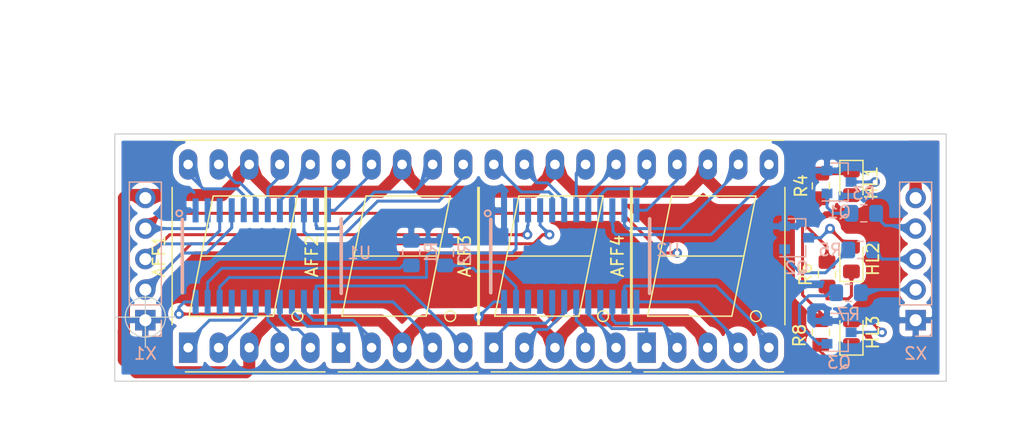
<source format=kicad_pcb>
(kicad_pcb (version 20171130) (host pcbnew "(5.1.5)-3")
  (layers (0 F.Cu signal) (31 B.Cu signal) (34 B.Paste user) (35 F.Paste user) (36 B.SilkS user) (37 F.SilkS user) (38 B.Mask user) (39 F.Mask user) (44 Edge.Cuts user))
  (net 0 "")
  (net 1 AVDD)
  (net 2 "Net-(AFF1-Pad5)")
  (net 3 "Net-(U1-Pad21)")
  (net 4 /LE)
  (net 5 /CLK)
  (net 6 /SDI)
  (net 7 GND)
  (net 8 "Net-(U2-Pad22)")
  (net 9 "Net-(U2-Pad21)")
  (net 10 /SDO1)
  (net 11 "Net-(R1-Pad1)")
  (net 12 /U1_O-15)
  (net 13 /U1_O-14)
  (net 14 /U1_O-13)
  (net 15 /U1_O-12)
  (net 16 /U1_O-11)
  (net 17 /U1_O-10)
  (net 18 /U1_O-9)
  (net 19 /U1_O-8)
  (net 20 /U1_O-7)
  (net 21 /U1_O-6)
  (net 22 /U1_O-5)
  (net 23 /U1_O-4)
  (net 24 /U1_O-3)
  (net 25 /U1_O-2)
  (net 26 /U1_O-1)
  (net 27 /U1_O-0)
  (net 28 "Net-(R2-Pad1)")
  (net 29 /U2_O-15)
  (net 30 /U2_O-14)
  (net 31 /U2_O-13)
  (net 32 /U2_O-12)
  (net 33 /U2_O-11)
  (net 34 /U2_O-10)
  (net 35 /U2_O-9)
  (net 36 /U2_O-8)
  (net 37 /U2_O-7)
  (net 38 /U2_O-6)
  (net 39 /U2_O-5)
  (net 40 /U2_O-4)
  (net 41 /U2_O-3)
  (net 42 /U2_O-2)
  (net 43 /U2_O-1)
  (net 44 /U2_O-0)
  (net 45 "Net-(Q1-Pad1)")
  (net 46 "Net-(Q2-Pad1)")
  (net 47 "Net-(Q3-Pad1)")
  (net 48 /LED-1)
  (net 49 /LED-2)
  (net 50 /LED-3)
  (net 51 "Net-(HL1-Pad2)")
  (net 52 "Net-(HL1-Pad1)")
  (net 53 "Net-(HL2-Pad2)")
  (net 54 "Net-(HL2-Pad1)")
  (net 55 "Net-(HL3-Pad2)")
  (net 56 "Net-(HL3-Pad1)")
  (module Connector_PinSocket_2.54mm:PinSocket_1x05_P2.54mm_Vertical (layer B.Cu) (at 214.122 57.404)
    (fp_text reference X2 (at 0 2.77) (layer B.SilkS) (effects (justify mirror)))
    (fp_text value 826926-5)
    (pad 5 thru_hole oval (at 0 -10.16) (size 1.7 1.7) (drill 1) (layers *.Cu *.Mask) (net 1 AVDD))
    (pad 4 thru_hole oval (at 0 -7.62) (size 1.7 1.7) (drill 1) (layers *.Cu *.Mask) (net 48 /LED-1))
    (pad 3 thru_hole oval (at 0 -5.08) (size 1.7 1.7) (drill 1) (layers *.Cu *.Mask) (net 49 /LED-2))
    (pad 2 thru_hole oval (at 0 -2.54) (size 1.7 1.7) (drill 1) (layers *.Cu *.Mask) (net 50 /LED-3))
    (pad 1 thru_hole rect (at 0 0) (size 1.7 1.7) (drill 1) (layers *.Cu *.Mask) (net 7 GND))
  )
  (module Display_7Segment:7SegmentLED_LTS6760_LTS6780 (layer F.Cu) (at 191.77 59.69 90)
    (fp_text reference AFF4 (at 7.62 -2.42 90) (layer F.SilkS))
    (fp_text value LTS-6960HR)
    (pad 1 thru_hole rect (at 0 0) (size 1.524 2.524) (drill 0.8) (layers *.Cu *.Mask) (net 33 /U2_O-11))
    (pad 2 thru_hole oval (at 0 2.54) (size 1.524 2.524) (drill 0.8) (layers *.Cu *.Mask) (net 34 /U2_O-10))
    (pad 3 thru_hole oval (at 0 5.08) (size 1.524 2.524) (drill 0.8) (layers *.Cu *.Mask) (net 1 AVDD))
    (pad 4 thru_hole oval (at 0 7.62) (size 1.524 2.524) (drill 0.8) (layers *.Cu *.Mask) (net 36 /U2_O-8))
    (pad 5 thru_hole oval (at 0 10.16) (size 1.524 2.524) (drill 0.8) (layers *.Cu *.Mask) (net 35 /U2_O-9))
    (pad 6 thru_hole oval (at 15.24 10.16) (size 1.524 2.524) (drill 0.8) (layers *.Cu *.Mask) (net 39 /U2_O-5))
    (pad 7 thru_hole oval (at 15.24 7.62) (size 1.524 2.524) (drill 0.8) (layers *.Cu *.Mask) (net 38 /U2_O-6))
    (pad 8 thru_hole oval (at 15.24 5.08) (size 1.524 2.524) (drill 0.8) (layers *.Cu *.Mask) (net 1 AVDD))
    (pad 9 thru_hole oval (at 15.24 2.54) (size 1.524 2.524) (drill 0.8) (layers *.Cu *.Mask) (net 37 /U2_O-7))
    (pad 10 thru_hole oval (at 15.24 0) (size 1.524 2.524) (drill 0.8) (layers *.Cu *.Mask) (net 40 /U2_O-4))
  )
  (module LED_SMD:LED_0805_2012Metric_Pad1.15x1.40mm_HandSolder (layer F.Cu) (at 208.788 58.4455 90)
    (fp_text reference HL3 (at 0.0255 1.778 90) (layer F.SilkS))
    (fp_text value FC-DA1608BK-470H10)
    (pad 2 smd roundrect (at 1.025 0 90) (size 1.15 1.4) (layers F.Cu F.Paste F.Mask) (roundrect_rratio 0.217391) (net 55 "Net-(HL3-Pad2)"))
    (pad 1 smd roundrect (at -1.025 0 90) (size 1.15 1.4) (layers F.Cu F.Paste F.Mask) (roundrect_rratio 0.217391) (net 56 "Net-(HL3-Pad1)"))
  )
  (module LED_SMD:LED_0805_2012Metric_Pad1.15x1.40mm_HandSolder (layer F.Cu) (at 208.788 52.324 90)
    (fp_text reference HL2 (at 0 1.778 90) (layer F.SilkS))
    (fp_text value FC-DA1608BK-470H10)
    (pad 2 smd roundrect (at 1.025 0 90) (size 1.15 1.4) (layers F.Cu F.Paste F.Mask) (roundrect_rratio 0.217391) (net 53 "Net-(HL2-Pad2)"))
    (pad 1 smd roundrect (at -1.025 0 90) (size 1.15 1.4) (layers F.Cu F.Paste F.Mask) (roundrect_rratio 0.217391) (net 54 "Net-(HL2-Pad1)"))
  )
  (module LED_SMD:LED_0805_2012Metric_Pad1.15x1.40mm_HandSolder (layer F.Cu) (at 208.788 45.974 270)
    (fp_text reference HL1 (at 0 -1.65 90) (layer F.SilkS))
    (fp_text value FC-DA1608BK-470H10)
    (pad 2 smd roundrect (at 1.025 0 270) (size 1.15 1.4) (layers F.Cu F.Paste F.Mask) (roundrect_rratio 0.217391) (net 51 "Net-(HL1-Pad2)"))
    (pad 1 smd roundrect (at -1.025 0 270) (size 1.15 1.4) (layers F.Cu F.Paste F.Mask) (roundrect_rratio 0.217391) (net 52 "Net-(HL1-Pad1)"))
  )
  (module Resistor_SMD:R_0805_2012Metric_Pad1.15x1.40mm_HandSolder (layer F.Cu) (at 206.756 53.585 270)
    (fp_text reference R6 (at 0.009 1.778 270) (layer F.SilkS))
    (fp_text value 200R)
    (pad 2 smd roundrect (at 1.025 0 270) (size 1.15 1.4) (layers F.Cu F.Paste F.Mask) (roundrect_rratio 0.217391) (net 54 "Net-(HL2-Pad1)"))
    (pad 1 smd roundrect (at -1.025 0 270) (size 1.15 1.4) (layers F.Cu F.Paste F.Mask) (roundrect_rratio 0.217391) (net 1 AVDD))
  )
  (module Resistor_SMD:R_0805_2012Metric_Pad1.15x1.40mm_HandSolder (layer F.Cu) (at 206.248 58.429 270)
    (fp_text reference R8 (at 0.245 1.778 90) (layer F.SilkS))
    (fp_text value 200R)
    (pad 2 smd roundrect (at 1.025 0 270) (size 1.15 1.4) (layers F.Cu F.Paste F.Mask) (roundrect_rratio 0.217391) (net 56 "Net-(HL3-Pad1)"))
    (pad 1 smd roundrect (at -1.025 0 270) (size 1.15 1.4) (layers F.Cu F.Paste F.Mask) (roundrect_rratio 0.217391) (net 1 AVDD))
  )
  (module Resistor_SMD:R_0805_2012Metric_Pad1.15x1.40mm_HandSolder (layer B.Cu) (at 208.543 55.118 180)
    (fp_text reference R7 (at 0 -1.778) (layer B.SilkS) (effects (justify mirror)))
    (fp_text value 1k)
    (pad 2 smd roundrect (at 1.025 0 180) (size 1.15 1.4) (layers B.Cu B.Paste B.Mask) (roundrect_rratio 0.217391) (net 47 "Net-(Q3-Pad1)"))
    (pad 1 smd roundrect (at -1.025 0 180) (size 1.15 1.4) (layers B.Cu B.Paste B.Mask) (roundrect_rratio 0.217391) (net 50 /LED-3))
  )
  (module Resistor_SMD:R_0805_2012Metric_Pad1.15x1.40mm_HandSolder (layer B.Cu) (at 209.55 51.562 180)
    (fp_text reference R5 (at 2.531 0) (layer B.SilkS) (effects (justify mirror)))
    (fp_text value 1k)
    (pad 2 smd roundrect (at 1.025 0 180) (size 1.15 1.4) (layers B.Cu B.Paste B.Mask) (roundrect_rratio 0.217391) (net 46 "Net-(Q2-Pad1)"))
    (pad 1 smd roundrect (at -1.025 0 180) (size 1.15 1.4) (layers B.Cu B.Paste B.Mask) (roundrect_rratio 0.217391) (net 49 /LED-2))
  )
  (module Resistor_SMD:R_0805_2012Metric_Pad1.15x1.40mm_HandSolder (layer F.Cu) (at 206.248 46.237 90)
    (fp_text reference R4 (at 0 -1.65 90) (layer F.SilkS))
    (fp_text value 200R)
    (pad 2 smd roundrect (at 1.025 0 90) (size 1.15 1.4) (layers F.Cu F.Paste F.Mask) (roundrect_rratio 0.217391) (net 52 "Net-(HL1-Pad1)"))
    (pad 1 smd roundrect (at -1.025 0 90) (size 1.15 1.4) (layers F.Cu F.Paste F.Mask) (roundrect_rratio 0.217391) (net 1 AVDD))
  )
  (module Resistor_SMD:R_0805_2012Metric_Pad1.15x1.40mm_HandSolder (layer B.Cu) (at 209.813 48.514 180)
    (fp_text reference R3 (at 0 1.65) (layer B.SilkS) (effects (justify mirror)))
    (fp_text value 1k)
    (pad 2 smd roundrect (at 1.025 0 180) (size 1.15 1.4) (layers B.Cu B.Paste B.Mask) (roundrect_rratio 0.217391) (net 45 "Net-(Q1-Pad1)"))
    (pad 1 smd roundrect (at -1.025 0 180) (size 1.15 1.4) (layers B.Cu B.Paste B.Mask) (roundrect_rratio 0.217391) (net 48 /LED-1))
  )
  (module Package_TO_SOT_SMD:SOT-23 (layer B.Cu) (at 207.756 58.42)
    (fp_text reference Q3 (at 0 2.5) (layer B.SilkS) (effects (justify mirror)))
    (fp_text value BC847)
    (pad 3 smd rect (at 1 0) (size 0.9 0.8) (layers B.Cu B.Paste B.Mask) (net 55 "Net-(HL3-Pad2)"))
    (pad 2 smd rect (at -1 -0.95) (size 0.9 0.8) (layers B.Cu B.Paste B.Mask) (net 7 GND))
    (pad 1 smd rect (at -1 0.95) (size 0.9 0.8) (layers B.Cu B.Paste B.Mask) (net 47 "Net-(Q3-Pad1)"))
  )
  (module Package_TO_SOT_SMD:SOT-23 (layer B.Cu) (at 204.232 50.546)
    (fp_text reference Q2 (at 0 2.5) (layer B.SilkS) (effects (justify mirror)))
    (fp_text value BC847)
    (pad 3 smd rect (at 1 0) (size 0.9 0.8) (layers B.Cu B.Paste B.Mask) (net 53 "Net-(HL2-Pad2)"))
    (pad 2 smd rect (at -1 -0.95) (size 0.9 0.8) (layers B.Cu B.Paste B.Mask) (net 7 GND))
    (pad 1 smd rect (at -1 0.95) (size 0.9 0.8) (layers B.Cu B.Paste B.Mask) (net 46 "Net-(Q2-Pad1)"))
  )
  (module Package_TO_SOT_SMD:SOT-23 (layer B.Cu) (at 207.756 45.908)
    (fp_text reference Q1 (at 0 2.5) (layer B.SilkS) (effects (justify mirror)))
    (fp_text value BC847)
    (pad 3 smd rect (at 1 0) (size 0.9 0.8) (layers B.Cu B.Paste B.Mask) (net 51 "Net-(HL1-Pad2)"))
    (pad 2 smd rect (at -1 -0.95) (size 0.9 0.8) (layers B.Cu B.Paste B.Mask) (net 7 GND))
    (pad 1 smd rect (at -1 0.95) (size 0.9 0.8) (layers B.Cu B.Paste B.Mask) (net 45 "Net-(Q1-Pad1)"))
  )
  (module Resistor_SMD:R_0805_2012Metric_Pad1.15x1.40mm_HandSolder (layer B.Cu) (at 175.006 51.825 90)
    (fp_text reference R2 (at 0 1.65 270) (layer B.SilkS) (effects (justify mirror)))
    (fp_text value 1K)
    (pad 2 smd roundrect (at 1.025 0 90) (size 1.15 1.4) (layers B.Cu B.Paste B.Mask) (roundrect_rratio 0.217391) (net 7 GND))
    (pad 1 smd roundrect (at -1.025 0 90) (size 1.15 1.4) (layers B.Cu B.Paste B.Mask) (roundrect_rratio 0.217391) (net 28 "Net-(R2-Pad1)"))
  )
  (module Resistor_SMD:R_0805_2012Metric_Pad1.15x1.40mm_HandSolder (layer B.Cu) (at 172.212 51.825 90)
    (fp_text reference R1 (at 0 1.65 90) (layer B.SilkS) (effects (justify mirror)))
    (fp_text value 1K)
    (pad 2 smd roundrect (at 1.025 0 90) (size 1.15 1.4) (layers B.Cu B.Paste B.Mask) (roundrect_rratio 0.217391) (net 7 GND))
    (pad 1 smd roundrect (at -1.025 0 90) (size 1.15 1.4) (layers B.Cu B.Paste B.Mask) (roundrect_rratio 0.217391) (net 11 "Net-(R1-Pad1)"))
  )
  (module Connector_PinSocket_2.54mm:PinSocket_1x05_P2.54mm_Vertical (layer B.Cu) (at 150.114 57.404)
    (fp_text reference X1 (at 0 2.77) (layer B.SilkS) (effects (justify mirror)))
    (fp_text value 826926-5)
    (pad 5 thru_hole oval (at 0 -10.16) (size 1.7 1.7) (drill 1) (layers *.Cu *.Mask) (net 1 AVDD))
    (pad 4 thru_hole oval (at 0 -7.62) (size 1.7 1.7) (drill 1) (layers *.Cu *.Mask) (net 6 /SDI))
    (pad 3 thru_hole oval (at 0 -5.08) (size 1.7 1.7) (drill 1) (layers *.Cu *.Mask) (net 5 /CLK))
    (pad 2 thru_hole oval (at 0 -2.54) (size 1.7 1.7) (drill 1) (layers *.Cu *.Mask) (net 4 /LE))
    (pad 1 thru_hole rect (at 0 0) (size 1.7 1.7) (drill 1) (layers *.Cu *.Mask) (net 7 GND))
  )
  (module MBI5024:SSOP-24-1mm (layer B.Cu) (at 185.42 52.07)
    (fp_text reference U2 (at 8.128 -0.508) (layer B.SilkS) (effects (justify mirror)))
    (fp_text value MBI5024)
    (pad 24 smd rect (at -5.5 3.81) (size 0.5 2) (layers B.Cu B.Paste B.Mask) (net 1 AVDD))
    (pad 23 smd rect (at -4.5 3.81) (size 0.5 2) (layers B.Cu B.Paste B.Mask) (net 28 "Net-(R2-Pad1)"))
    (pad 22 smd rect (at -3.5 3.81) (size 0.5 2) (layers B.Cu B.Paste B.Mask) (net 8 "Net-(U2-Pad22)"))
    (pad 21 smd rect (at -2.5 3.81) (size 0.5 2) (layers B.Cu B.Paste B.Mask) (net 9 "Net-(U2-Pad21)"))
    (pad 20 smd rect (at -1.5 3.81) (size 0.5 2) (layers B.Cu B.Paste B.Mask) (net 29 /U2_O-15))
    (pad 19 smd rect (at -0.5 3.81) (size 0.5 2) (layers B.Cu B.Paste B.Mask) (net 30 /U2_O-14))
    (pad 18 smd rect (at 0.5 3.81) (size 0.5 2) (layers B.Cu B.Paste B.Mask) (net 31 /U2_O-13))
    (pad 17 smd rect (at 1.5 3.81) (size 0.5 2) (layers B.Cu B.Paste B.Mask) (net 32 /U2_O-12))
    (pad 16 smd rect (at 2.5 3.81) (size 0.5 2) (layers B.Cu B.Paste B.Mask) (net 33 /U2_O-11))
    (pad 15 smd rect (at 3.5 3.81) (size 0.5 2) (layers B.Cu B.Paste B.Mask) (net 34 /U2_O-10))
    (pad 14 smd rect (at 4.5 3.81) (size 0.5 2) (layers B.Cu B.Paste B.Mask) (net 35 /U2_O-9))
    (pad 13 smd rect (at 5.5 3.81) (size 0.5 2) (layers B.Cu B.Paste B.Mask) (net 36 /U2_O-8))
    (pad 12 smd rect (at 5.5 -3.81) (size 0.5 2) (layers B.Cu B.Paste B.Mask) (net 37 /U2_O-7))
    (pad 11 smd rect (at 4.5 -3.81) (size 0.5 2) (layers B.Cu B.Paste B.Mask) (net 38 /U2_O-6))
    (pad 10 smd rect (at 3.5 -3.81) (size 0.5 2) (layers B.Cu B.Paste B.Mask) (net 39 /U2_O-5))
    (pad 9 smd rect (at 2.5 -3.81) (size 0.5 2) (layers B.Cu B.Paste B.Mask) (net 40 /U2_O-4))
    (pad 8 smd rect (at 1.5 -3.81) (size 0.5 2) (layers B.Cu B.Paste B.Mask) (net 41 /U2_O-3))
    (pad 7 smd rect (at 0.5 -3.81) (size 0.5 2) (layers B.Cu B.Paste B.Mask) (net 42 /U2_O-2))
    (pad 6 smd rect (at -0.5 -3.81) (size 0.5 2) (layers B.Cu B.Paste B.Mask) (net 43 /U2_O-1))
    (pad 5 smd rect (at -1.5 -3.81) (size 0.5 2) (layers B.Cu B.Paste B.Mask) (net 44 /U2_O-0))
    (pad 4 smd rect (at -2.5 -3.81) (size 0.5 2) (layers B.Cu B.Paste B.Mask) (net 4 /LE))
    (pad 3 smd rect (at -3.5 -3.81) (size 0.5 2) (layers B.Cu B.Paste B.Mask) (net 5 /CLK))
    (pad 2 smd rect (at -4.5 -3.81) (size 0.5 2) (layers B.Cu B.Paste B.Mask) (net 10 /SDO1))
    (pad 1 smd rect (at -5.5 -3.8) (size 0.5 2) (layers B.Cu B.Paste B.Mask) (net 7 GND))
  )
  (module MBI5024:SSOP-24-1mm (layer B.Cu) (at 159.79 52.07)
    (fp_text reference U1 (at 8.104 -0.254) (layer B.SilkS) (effects (justify mirror)))
    (fp_text value MBI5024)
    (pad 24 smd rect (at -5.5 3.81) (size 0.5 2) (layers B.Cu B.Paste B.Mask) (net 1 AVDD))
    (pad 23 smd rect (at -4.5 3.81) (size 0.5 2) (layers B.Cu B.Paste B.Mask) (net 11 "Net-(R1-Pad1)"))
    (pad 22 smd rect (at -3.5 3.81) (size 0.5 2) (layers B.Cu B.Paste B.Mask) (net 10 /SDO1))
    (pad 21 smd rect (at -2.5 3.81) (size 0.5 2) (layers B.Cu B.Paste B.Mask) (net 3 "Net-(U1-Pad21)"))
    (pad 20 smd rect (at -1.5 3.81) (size 0.5 2) (layers B.Cu B.Paste B.Mask) (net 12 /U1_O-15))
    (pad 19 smd rect (at -0.5 3.81) (size 0.5 2) (layers B.Cu B.Paste B.Mask) (net 13 /U1_O-14))
    (pad 18 smd rect (at 0.5 3.81) (size 0.5 2) (layers B.Cu B.Paste B.Mask) (net 14 /U1_O-13))
    (pad 17 smd rect (at 1.5 3.81) (size 0.5 2) (layers B.Cu B.Paste B.Mask) (net 15 /U1_O-12))
    (pad 16 smd rect (at 2.5 3.81) (size 0.5 2) (layers B.Cu B.Paste B.Mask) (net 16 /U1_O-11))
    (pad 15 smd rect (at 3.5 3.81) (size 0.5 2) (layers B.Cu B.Paste B.Mask) (net 17 /U1_O-10))
    (pad 14 smd rect (at 4.5 3.81) (size 0.5 2) (layers B.Cu B.Paste B.Mask) (net 18 /U1_O-9))
    (pad 13 smd rect (at 5.5 3.81) (size 0.5 2) (layers B.Cu B.Paste B.Mask) (net 19 /U1_O-8))
    (pad 12 smd rect (at 5.5 -3.81) (size 0.5 2) (layers B.Cu B.Paste B.Mask) (net 20 /U1_O-7))
    (pad 11 smd rect (at 4.5 -3.81) (size 0.5 2) (layers B.Cu B.Paste B.Mask) (net 21 /U1_O-6))
    (pad 10 smd rect (at 3.5 -3.81) (size 0.5 2) (layers B.Cu B.Paste B.Mask) (net 22 /U1_O-5))
    (pad 9 smd rect (at 2.5 -3.81) (size 0.5 2) (layers B.Cu B.Paste B.Mask) (net 23 /U1_O-4))
    (pad 8 smd rect (at 1.5 -3.81) (size 0.5 2) (layers B.Cu B.Paste B.Mask) (net 24 /U1_O-3))
    (pad 7 smd rect (at 0.5 -3.81) (size 0.5 2) (layers B.Cu B.Paste B.Mask) (net 25 /U1_O-2))
    (pad 6 smd rect (at -0.5 -3.81) (size 0.5 2) (layers B.Cu B.Paste B.Mask) (net 26 /U1_O-1))
    (pad 5 smd rect (at -1.5 -3.81) (size 0.5 2) (layers B.Cu B.Paste B.Mask) (net 27 /U1_O-0))
    (pad 4 smd rect (at -2.5 -3.81) (size 0.5 2) (layers B.Cu B.Paste B.Mask) (net 4 /LE))
    (pad 3 smd rect (at -3.5 -3.81) (size 0.5 2) (layers B.Cu B.Paste B.Mask) (net 5 /CLK))
    (pad 2 smd rect (at -4.5 -3.81) (size 0.5 2) (layers B.Cu B.Paste B.Mask) (net 6 /SDI))
    (pad 1 smd rect (at -5.5 -3.8) (size 0.5 2) (layers B.Cu B.Paste B.Mask) (net 7 GND))
  )
  (module Display_7Segment:7SegmentLED_LTS6760_LTS6780 (layer F.Cu) (at 179.07 59.69 90)
    (fp_text reference AFF3 (at 7.62 -2.42 90) (layer F.SilkS))
    (fp_text value LTS-6960HR)
    (pad 1 thru_hole rect (at 0 0) (size 1.524 2.524) (drill 0.8) (layers *.Cu *.Mask) (net 29 /U2_O-15))
    (pad 2 thru_hole oval (at 0 2.54) (size 1.524 2.524) (drill 0.8) (layers *.Cu *.Mask) (net 30 /U2_O-14))
    (pad 3 thru_hole oval (at 0 5.08) (size 1.524 2.524) (drill 0.8) (layers *.Cu *.Mask) (net 1 AVDD))
    (pad 4 thru_hole oval (at 0 7.62) (size 1.524 2.524) (drill 0.8) (layers *.Cu *.Mask) (net 31 /U2_O-13))
    (pad 5 thru_hole oval (at 0 10.16) (size 1.524 2.524) (drill 0.8) (layers *.Cu *.Mask) (net 32 /U2_O-12))
    (pad 6 thru_hole oval (at 15.24 10.16) (size 1.524 2.524) (drill 0.8) (layers *.Cu *.Mask) (net 41 /U2_O-3))
    (pad 7 thru_hole oval (at 15.24 7.62) (size 1.524 2.524) (drill 0.8) (layers *.Cu *.Mask) (net 42 /U2_O-2))
    (pad 8 thru_hole oval (at 15.24 5.08) (size 1.524 2.524) (drill 0.8) (layers *.Cu *.Mask) (net 1 AVDD))
    (pad 9 thru_hole oval (at 15.24 2.54) (size 1.524 2.524) (drill 0.8) (layers *.Cu *.Mask) (net 43 /U2_O-1))
    (pad 10 thru_hole oval (at 15.24 0) (size 1.524 2.524) (drill 0.8) (layers *.Cu *.Mask) (net 44 /U2_O-0))
  )
  (module Display_7Segment:7SegmentLED_LTS6760_LTS6780 (layer F.Cu) (at 166.37 59.69 90)
    (fp_text reference AFF2 (at 7.62 -2.42 90) (layer F.SilkS))
    (fp_text value LTS-6960HR)
    (pad 1 thru_hole rect (at 0 0) (size 1.524 2.524) (drill 0.8) (layers *.Cu *.Mask) (net 16 /U1_O-11))
    (pad 2 thru_hole oval (at 0 2.54) (size 1.524 2.524) (drill 0.8) (layers *.Cu *.Mask) (net 17 /U1_O-10))
    (pad 3 thru_hole oval (at 0 5.08) (size 1.524 2.524) (drill 0.8) (layers *.Cu *.Mask) (net 1 AVDD))
    (pad 4 thru_hole oval (at 0 7.62) (size 1.524 2.524) (drill 0.8) (layers *.Cu *.Mask) (net 19 /U1_O-8))
    (pad 5 thru_hole oval (at 0 10.16) (size 1.524 2.524) (drill 0.8) (layers *.Cu *.Mask) (net 18 /U1_O-9))
    (pad 6 thru_hole oval (at 15.24 10.16) (size 1.524 2.524) (drill 0.8) (layers *.Cu *.Mask) (net 22 /U1_O-5))
    (pad 7 thru_hole oval (at 15.24 7.62) (size 1.524 2.524) (drill 0.8) (layers *.Cu *.Mask) (net 21 /U1_O-6))
    (pad 8 thru_hole oval (at 15.24 5.08) (size 1.524 2.524) (drill 0.8) (layers *.Cu *.Mask) (net 1 AVDD))
    (pad 9 thru_hole oval (at 15.24 2.54) (size 1.524 2.524) (drill 0.8) (layers *.Cu *.Mask) (net 20 /U1_O-7))
    (pad 10 thru_hole oval (at 15.24 0) (size 1.524 2.524) (drill 0.8) (layers *.Cu *.Mask) (net 23 /U1_O-4))
  )
  (module Display_7Segment:7SegmentLED_LTS6760_LTS6780 (layer F.Cu) (at 153.67 59.69 90)
    (fp_text reference AFF1 (at 7.62 -2.42 90) (layer F.SilkS))
    (fp_text value LTS-6960HR)
    (pad 1 thru_hole rect (at 0 0) (size 1.524 2.524) (drill 0.8) (layers *.Cu *.Mask) (net 12 /U1_O-15))
    (pad 2 thru_hole oval (at 0 2.54) (size 1.524 2.524) (drill 0.8) (layers *.Cu *.Mask) (net 13 /U1_O-14))
    (pad 3 thru_hole oval (at 0 5.08) (size 1.524 2.524) (drill 0.8) (layers *.Cu *.Mask) (net 1 AVDD))
    (pad 4 thru_hole oval (at 0 7.62) (size 1.524 2.524) (drill 0.8) (layers *.Cu *.Mask) (net 14 /U1_O-13))
    (pad 5 thru_hole oval (at 0 10.16) (size 1.524 2.524) (drill 0.8) (layers *.Cu *.Mask) (net 2 "Net-(AFF1-Pad5)"))
    (pad 6 thru_hole oval (at 15.24 10.16) (size 1.524 2.524) (drill 0.8) (layers *.Cu *.Mask) (net 24 /U1_O-3))
    (pad 7 thru_hole oval (at 15.24 7.62) (size 1.524 2.524) (drill 0.8) (layers *.Cu *.Mask) (net 25 /U1_O-2))
    (pad 8 thru_hole oval (at 15.24 5.08) (size 1.524 2.524) (drill 0.8) (layers *.Cu *.Mask) (net 1 AVDD))
    (pad 9 thru_hole oval (at 15.24 2.54) (size 1.524 2.524) (drill 0.8) (layers *.Cu *.Mask) (net 26 /U1_O-1))
    (pad 10 thru_hole oval (at 15.24 0) (size 1.524 2.524) (drill 0.8) (layers *.Cu *.Mask) (net 27 /U1_O-0))
  )
  (target plus (at 150.114 57.15) (size 5) (width 0.1) (layer Edge.Cuts))
  (gr_line (start 216.662 62.484) (end 216.662 41.91) (layer Edge.Cuts) (width 0.1))
  (gr_line (start 147.574 62.484) (end 216.662 62.484) (layer Edge.Cuts) (width 0.1))
  (gr_line (start 147.574 41.91) (end 147.574 62.484) (layer Edge.Cuts) (width 0.1))
  (gr_line (start 216.662 41.91) (end 147.574 41.91) (layer Edge.Cuts) (width 0.1))
  (segment (start 169.688 46.712) (end 171.45 44.95) (width 1) (layer F.Cu) (net 1))
  (segment (start 158.75 44.95) (end 160.512 46.712) (width 1) (layer F.Cu) (net 1))
  (segment (start 160.512 46.712) (end 169.688 46.712) (width 1) (layer F.Cu) (net 1))
  (segment (start 158.75 44.45) (end 158.75 44.95) (width 1) (layer F.Cu) (net 1))
  (segment (start 182.388 46.712) (end 184.15 44.95) (width 1) (layer F.Cu) (net 1))
  (segment (start 173.212 46.712) (end 182.388 46.712) (width 1) (layer F.Cu) (net 1))
  (segment (start 171.45 44.95) (end 173.212 46.712) (width 1) (layer F.Cu) (net 1))
  (segment (start 171.45 44.45) (end 171.45 44.95) (width 1) (layer F.Cu) (net 1))
  (segment (start 196.85 44.95) (end 196.85 44.45) (width 1) (layer F.Cu) (net 1))
  (segment (start 195.088 46.712) (end 196.85 44.95) (width 1) (layer F.Cu) (net 1))
  (segment (start 184.15 44.95) (end 185.912 46.712) (width 1) (layer F.Cu) (net 1))
  (segment (start 185.912 46.712) (end 195.088 46.712) (width 1) (layer F.Cu) (net 1))
  (segment (start 184.15 44.45) (end 184.15 44.95) (width 1) (layer F.Cu) (net 1))
  (segment (start 196.85 59.19) (end 195.088 57.428) (width 1) (layer F.Cu) (net 1))
  (segment (start 185.912 57.428) (end 184.15 59.19) (width 1) (layer F.Cu) (net 1))
  (segment (start 195.088 57.428) (end 185.912 57.428) (width 1) (layer F.Cu) (net 1))
  (segment (start 196.85 59.69) (end 196.85 59.19) (width 1) (layer F.Cu) (net 1))
  (segment (start 173.212 57.428) (end 171.45 59.19) (width 1) (layer F.Cu) (net 1))
  (segment (start 184.15 59.19) (end 182.388 57.428) (width 1) (layer F.Cu) (net 1))
  (segment (start 184.15 59.69) (end 184.15 59.19) (width 1) (layer F.Cu) (net 1))
  (segment (start 160.512 57.428) (end 158.75 59.19) (width 1) (layer F.Cu) (net 1))
  (segment (start 169.688 57.428) (end 160.512 57.428) (width 1) (layer F.Cu) (net 1))
  (segment (start 171.45 59.19) (end 169.688 57.428) (width 1) (layer F.Cu) (net 1))
  (segment (start 158.75 59.19) (end 158.75 59.69) (width 1) (layer F.Cu) (net 1))
  (segment (start 171.45 59.69) (end 171.45 59.19) (width 1) (layer F.Cu) (net 1))
  (segment (start 179.92 55.88) (end 179.07 55.88) (width 0.25) (layer B.Cu) (net 1))
  (segment (start 179.07 55.88) (end 177.8 57.15) (width 0.25) (layer B.Cu) (net 1))
  (segment (start 177.8 57.15) (end 177.8 57.15) (width 0.25) (layer B.Cu) (net 1))
  (via (at 177.8 57.15) (size 0.8) (drill 0.4) (layers F.Cu B.Cu) (net 1))
  (segment (start 177.8 57.15) (end 177.8 57.404) (width 0.25) (layer F.Cu) (net 1))
  (segment (start 182.388 57.428) (end 177.8 57.404) (width 1) (layer F.Cu) (net 1))
  (segment (start 177.8 57.404) (end 173.212 57.428) (width 1) (layer F.Cu) (net 1))
  (via (at 152.908012 56.896012) (size 0.8) (drill 0.4) (layers F.Cu B.Cu) (net 1))
  (segment (start 154.29 55.88) (end 153.358339 55.88) (width 0.25) (layer B.Cu) (net 1))
  (segment (start 159.980012 56.896012) (end 153.473697 56.896012) (width 0.25) (layer F.Cu) (net 1))
  (segment (start 153.358339 55.88) (end 152.908012 56.330327) (width 0.25) (layer B.Cu) (net 1))
  (segment (start 153.473697 56.896012) (end 152.908012 56.896012) (width 0.25) (layer F.Cu) (net 1))
  (segment (start 160.512 57.428) (end 159.980012 56.896012) (width 0.25) (layer F.Cu) (net 1))
  (segment (start 152.908012 56.330327) (end 152.908012 56.896012) (width 0.25) (layer B.Cu) (net 1))
  (segment (start 196.85 45.72) (end 197.866 46.736) (width 1) (layer F.Cu) (net 1))
  (segment (start 196.85 44.45) (end 196.85 45.72) (width 1) (layer F.Cu) (net 1))
  (segment (start 197.866 46.736) (end 203.2 46.736) (width 1) (layer F.Cu) (net 1))
  (segment (start 206.248 47.262) (end 204.234 47.262) (width 0.25) (layer F.Cu) (net 1))
  (segment (start 204.234 47.262) (end 203.454 46.482) (width 0.25) (layer F.Cu) (net 1))
  (segment (start 203.2 46.736) (end 203.454 46.482) (width 1) (layer F.Cu) (net 1))
  (segment (start 206.248 47.752) (end 206.248 47.262) (width 0.25) (layer F.Cu) (net 1))
  (segment (start 204.724 49.276) (end 206.248 47.752) (width 0.25) (layer F.Cu) (net 1))
  (segment (start 206.248 56.829) (end 206.248 57.404) (width 0.25) (layer F.Cu) (net 1))
  (segment (start 204.724 55.305) (end 206.248 56.829) (width 0.25) (layer F.Cu) (net 1))
  (segment (start 204.724 49.276) (end 204.724 55.305) (width 0.25) (layer F.Cu) (net 1))
  (segment (start 206.756 51.308) (end 204.724 49.276) (width 0.25) (layer F.Cu) (net 1))
  (segment (start 206.756 52.56) (end 206.756 51.308) (width 0.25) (layer F.Cu) (net 1))
  (segment (start 158.75 61.468) (end 158.75 59.69) (width 1) (layer F.Cu) (net 1))
  (segment (start 158.48401 61.73399) (end 158.75 61.468) (width 1) (layer F.Cu) (net 1))
  (segment (start 148.32401 60.69401) (end 149.36399 61.73399) (width 1) (layer F.Cu) (net 1))
  (segment (start 148.59 46.99) (end 148.336 47.244) (width 1) (layer F.Cu) (net 1))
  (segment (start 149.36399 61.73399) (end 158.48401 61.73399) (width 1) (layer F.Cu) (net 1))
  (segment (start 150.114 46.99) (end 148.59 46.99) (width 1) (layer F.Cu) (net 1))
  (segment (start 148.336 58.332002) (end 148.32401 58.343992) (width 1) (layer F.Cu) (net 1))
  (segment (start 148.336 47.244) (end 148.336 58.332002) (width 1) (layer F.Cu) (net 1))
  (segment (start 148.32401 58.343992) (end 148.32401 60.69401) (width 1) (layer F.Cu) (net 1))
  (segment (start 150.114 47.244) (end 149.86 46.99) (width 1) (layer F.Cu) (net 1))
  (segment (start 150.368 46.99) (end 150.114 47.244) (width 1) (layer F.Cu) (net 1))
  (segment (start 158.75 44.45) (end 157.87201 45.32799) (width 1) (layer F.Cu) (net 1))
  (segment (start 157.87201 45.32799) (end 157.87201 45.638427) (width 1) (layer F.Cu) (net 1))
  (segment (start 157.87201 45.638427) (end 156.520437 46.99) (width 1) (layer F.Cu) (net 1))
  (segment (start 156.520437 46.99) (end 150.368 46.99) (width 1) (layer F.Cu) (net 1))
  (segment (start 214.122 44.704) (end 214.122 47.244) (width 1) (layer F.Cu) (net 1))
  (segment (start 203.962 45.974) (end 203.962 43.688) (width 1) (layer F.Cu) (net 1))
  (segment (start 203.454 46.482) (end 203.962 45.974) (width 1) (layer F.Cu) (net 1))
  (segment (start 204.216 43.434) (end 212.852 43.434) (width 1) (layer F.Cu) (net 1))
  (segment (start 203.962 43.688) (end 204.216 43.434) (width 1) (layer F.Cu) (net 1))
  (segment (start 212.852 43.434) (end 214.122 44.704) (width 1) (layer F.Cu) (net 1))
  (segment (start 182.92 49.51) (end 183.702 50.292) (width 0.25) (layer B.Cu) (net 4))
  (segment (start 182.92 48.26) (end 182.92 49.51) (width 0.25) (layer B.Cu) (net 4))
  (segment (start 183.702 50.292) (end 183.702 50.292) (width 0.25) (layer B.Cu) (net 4))
  (via (at 183.702 50.292) (size 0.8) (drill 0.4) (layers F.Cu B.Cu) (net 4))
  (segment (start 157.29 49.72) (end 157.29 48.26) (width 0.25) (layer B.Cu) (net 4))
  (segment (start 155.194 51.816) (end 157.29 49.72) (width 0.25) (layer B.Cu) (net 4))
  (segment (start 153.162 51.816) (end 155.194 51.816) (width 0.25) (layer B.Cu) (net 4))
  (segment (start 149.86 54.61) (end 150.368 54.61) (width 0.25) (layer B.Cu) (net 4))
  (segment (start 150.368 54.61) (end 153.162 51.816) (width 0.25) (layer B.Cu) (net 4))
  (segment (start 150.368 54.61) (end 149.86 54.61) (width 0.25) (layer F.Cu) (net 4))
  (segment (start 153.93301 51.04499) (end 150.368 54.61) (width 0.25) (layer F.Cu) (net 4))
  (segment (start 182.383325 51.04499) (end 153.93301 51.04499) (width 0.25) (layer F.Cu) (net 4))
  (segment (start 183.702 50.292) (end 183.136315 50.292) (width 0.25) (layer F.Cu) (net 4))
  (segment (start 183.136315 50.292) (end 182.383325 51.04499) (width 0.25) (layer F.Cu) (net 4))
  (segment (start 181.92 49.51) (end 181.864 49.566) (width 0.25) (layer B.Cu) (net 5))
  (segment (start 181.92 48.26) (end 181.92 49.51) (width 0.25) (layer B.Cu) (net 5))
  (segment (start 181.864 49.566) (end 181.864 50.292) (width 0.25) (layer B.Cu) (net 5))
  (segment (start 181.864 50.292) (end 181.864 50.292) (width 0.25) (layer B.Cu) (net 5))
  (via (at 181.864 50.292) (size 0.8) (drill 0.4) (layers F.Cu B.Cu) (net 5))
  (segment (start 150.368 52.07) (end 149.86 52.07) (width 0.25) (layer B.Cu) (net 5))
  (segment (start 151.384 51.054) (end 150.368 52.07) (width 0.25) (layer B.Cu) (net 5))
  (segment (start 155.194 51.054) (end 151.384 51.054) (width 0.25) (layer B.Cu) (net 5))
  (segment (start 156.29 48.26) (end 156.29 49.958) (width 0.25) (layer B.Cu) (net 5))
  (segment (start 156.29 49.958) (end 155.194 51.054) (width 0.25) (layer B.Cu) (net 5))
  (segment (start 150.368 52.07) (end 149.86 52.07) (width 0.25) (layer F.Cu) (net 5))
  (segment (start 181.864 50.292) (end 152.146 50.292) (width 0.25) (layer F.Cu) (net 5))
  (segment (start 152.146 50.292) (end 150.368 52.07) (width 0.25) (layer F.Cu) (net 5))
  (segment (start 194.31 51.816) (end 194.31 51.816) (width 0.25) (layer B.Cu) (net 6))
  (via (at 194.31 51.816) (size 0.8) (drill 0.4) (layers F.Cu B.Cu) (net 6))
  (segment (start 150.368 49.53) (end 150.114 49.53) (width 0.25) (layer F.Cu) (net 6))
  (segment (start 151.384 48.514) (end 150.368 49.53) (width 0.25) (layer F.Cu) (net 6))
  (segment (start 189.738 48.514) (end 151.384 48.514) (width 0.25) (layer F.Cu) (net 6))
  (segment (start 194.31 51.816) (end 193.04 51.816) (width 0.25) (layer F.Cu) (net 6))
  (segment (start 193.04 51.816) (end 189.738 48.514) (width 0.25) (layer F.Cu) (net 6))
  (segment (start 149.86 49.53) (end 150.114 49.784) (width 0.25) (layer B.Cu) (net 6))
  (segment (start 155.29 49.626) (end 155.29 48.26) (width 0.25) (layer B.Cu) (net 6))
  (segment (start 150.114 49.784) (end 155.132 49.784) (width 0.25) (layer B.Cu) (net 6))
  (segment (start 155.132 49.784) (end 155.29 49.626) (width 0.25) (layer B.Cu) (net 6))
  (segment (start 153.172 48.27) (end 153.162 48.26) (width 0.25) (layer B.Cu) (net 7))
  (segment (start 154.29 48.27) (end 153.162 48.26) (width 0.25) (layer B.Cu) (net 7))
  (segment (start 180.92 49.094) (end 180.92 48.26) (width 0.25) (layer B.Cu) (net 10))
  (segment (start 180.92 51.49) (end 180.92 49.094) (width 0.25) (layer B.Cu) (net 10))
  (segment (start 173.736 51.816) (end 180.594 51.816) (width 0.25) (layer B.Cu) (net 10))
  (segment (start 156.29 54.63) (end 157.072 53.848) (width 0.25) (layer B.Cu) (net 10))
  (segment (start 156.29 55.88) (end 156.29 54.63) (width 0.25) (layer B.Cu) (net 10))
  (segment (start 157.072 53.848) (end 173.482 53.848) (width 0.25) (layer B.Cu) (net 10))
  (segment (start 173.482 53.848) (end 173.482 52.07) (width 0.25) (layer B.Cu) (net 10))
  (segment (start 180.594 51.816) (end 180.92 51.49) (width 0.25) (layer B.Cu) (net 10))
  (segment (start 173.482 52.07) (end 173.736 51.816) (width 0.25) (layer B.Cu) (net 10))
  (segment (start 155.29 54.63) (end 155.29 55.88) (width 0.25) (layer B.Cu) (net 11))
  (segment (start 172.212 52.85) (end 171.512 52.85) (width 0.25) (layer B.Cu) (net 11))
  (segment (start 171.512 52.85) (end 171.276 53.086) (width 0.25) (layer B.Cu) (net 11))
  (segment (start 171.276 53.086) (end 156.464 53.086) (width 0.25) (layer B.Cu) (net 11))
  (segment (start 156.464 53.086) (end 155.29 54.26) (width 0.25) (layer B.Cu) (net 11))
  (segment (start 155.29 54.26) (end 155.29 54.63) (width 0.25) (layer B.Cu) (net 11))
  (segment (start 158.29 57.13) (end 158.29 55.88) (width 0.25) (layer B.Cu) (net 12))
  (segment (start 153.67 59.69) (end 153.67 59.182) (width 0.25) (layer B.Cu) (net 12))
  (segment (start 158.016 57.404) (end 158.29 57.13) (width 0.25) (layer B.Cu) (net 12))
  (segment (start 155.448 57.404) (end 158.016 57.404) (width 0.25) (layer B.Cu) (net 12))
  (segment (start 153.67 59.182) (end 155.448 57.404) (width 0.25) (layer B.Cu) (net 12))
  (segment (start 156.36641 59.69) (end 158.90641 57.15) (width 0.25) (layer B.Cu) (net 13))
  (segment (start 156.21 59.69) (end 156.36641 59.69) (width 0.25) (layer B.Cu) (net 13))
  (segment (start 159.29 57.13) (end 159.29 55.88) (width 0.25) (layer B.Cu) (net 13))
  (segment (start 159.27 57.15) (end 159.29 57.13) (width 0.25) (layer B.Cu) (net 13))
  (segment (start 158.90641 57.15) (end 159.27 57.15) (width 0.25) (layer B.Cu) (net 13))
  (segment (start 160.29 57.13) (end 160.29 55.88) (width 0.25) (layer B.Cu) (net 14))
  (segment (start 160.29 57.388) (end 160.29 57.13) (width 0.25) (layer B.Cu) (net 14))
  (segment (start 160.274 57.404) (end 160.29 57.388) (width 0.25) (layer B.Cu) (net 14))
  (segment (start 161.29 59.69) (end 161.29 58.42) (width 0.25) (layer B.Cu) (net 14))
  (segment (start 161.29 58.42) (end 160.274 57.404) (width 0.25) (layer B.Cu) (net 14))
  (segment (start 162.318 58.178) (end 162.818 58.178) (width 0.25) (layer B.Cu) (net 15))
  (segment (start 161.29 57.15) (end 162.318 58.178) (width 0.25) (layer B.Cu) (net 15))
  (segment (start 163.83 59.19) (end 163.83 59.69) (width 0.25) (layer B.Cu) (net 15))
  (segment (start 162.818 58.178) (end 163.83 59.19) (width 0.25) (layer B.Cu) (net 15))
  (segment (start 161.29 55.88) (end 161.29 57.15) (width 0.25) (layer B.Cu) (net 15))
  (segment (start 162.29 56.63) (end 163.572 57.912) (width 0.25) (layer B.Cu) (net 16))
  (segment (start 162.29 55.88) (end 162.29 56.63) (width 0.25) (layer B.Cu) (net 16))
  (segment (start 166.37 58.178) (end 166.37 59.69) (width 0.25) (layer B.Cu) (net 16))
  (segment (start 166.104 57.912) (end 166.37 58.178) (width 0.25) (layer B.Cu) (net 16))
  (segment (start 163.572 57.912) (end 166.104 57.912) (width 0.25) (layer B.Cu) (net 16))
  (segment (start 168.91 59.69) (end 168.91 58.928) (width 0.25) (layer B.Cu) (net 17))
  (segment (start 168.91 58.928) (end 167.386 57.404) (width 0.25) (layer B.Cu) (net 17))
  (segment (start 164.064 57.404) (end 163.29 56.63) (width 0.25) (layer B.Cu) (net 17))
  (segment (start 163.29 56.63) (end 163.29 55.88) (width 0.25) (layer B.Cu) (net 17))
  (segment (start 167.386 57.404) (end 164.064 57.404) (width 0.25) (layer B.Cu) (net 17))
  (segment (start 176.53 59.436) (end 176.53 59.69) (width 0.25) (layer B.Cu) (net 18))
  (segment (start 171.648999 54.554999) (end 176.53 59.436) (width 0.25) (layer B.Cu) (net 18))
  (segment (start 164.365001 54.554999) (end 171.648999 54.554999) (width 0.25) (layer B.Cu) (net 18))
  (segment (start 164.29 55.88) (end 164.29 54.63) (width 0.25) (layer B.Cu) (net 18))
  (segment (start 164.29 54.63) (end 164.365001 54.554999) (width 0.25) (layer B.Cu) (net 18))
  (segment (start 173.99 59.182) (end 173.99 59.69) (width 0.25) (layer B.Cu) (net 19))
  (segment (start 165.29 55.88) (end 170.688 55.88) (width 0.25) (layer B.Cu) (net 19))
  (segment (start 170.688 55.88) (end 173.99 59.182) (width 0.25) (layer B.Cu) (net 19))
  (segment (start 165.29 48.26) (end 165.862 48.26) (width 0.25) (layer B.Cu) (net 20))
  (segment (start 168.91 45.212) (end 168.91 44.45) (width 0.25) (layer B.Cu) (net 20))
  (segment (start 165.862 48.26) (end 168.91 45.212) (width 0.25) (layer B.Cu) (net 20))
  (segment (start 164.29 48.26) (end 164.29 49.51) (width 0.25) (layer B.Cu) (net 21))
  (segment (start 164.29 49.51) (end 164.365001 49.585001) (width 0.25) (layer B.Cu) (net 21))
  (segment (start 164.338 49.784) (end 164.338 49.558) (width 0.25) (layer B.Cu) (net 21))
  (segment (start 173.99 45.212) (end 172.466 46.736) (width 0.25) (layer B.Cu) (net 21))
  (segment (start 164.338 49.558) (end 164.29 49.51) (width 0.25) (layer B.Cu) (net 21))
  (segment (start 172.466 46.736) (end 169.164 46.736) (width 0.25) (layer B.Cu) (net 21))
  (segment (start 173.99 44.45) (end 173.99 45.212) (width 0.25) (layer B.Cu) (net 21))
  (segment (start 169.164 46.736) (end 166.116 49.784) (width 0.25) (layer B.Cu) (net 21))
  (segment (start 166.116 49.784) (end 164.338 49.784) (width 0.25) (layer B.Cu) (net 21))
  (segment (start 163.29 50.038) (end 163.29 48.26) (width 0.25) (layer B.Cu) (net 22))
  (segment (start 163.544 50.292) (end 163.29 50.038) (width 0.25) (layer B.Cu) (net 22))
  (segment (start 176.53 44.45) (end 176.53 45.466) (width 0.25) (layer B.Cu) (net 22))
  (segment (start 176.53 45.466) (end 174.498 47.498) (width 0.25) (layer B.Cu) (net 22))
  (segment (start 169.418 47.498) (end 166.624 50.292) (width 0.25) (layer B.Cu) (net 22))
  (segment (start 174.498 47.498) (end 169.418 47.498) (width 0.25) (layer B.Cu) (net 22))
  (segment (start 166.624 50.292) (end 163.544 50.292) (width 0.25) (layer B.Cu) (net 22))
  (segment (start 166.37 45.72) (end 166.37 44.45) (width 0.25) (layer B.Cu) (net 23))
  (segment (start 165.608 46.482) (end 166.37 45.72) (width 0.25) (layer B.Cu) (net 23))
  (segment (start 163.068 46.482) (end 165.608 46.482) (width 0.25) (layer B.Cu) (net 23))
  (segment (start 162.29 48.26) (end 162.29 47.26) (width 0.25) (layer B.Cu) (net 23))
  (segment (start 162.29 47.26) (end 163.068 46.482) (width 0.25) (layer B.Cu) (net 23))
  (segment (start 161.29 47.49) (end 161.29 48.26) (width 0.25) (layer B.Cu) (net 24))
  (segment (start 163.83 44.95) (end 161.29 47.49) (width 0.25) (layer B.Cu) (net 24))
  (segment (start 163.83 44.45) (end 163.83 44.95) (width 0.25) (layer B.Cu) (net 24))
  (segment (start 160.29 47.01) (end 160.29 48.26) (width 0.25) (layer B.Cu) (net 25))
  (segment (start 161.29 44.45) (end 161.29 45.454) (width 0.25) (layer B.Cu) (net 25))
  (segment (start 160.29 46.454) (end 160.29 47.01) (width 0.25) (layer B.Cu) (net 25))
  (segment (start 161.29 45.454) (end 160.29 46.454) (width 0.25) (layer B.Cu) (net 25))
  (segment (start 159.29 47.276) (end 159.29 48.26) (width 0.25) (layer B.Cu) (net 26))
  (segment (start 157.988 45.974) (end 159.29 47.276) (width 0.25) (layer B.Cu) (net 26))
  (segment (start 157.611 45.974) (end 157.988 45.974) (width 0.25) (layer B.Cu) (net 26))
  (segment (start 156.21 44.45) (end 156.21 44.573) (width 0.25) (layer B.Cu) (net 26))
  (segment (start 156.21 44.573) (end 157.611 45.974) (width 0.25) (layer B.Cu) (net 26))
  (segment (start 158.29 47.01) (end 158.29 48.26) (width 0.25) (layer B.Cu) (net 27))
  (segment (start 157.762 46.482) (end 158.29 47.01) (width 0.25) (layer B.Cu) (net 27))
  (segment (start 154.94 46.482) (end 157.762 46.482) (width 0.25) (layer B.Cu) (net 27))
  (segment (start 153.67 44.45) (end 153.67 45.212) (width 0.25) (layer B.Cu) (net 27))
  (segment (start 153.67 45.212) (end 154.94 46.482) (width 0.25) (layer B.Cu) (net 27))
  (segment (start 177.359 53.086) (end 177.613 53.34) (width 0.25) (layer B.Cu) (net 28))
  (segment (start 176.784 53.086) (end 177.359 53.086) (width 0.25) (layer B.Cu) (net 28))
  (segment (start 180.92 54.63) (end 180.92 55.88) (width 0.25) (layer B.Cu) (net 28))
  (segment (start 179.63 53.34) (end 180.92 54.63) (width 0.25) (layer B.Cu) (net 28))
  (segment (start 177.613 53.34) (end 179.63 53.34) (width 0.25) (layer B.Cu) (net 28))
  (segment (start 176.548 52.85) (end 175.006 52.85) (width 0.25) (layer B.Cu) (net 28))
  (segment (start 176.784 53.086) (end 176.548 52.85) (width 0.25) (layer B.Cu) (net 28))
  (segment (start 179.07 58.928) (end 179.07 59.69) (width 0.25) (layer B.Cu) (net 29))
  (segment (start 180.34 57.658) (end 179.07 58.928) (width 0.25) (layer B.Cu) (net 29))
  (segment (start 183.392 57.658) (end 180.34 57.658) (width 0.25) (layer B.Cu) (net 29))
  (segment (start 183.92 55.88) (end 183.92 57.13) (width 0.25) (layer B.Cu) (net 29))
  (segment (start 183.92 57.13) (end 183.392 57.658) (width 0.25) (layer B.Cu) (net 29))
  (segment (start 184.92 56.76641) (end 184.92 55.88) (width 0.25) (layer B.Cu) (net 30))
  (segment (start 183.50841 58.178) (end 184.92 56.76641) (width 0.25) (layer B.Cu) (net 30))
  (segment (start 181.61 59.69) (end 181.61 59.19) (width 0.25) (layer B.Cu) (net 30))
  (segment (start 182.622 58.178) (end 183.50841 58.178) (width 0.25) (layer B.Cu) (net 30))
  (segment (start 181.61 59.19) (end 182.622 58.178) (width 0.25) (layer B.Cu) (net 30))
  (segment (start 185.92 57.13) (end 185.92 55.88) (width 0.25) (layer B.Cu) (net 31))
  (segment (start 185.92 57.408) (end 185.92 57.13) (width 0.25) (layer B.Cu) (net 31))
  (segment (start 186.69 58.178) (end 185.92 57.408) (width 0.25) (layer B.Cu) (net 31))
  (segment (start 186.69 59.69) (end 186.69 58.178) (width 0.25) (layer B.Cu) (net 31))
  (segment (start 186.92 56.88) (end 186.92 55.88) (width 0.25) (layer B.Cu) (net 32))
  (segment (start 189.23 59.19) (end 186.92 56.88) (width 0.25) (layer B.Cu) (net 32))
  (segment (start 189.23 59.69) (end 189.23 59.19) (width 0.25) (layer B.Cu) (net 32))
  (segment (start 191.77 58.178) (end 191.758 58.166) (width 0.25) (layer B.Cu) (net 33))
  (segment (start 191.77 59.69) (end 191.77 58.178) (width 0.25) (layer B.Cu) (net 33))
  (segment (start 191.758 58.166) (end 190.246 58.166) (width 0.25) (layer B.Cu) (net 33))
  (segment (start 187.92 57.13) (end 187.92 55.88) (width 0.25) (layer B.Cu) (net 33))
  (segment (start 188.89299 58.10299) (end 187.92 57.13) (width 0.25) (layer B.Cu) (net 33))
  (segment (start 190.18299 58.10299) (end 188.89299 58.10299) (width 0.25) (layer B.Cu) (net 33))
  (segment (start 190.246 58.166) (end 190.18299 58.10299) (width 0.25) (layer B.Cu) (net 33))
  (segment (start 188.92 57.34298) (end 188.92 55.88) (width 0.25) (layer B.Cu) (net 34))
  (segment (start 193.03498 57.65298) (end 189.23 57.65298) (width 0.25) (layer B.Cu) (net 34))
  (segment (start 189.23 57.65298) (end 188.92 57.34298) (width 0.25) (layer B.Cu) (net 34))
  (segment (start 194.31 59.69) (end 194.31 58.928) (width 0.25) (layer B.Cu) (net 34))
  (segment (start 194.31 58.928) (end 193.03498 57.65298) (width 0.25) (layer B.Cu) (net 34))
  (segment (start 197.550999 54.554999) (end 201.93 58.934) (width 0.25) (layer B.Cu) (net 35))
  (segment (start 189.995001 54.554999) (end 197.550999 54.554999) (width 0.25) (layer B.Cu) (net 35))
  (segment (start 201.93 58.934) (end 201.93 59.69) (width 0.25) (layer B.Cu) (net 35))
  (segment (start 189.92 55.88) (end 189.92 54.63) (width 0.25) (layer B.Cu) (net 35))
  (segment (start 189.92 54.63) (end 189.995001 54.554999) (width 0.25) (layer B.Cu) (net 35))
  (segment (start 199.39 59.182) (end 199.39 59.69) (width 0.25) (layer B.Cu) (net 36))
  (segment (start 190.92 55.88) (end 196.088 55.88) (width 0.25) (layer B.Cu) (net 36))
  (segment (start 196.088 55.88) (end 199.39 59.182) (width 0.25) (layer B.Cu) (net 36))
  (segment (start 194.31 45.72) (end 194.31 44.45) (width 0.25) (layer B.Cu) (net 37))
  (segment (start 190.92 48.26) (end 191.77 48.26) (width 0.25) (layer B.Cu) (net 37))
  (segment (start 191.77 48.26) (end 194.31 45.72) (width 0.25) (layer B.Cu) (net 37))
  (segment (start 194.564 49.784) (end 199.39 44.958) (width 0.25) (layer B.Cu) (net 38))
  (segment (start 189.92 48.26) (end 189.92 49.51) (width 0.25) (layer B.Cu) (net 38))
  (segment (start 199.39 44.958) (end 199.39 44.45) (width 0.25) (layer B.Cu) (net 38))
  (segment (start 190.194 49.784) (end 194.564 49.784) (width 0.25) (layer B.Cu) (net 38))
  (segment (start 189.92 49.51) (end 190.194 49.784) (width 0.25) (layer B.Cu) (net 38))
  (segment (start 201.93 45.466) (end 201.93 44.45) (width 0.25) (layer B.Cu) (net 39))
  (segment (start 197.104 50.292) (end 201.93 45.466) (width 0.25) (layer B.Cu) (net 39))
  (segment (start 188.92 49.51) (end 188.976 49.566) (width 0.25) (layer B.Cu) (net 39))
  (segment (start 188.92 48.26) (end 188.92 49.51) (width 0.25) (layer B.Cu) (net 39))
  (segment (start 188.976 49.566) (end 188.976 50.038) (width 0.25) (layer B.Cu) (net 39))
  (segment (start 188.976 50.038) (end 189.23 50.292) (width 0.25) (layer B.Cu) (net 39))
  (segment (start 189.23 50.292) (end 197.104 50.292) (width 0.25) (layer B.Cu) (net 39))
  (segment (start 191.77 45.962) (end 191.77 44.45) (width 0.25) (layer B.Cu) (net 40))
  (segment (start 191.25 46.482) (end 191.77 45.962) (width 0.25) (layer B.Cu) (net 40))
  (segment (start 188.448 46.482) (end 191.25 46.482) (width 0.25) (layer B.Cu) (net 40))
  (segment (start 187.92 48.26) (end 187.92 47.01) (width 0.25) (layer B.Cu) (net 40))
  (segment (start 187.92 47.01) (end 188.448 46.482) (width 0.25) (layer B.Cu) (net 40))
  (segment (start 189.23 44.704) (end 189.23 44.45) (width 0.25) (layer B.Cu) (net 41))
  (segment (start 186.92 48.26) (end 186.92 47.014) (width 0.25) (layer B.Cu) (net 41))
  (segment (start 186.92 47.014) (end 189.23 44.704) (width 0.25) (layer B.Cu) (net 41))
  (segment (start 185.92 45.22) (end 186.69 44.45) (width 0.25) (layer B.Cu) (net 42))
  (segment (start 185.92 48.26) (end 185.92 45.22) (width 0.25) (layer B.Cu) (net 42))
  (segment (start 181.61 44.958) (end 181.61 44.45) (width 0.25) (layer B.Cu) (net 43))
  (segment (start 182.626 45.974) (end 181.61 44.958) (width 0.25) (layer B.Cu) (net 43))
  (segment (start 183.52041 45.974) (end 182.626 45.974) (width 0.25) (layer B.Cu) (net 43))
  (segment (start 184.92 48.26) (end 184.92 47.37359) (width 0.25) (layer B.Cu) (net 43))
  (segment (start 184.92 47.37359) (end 183.52041 45.974) (width 0.25) (layer B.Cu) (net 43))
  (segment (start 180.848 46.228) (end 179.07 44.45) (width 0.25) (layer B.Cu) (net 44))
  (segment (start 183.646 46.736) (end 181.356 46.736) (width 0.25) (layer B.Cu) (net 44))
  (segment (start 181.356 46.736) (end 180.848 46.228) (width 0.25) (layer B.Cu) (net 44))
  (segment (start 183.92 48.26) (end 183.92 47.01) (width 0.25) (layer B.Cu) (net 44))
  (segment (start 183.92 47.01) (end 183.646 46.736) (width 0.25) (layer B.Cu) (net 44))
  (segment (start 206.756 48.006) (end 206.756 46.858) (width 0.25) (layer B.Cu) (net 45))
  (segment (start 207.264 48.514) (end 206.756 48.006) (width 0.25) (layer B.Cu) (net 45))
  (segment (start 207.264 48.514) (end 208.788 48.514) (width 0.25) (layer B.Cu) (net 45))
  (segment (start 204.548 53.462) (end 206.634 53.462) (width 0.25) (layer B.Cu) (net 46))
  (segment (start 203.232 51.496) (end 203.232 52.146) (width 0.25) (layer B.Cu) (net 46))
  (segment (start 206.634 53.462) (end 208.534 51.562) (width 0.25) (layer B.Cu) (net 46))
  (segment (start 203.232 52.146) (end 204.548 53.462) (width 0.25) (layer B.Cu) (net 46))
  (segment (start 206.943 55.118) (end 206.689 55.372) (width 0.25) (layer B.Cu) (net 47))
  (segment (start 207.518 55.118) (end 206.943 55.118) (width 0.25) (layer B.Cu) (net 47))
  (segment (start 206.689 55.372) (end 205.232 55.372) (width 0.25) (layer B.Cu) (net 47))
  (segment (start 205.232 55.372) (end 204.47 56.134) (width 0.25) (layer B.Cu) (net 47))
  (segment (start 206.056 59.37) (end 206.756 59.37) (width 0.25) (layer B.Cu) (net 47))
  (segment (start 204.47 57.784) (end 206.056 59.37) (width 0.25) (layer B.Cu) (net 47))
  (segment (start 204.47 56.134) (end 204.47 57.784) (width 0.25) (layer B.Cu) (net 47))
  (segment (start 214.122 49.784) (end 214.63 49.784) (width 0.25) (layer B.Cu) (net 48))
  (segment (start 211.582 49.53) (end 213.868 49.53) (width 0.25) (layer B.Cu) (net 48))
  (segment (start 213.868 49.53) (end 214.122 49.784) (width 0.25) (layer B.Cu) (net 48))
  (segment (start 211.074 48.514) (end 211.074 49.022) (width 0.25) (layer B.Cu) (net 48))
  (segment (start 211.074 49.022) (end 211.582 49.53) (width 0.25) (layer B.Cu) (net 48))
  (segment (start 214.122 52.324) (end 214.63 52.324) (width 0.25) (layer B.Cu) (net 49))
  (segment (start 210.575 51.562) (end 210.575 51.571) (width 0.25) (layer B.Cu) (net 49))
  (segment (start 211.328 52.324) (end 214.122 52.324) (width 0.25) (layer B.Cu) (net 49))
  (segment (start 210.575 51.571) (end 211.328 52.324) (width 0.25) (layer B.Cu) (net 49))
  (segment (start 210.058 54.864) (end 214.63 54.864) (width 0.25) (layer B.Cu) (net 50))
  (segment (start 209.804 55.118) (end 210.058 54.864) (width 0.25) (layer B.Cu) (net 50))
  (segment (start 208.756 45.908) (end 210.754 45.908) (width 0.25) (layer B.Cu) (net 51))
  (segment (start 210.754 45.908) (end 210.754 45.908) (width 0.25) (layer B.Cu) (net 51))
  (via (at 210.754 45.908) (size 0.8) (drill 0.4) (layers F.Cu B.Cu) (net 51))
  (segment (start 209.9005 46.7615) (end 208.788 46.7615) (width 0.25) (layer F.Cu) (net 51))
  (segment (start 210.754 45.908) (end 209.9005 46.7615) (width 0.25) (layer F.Cu) (net 51))
  (segment (start 208.7625 45.212) (end 208.788 45.1865) (width 0.25) (layer F.Cu) (net 52))
  (segment (start 206.248 45.212) (end 208.7625 45.212) (width 0.25) (layer F.Cu) (net 52))
  (segment (start 206.756 50.038) (end 206.756 50.038) (width 0.25) (layer B.Cu) (net 53))
  (segment (start 206.248 50.546) (end 207.01 49.784) (width 0.25) (layer B.Cu) (net 53))
  (segment (start 205.232 50.546) (end 206.248 50.546) (width 0.25) (layer B.Cu) (net 53))
  (via (at 207.01 49.784) (size 0.8) (drill 0.4) (layers F.Cu B.Cu) (net 53))
  (segment (start 208.7625 51.5365) (end 208.788 51.5365) (width 0.25) (layer F.Cu) (net 53))
  (segment (start 207.01 49.784) (end 208.7625 51.5365) (width 0.25) (layer F.Cu) (net 53))
  (segment (start 208.788 53.1115) (end 208.788 55.372) (width 0.25) (layer F.Cu) (net 54))
  (segment (start 208.788 55.372) (end 208.534 55.626) (width 0.25) (layer F.Cu) (net 54))
  (segment (start 208.534 55.626) (end 206.756 55.626) (width 0.25) (layer F.Cu) (net 54))
  (segment (start 206.756 55.626) (end 206.756 54.61) (width 0.25) (layer F.Cu) (net 54))
  (segment (start 208.772 58.42) (end 211.328 58.42) (width 0.25) (layer B.Cu) (net 55))
  (segment (start 211.328 58.42) (end 211.328 58.42) (width 0.25) (layer B.Cu) (net 55))
  (via (at 211.328 58.42) (size 0.8) (drill 0.4) (layers F.Cu B.Cu) (net 55))
  (segment (start 210.566 57.658) (end 211.328 58.42) (width 0.25) (layer F.Cu) (net 55))
  (segment (start 208.788 57.658) (end 210.566 57.658) (width 0.25) (layer F.Cu) (net 55))
  (segment (start 208.788 59.6705) (end 207.7525 60.706) (width 0.25) (layer F.Cu) (net 56))
  (segment (start 208.788 59.233) (end 208.788 59.6705) (width 0.25) (layer F.Cu) (net 56))
  (segment (start 206.248 60.029) (end 206.248 59.454) (width 0.25) (layer F.Cu) (net 56))
  (segment (start 206.925 60.706) (end 206.248 60.029) (width 0.25) (layer F.Cu) (net 56))
  (segment (start 207.7525 60.706) (end 206.925 60.706) (width 0.25) (layer F.Cu) (net 56))
  (zone (net 1) (net_name AVDD) (layer F.Cu) (priority 16962) (connect_pads yes (clearance 0.2)) (min_thickness 0.0254) (fill yes (arc_segments 32) (thermal_gap 0.508) (thermal_bridge_width 0.508))
    (polygon (pts (xy 171.103094 46.004013) (xy 171.15914 45.853439) (xy 171.210271 45.718724) (xy 171.256487 45.59987) (xy 171.297788 45.496875) (xy 171.334175 45.40974) (xy 171.365646 45.338465) (xy 171.392202 45.283049) (xy 171.413843 45.243493) (xy 171.430569 45.219797) (xy 171.44238 45.211961) (xy 171.719407 44.180593) (xy 170.688039 44.45762) (xy 170.685202 44.47443) (xy 170.676506 44.506156) (xy 170.66195 44.552797) (xy 170.641534 44.614353) (xy 170.615259 44.690825) (xy 170.583124 44.782211) (xy 170.545129 44.888512) (xy 170.501275 45.009728) (xy 170.45156 45.145859) (xy 170.395987 45.296906)))
  )
  (zone (net 1) (net_name AVDD) (layer F.Cu) (priority 16962) (connect_pads yes (clearance 0.2)) (min_thickness 0.0254) (fill yes (arc_segments 32) (thermal_gap 0.508) (thermal_bridge_width 0.508))
    (polygon (pts (xy 159.804013 45.296906) (xy 159.748439 45.145859) (xy 159.698724 45.009728) (xy 159.65487 44.888512) (xy 159.616875 44.782211) (xy 159.58474 44.690825) (xy 159.558465 44.614353) (xy 159.538049 44.552797) (xy 159.523493 44.506156) (xy 159.514797 44.47443) (xy 159.511961 44.45762) (xy 158.480593 44.180593) (xy 158.75762 45.211961) (xy 158.76943 45.219797) (xy 158.786156 45.243493) (xy 158.807797 45.283049) (xy 158.834353 45.338465) (xy 158.865825 45.40974) (xy 158.902211 45.496875) (xy 158.943512 45.59987) (xy 158.989728 45.718724) (xy 159.040859 45.853439) (xy 159.096906 46.004013)))
  )
  (zone (net 1) (net_name AVDD) (layer F.Cu) (priority 16962) (connect_pads yes (clearance 0.2)) (min_thickness 0.0254) (fill yes (arc_segments 32) (thermal_gap 0.508) (thermal_bridge_width 0.508))
    (polygon (pts (xy 183.803094 46.004013) (xy 183.85914 45.853439) (xy 183.910271 45.718724) (xy 183.956487 45.59987) (xy 183.997788 45.496875) (xy 184.034175 45.40974) (xy 184.065646 45.338465) (xy 184.092202 45.283049) (xy 184.113843 45.243493) (xy 184.130569 45.219797) (xy 184.14238 45.211961) (xy 184.419407 44.180593) (xy 183.388039 44.45762) (xy 183.385202 44.47443) (xy 183.376506 44.506156) (xy 183.36195 44.552797) (xy 183.341534 44.614353) (xy 183.315259 44.690825) (xy 183.283124 44.782211) (xy 183.245129 44.888512) (xy 183.201275 45.009728) (xy 183.15156 45.145859) (xy 183.095987 45.296906)))
  )
  (zone (net 1) (net_name AVDD) (layer F.Cu) (priority 16962) (connect_pads yes (clearance 0.2)) (min_thickness 0.0254) (fill yes (arc_segments 32) (thermal_gap 0.508) (thermal_bridge_width 0.508))
    (polygon (pts (xy 172.504013 45.296906) (xy 172.448439 45.145859) (xy 172.398724 45.009728) (xy 172.35487 44.888512) (xy 172.316875 44.782211) (xy 172.28474 44.690825) (xy 172.258465 44.614353) (xy 172.238049 44.552797) (xy 172.223493 44.506156) (xy 172.214797 44.47443) (xy 172.211961 44.45762) (xy 171.180593 44.180593) (xy 171.45762 45.211961) (xy 171.46943 45.219797) (xy 171.486156 45.243493) (xy 171.507797 45.283049) (xy 171.534353 45.338465) (xy 171.565825 45.40974) (xy 171.602211 45.496875) (xy 171.643512 45.59987) (xy 171.689728 45.718724) (xy 171.740859 45.853439) (xy 171.796906 46.004013)))
  )
  (zone (net 1) (net_name AVDD) (layer F.Cu) (priority 16962) (connect_pads yes (clearance 0.2)) (min_thickness 0.0254) (fill yes (arc_segments 32) (thermal_gap 0.508) (thermal_bridge_width 0.508))
    (polygon (pts (xy 196.503094 46.004013) (xy 196.55914 45.853439) (xy 196.610271 45.718724) (xy 196.656487 45.59987) (xy 196.697788 45.496875) (xy 196.734175 45.40974) (xy 196.765646 45.338465) (xy 196.792202 45.283049) (xy 196.813843 45.243493) (xy 196.830569 45.219797) (xy 196.84238 45.211961) (xy 197.119407 44.180593) (xy 196.088039 44.45762) (xy 196.085202 44.47443) (xy 196.076506 44.506156) (xy 196.06195 44.552797) (xy 196.041534 44.614353) (xy 196.015259 44.690825) (xy 195.983124 44.782211) (xy 195.945129 44.888512) (xy 195.901275 45.009728) (xy 195.85156 45.145859) (xy 195.795987 45.296906)))
  )
  (zone (net 1) (net_name AVDD) (layer F.Cu) (priority 16962) (connect_pads yes (clearance 0.2)) (min_thickness 0.0254) (fill yes (arc_segments 32) (thermal_gap 0.508) (thermal_bridge_width 0.508))
    (polygon (pts (xy 185.204013 45.296906) (xy 185.148439 45.145859) (xy 185.098724 45.009728) (xy 185.05487 44.888512) (xy 185.016875 44.782211) (xy 184.98474 44.690825) (xy 184.958465 44.614353) (xy 184.938049 44.552797) (xy 184.923493 44.506156) (xy 184.914797 44.47443) (xy 184.911961 44.45762) (xy 183.880593 44.180593) (xy 184.15762 45.211961) (xy 184.16943 45.219797) (xy 184.186156 45.243493) (xy 184.207797 45.283049) (xy 184.234353 45.338465) (xy 184.265825 45.40974) (xy 184.302211 45.496875) (xy 184.343512 45.59987) (xy 184.389728 45.718724) (xy 184.440859 45.853439) (xy 184.496906 46.004013)))
  )
  (zone (net 1) (net_name AVDD) (layer F.Cu) (priority 16962) (connect_pads yes (clearance 0.2)) (min_thickness 0.0254) (fill yes (arc_segments 32) (thermal_gap 0.508) (thermal_bridge_width 0.508))
    (polygon (pts (xy 195.795987 58.843094) (xy 195.85156 58.99414) (xy 195.901275 59.130271) (xy 195.945129 59.251487) (xy 195.983124 59.357788) (xy 196.015259 59.449175) (xy 196.041534 59.525646) (xy 196.06195 59.587202) (xy 196.076506 59.633843) (xy 196.085202 59.665569) (xy 196.088039 59.68238) (xy 197.119407 59.959407) (xy 196.84238 58.928039) (xy 196.830569 58.920202) (xy 196.813843 58.896506) (xy 196.792202 58.85695) (xy 196.765646 58.801534) (xy 196.734175 58.730259) (xy 196.697788 58.643124) (xy 196.656487 58.540129) (xy 196.610271 58.421275) (xy 196.55914 58.28656) (xy 196.503094 58.135987)))
  )
  (zone (net 1) (net_name AVDD) (layer F.Cu) (priority 16962) (connect_pads yes (clearance 0.2)) (min_thickness 0.0254) (fill yes (arc_segments 32) (thermal_gap 0.508) (thermal_bridge_width 0.508))
    (polygon (pts (xy 184.496906 58.135987) (xy 184.440859 58.28656) (xy 184.389728 58.421275) (xy 184.343512 58.540129) (xy 184.302211 58.643124) (xy 184.265825 58.730259) (xy 184.234353 58.801534) (xy 184.207797 58.85695) (xy 184.186156 58.896506) (xy 184.16943 58.920202) (xy 184.15762 58.928039) (xy 183.880593 59.959407) (xy 184.911961 59.68238) (xy 184.914797 59.665569) (xy 184.923493 59.633843) (xy 184.938049 59.587202) (xy 184.958465 59.525646) (xy 184.98474 59.449175) (xy 185.016875 59.357788) (xy 185.05487 59.251487) (xy 185.098724 59.130271) (xy 185.148439 58.99414) (xy 185.204013 58.843094)))
  )
  (zone (net 1) (net_name AVDD) (layer F.Cu) (priority 16962) (connect_pads yes (clearance 0.2)) (min_thickness 0.0254) (fill yes (arc_segments 32) (thermal_gap 0.508) (thermal_bridge_width 0.508))
    (polygon (pts (xy 171.796906 58.135987) (xy 171.740859 58.28656) (xy 171.689728 58.421275) (xy 171.643512 58.540129) (xy 171.602211 58.643124) (xy 171.565825 58.730259) (xy 171.534353 58.801534) (xy 171.507797 58.85695) (xy 171.486156 58.896506) (xy 171.46943 58.920202) (xy 171.45762 58.928039) (xy 171.180593 59.959407) (xy 172.211961 59.68238) (xy 172.214797 59.665569) (xy 172.223493 59.633843) (xy 172.238049 59.587202) (xy 172.258465 59.525646) (xy 172.28474 59.449175) (xy 172.316875 59.357788) (xy 172.35487 59.251487) (xy 172.398724 59.130271) (xy 172.448439 58.99414) (xy 172.504013 58.843094)))
  )
  (zone (net 1) (net_name AVDD) (layer F.Cu) (priority 16962) (connect_pads yes (clearance 0.2)) (min_thickness 0.0254) (fill yes (arc_segments 32) (thermal_gap 0.508) (thermal_bridge_width 0.508))
    (polygon (pts (xy 183.095987 58.843094) (xy 183.15156 58.99414) (xy 183.201275 59.130271) (xy 183.245129 59.251487) (xy 183.283124 59.357788) (xy 183.315259 59.449175) (xy 183.341534 59.525646) (xy 183.36195 59.587202) (xy 183.376506 59.633843) (xy 183.385202 59.665569) (xy 183.388039 59.68238) (xy 184.419407 59.959407) (xy 184.14238 58.928039) (xy 184.130569 58.920202) (xy 184.113843 58.896506) (xy 184.092202 58.85695) (xy 184.065646 58.801534) (xy 184.034175 58.730259) (xy 183.997788 58.643124) (xy 183.956487 58.540129) (xy 183.910271 58.421275) (xy 183.85914 58.28656) (xy 183.803094 58.135987)))
  )
  (zone (net 1) (net_name AVDD) (layer F.Cu) (priority 16962) (connect_pads yes (clearance 0.2)) (min_thickness 0.0254) (fill yes (arc_segments 32) (thermal_gap 0.508) (thermal_bridge_width 0.508))
    (polygon (pts (xy 159.096906 58.135987) (xy 159.040859 58.28656) (xy 158.989728 58.421275) (xy 158.943512 58.540129) (xy 158.902211 58.643124) (xy 158.865825 58.730259) (xy 158.834353 58.801534) (xy 158.807797 58.85695) (xy 158.786156 58.896506) (xy 158.76943 58.920202) (xy 158.75762 58.928039) (xy 158.480593 59.959407) (xy 159.511961 59.68238) (xy 159.514797 59.665569) (xy 159.523493 59.633843) (xy 159.538049 59.587202) (xy 159.558465 59.525646) (xy 159.58474 59.449175) (xy 159.616875 59.357788) (xy 159.65487 59.251487) (xy 159.698724 59.130271) (xy 159.748439 58.99414) (xy 159.804013 58.843094)))
  )
  (zone (net 1) (net_name AVDD) (layer F.Cu) (priority 16962) (connect_pads yes (clearance 0.2)) (min_thickness 0.0254) (fill yes (arc_segments 32) (thermal_gap 0.508) (thermal_bridge_width 0.508))
    (polygon (pts (xy 170.395987 58.843094) (xy 170.45156 58.99414) (xy 170.501275 59.130271) (xy 170.545129 59.251487) (xy 170.583124 59.357788) (xy 170.615259 59.449175) (xy 170.641534 59.525646) (xy 170.66195 59.587202) (xy 170.676506 59.633843) (xy 170.685202 59.665569) (xy 170.688039 59.68238) (xy 171.719407 59.959407) (xy 171.44238 58.928039) (xy 171.430569 58.920202) (xy 171.413843 58.896506) (xy 171.392202 58.85695) (xy 171.365646 58.801534) (xy 171.334175 58.730259) (xy 171.297788 58.643124) (xy 171.256487 58.540129) (xy 171.210271 58.421275) (xy 171.15914 58.28656) (xy 171.103094 58.135987)))
  )
  (zone (net 1) (net_name AVDD) (layer B.Cu) (priority 16962) (connect_pads yes (clearance 0.2)) (min_thickness 0.0254) (fill yes (arc_segments 32) (thermal_gap 0.508) (thermal_bridge_width 0.508))
    (polygon (pts (xy 178.181063 56.59216) (xy 178.148486 56.622544) (xy 178.11477 56.649684) (xy 178.079914 56.67358) (xy 178.043918 56.694232) (xy 178.006781 56.71164) (xy 177.968505 56.725804) (xy 177.929089 56.736724) (xy 177.888532 56.7444) (xy 177.846836 56.748832) (xy 177.804 56.750021) (xy 177.658579 57.291421) (xy 178.199979 57.146) (xy 178.201167 57.103163) (xy 178.205599 57.061467) (xy 178.213275 57.02091) (xy 178.224195 56.981494) (xy 178.238359 56.943218) (xy 178.255767 56.906081) (xy 178.276419 56.870085) (xy 178.300315 56.835229) (xy 178.327455 56.801513) (xy 178.35784 56.768937)))
  )
  (zone (net 1) (net_name AVDD) (layer F.Cu) (priority 16962) (connect_pads yes (clearance 0.2)) (min_thickness 0.0254) (fill yes (arc_segments 32) (thermal_gap 0.508) (thermal_bridge_width 0.508))
    (polygon (pts (xy 153.473697 56.771012) (xy 153.447839 56.769462) (xy 153.421504 56.764812) (xy 153.394693 56.757062) (xy 153.367405 56.746212) (xy 153.339641 56.732262) (xy 153.311399 56.715212) (xy 153.282682 56.695062) (xy 153.253487 56.671812) (xy 153.223816 56.645462) (xy 153.193669 56.616012) (xy 152.708012 56.896012) (xy 153.193669 57.176012) (xy 153.223816 57.146561) (xy 153.253487 57.120211) (xy 153.282682 57.096961) (xy 153.311399 57.076811) (xy 153.339641 57.059761) (xy 153.367405 57.045811) (xy 153.394693 57.034961) (xy 153.421504 57.027211) (xy 153.447839 57.022561) (xy 153.473697 57.021012)))
  )
  (zone (net 1) (net_name AVDD) (layer B.Cu) (priority 16962) (connect_pads yes (clearance 0.2)) (min_thickness 0.0254) (fill yes (arc_segments 32) (thermal_gap 0.508) (thermal_bridge_width 0.508))
    (polygon (pts (xy 152.783012 56.330327) (xy 152.781462 56.356184) (xy 152.776812 56.382519) (xy 152.769062 56.40933) (xy 152.758212 56.436618) (xy 152.744262 56.464383) (xy 152.727212 56.492624) (xy 152.707062 56.521341) (xy 152.683812 56.550536) (xy 152.657462 56.580207) (xy 152.628012 56.610355) (xy 152.908012 57.096012) (xy 153.188012 56.610355) (xy 153.158561 56.580207) (xy 153.132211 56.550536) (xy 153.108961 56.521341) (xy 153.088811 56.492624) (xy 153.071761 56.464383) (xy 153.057811 56.436618) (xy 153.046961 56.40933) (xy 153.039211 56.382519) (xy 153.034561 56.356184) (xy 153.033012 56.330327)))
  )
  (zone (net 1) (net_name AVDD) (layer F.Cu) (priority 16962) (connect_pads yes (clearance 0.2)) (min_thickness 0.0254) (fill yes (arc_segments 32) (thermal_gap 0.508) (thermal_bridge_width 0.508))
    (polygon (pts (xy 197.35 45.4406) (xy 197.350333 45.361672) (xy 197.351335 45.290363) (xy 197.353005 45.226674) (xy 197.355343 45.170603) (xy 197.358349 45.122151) (xy 197.362023 45.081318) (xy 197.366365 45.048104) (xy 197.371375 45.022509) (xy 197.377053 45.004533) (xy 197.3834 44.994176) (xy 196.85 44.069) (xy 196.3166 44.994176) (xy 196.322946 45.004533) (xy 196.328624 45.022509) (xy 196.333634 45.048104) (xy 196.337976 45.081318) (xy 196.34165 45.122151) (xy 196.344656 45.170603) (xy 196.346994 45.226674) (xy 196.348664 45.290363) (xy 196.349666 45.361672) (xy 196.35 45.4406)))
  )
  (zone (net 1) (net_name AVDD) (layer F.Cu) (priority 16962) (connect_pads yes (clearance 0.2)) (min_thickness 0.0254) (fill yes (arc_segments 32) (thermal_gap 0.508) (thermal_bridge_width 0.508))
    (polygon (pts (xy 159.25 60.6806) (xy 159.250333 60.601672) (xy 159.251335 60.530363) (xy 159.253005 60.466674) (xy 159.255343 60.410603) (xy 159.258349 60.362151) (xy 159.262023 60.321318) (xy 159.266365 60.288104) (xy 159.271375 60.262509) (xy 159.277053 60.244533) (xy 159.2834 60.234176) (xy 158.75 59.309) (xy 158.2166 60.234176) (xy 158.222946 60.244533) (xy 158.228624 60.262509) (xy 158.233634 60.288104) (xy 158.237976 60.321318) (xy 158.24165 60.362151) (xy 158.244656 60.410603) (xy 158.246994 60.466674) (xy 158.248664 60.530363) (xy 158.249666 60.601672) (xy 158.25 60.6806)))
  )
  (zone (net 1) (net_name AVDD) (layer F.Cu) (priority 16962) (connect_pads yes (clearance 0.2)) (min_thickness 0.0254) (fill yes (arc_segments 32) (thermal_gap 0.508) (thermal_bridge_width 0.508))
    (polygon (pts (xy 149.009 47.49) (xy 149.086854 47.539209) (xy 149.158474 47.585239) (xy 149.223859 47.628089) (xy 149.283009 47.667759) (xy 149.335924 47.704249) (xy 149.382605 47.737559) (xy 149.42305 47.767689) (xy 149.457261 47.794639) (xy 149.485237 47.818409) (xy 149.506979 47.839) (xy 150.539 47.244) (xy 149.506979 46.649) (xy 149.485237 46.66451) (xy 149.457261 46.67304) (xy 149.42305 46.67459) (xy 149.382605 46.66916) (xy 149.335924 46.65675) (xy 149.283009 46.63736) (xy 149.223859 46.61099) (xy 149.158474 46.57764) (xy 149.086854 46.53731) (xy 149.009 46.49)))
  )
  (zone (net 1) (net_name AVDD) (layer F.Cu) (priority 16962) (connect_pads yes (clearance 0.2)) (min_thickness 0.0254) (fill yes (arc_segments 32) (thermal_gap 0.508) (thermal_bridge_width 0.508))
    (polygon (pts (xy 158.403094 45.504013) (xy 158.45914 45.448439) (xy 158.510271 45.398724) (xy 158.556487 45.35487) (xy 158.597788 45.316875) (xy 158.634175 45.28474) (xy 158.665646 45.258465) (xy 158.692202 45.238049) (xy 158.713843 45.223493) (xy 158.730569 45.214797) (xy 158.74238 45.211961) (xy 159.019407 44.180593) (xy 157.988039 44.45762) (xy 157.985202 44.46943) (xy 157.976506 44.486156) (xy 157.96195 44.507797) (xy 157.941534 44.534353) (xy 157.915259 44.565825) (xy 157.883124 44.602211) (xy 157.845129 44.643512) (xy 157.801275 44.689728) (xy 157.75156 44.740859) (xy 157.695987 44.796906)))
  )
  (zone (net 1) (net_name AVDD) (layer F.Cu) (priority 16962) (connect_pads yes (clearance 0.2)) (min_thickness 0.0254) (fill yes (arc_segments 32) (thermal_gap 0.508) (thermal_bridge_width 0.508))
    (polygon (pts (xy 151.473 46.49) (xy 151.346885 46.53731) (xy 151.232085 46.57764) (xy 151.1286 46.61099) (xy 151.03643 46.63736) (xy 150.955575 46.65675) (xy 150.886034 46.66916) (xy 150.827809 46.67459) (xy 150.780898 46.67304) (xy 150.745302 46.66451) (xy 150.721021 46.649) (xy 149.689 47.244) (xy 150.721021 47.839) (xy 150.745302 47.818409) (xy 150.780898 47.794639) (xy 150.827809 47.767689) (xy 150.886034 47.737559) (xy 150.955575 47.704249) (xy 151.03643 47.667759) (xy 151.1286 47.628089) (xy 151.232085 47.585239) (xy 151.346885 47.539209) (xy 151.473 47.49)))
  )
  (zone (net 1) (net_name AVDD) (layer F.Cu) (priority 16962) (connect_pads yes (clearance 0.2)) (min_thickness 0.0254) (fill yes (arc_segments 32) (thermal_gap 0.508) (thermal_bridge_width 0.508))
    (polygon (pts (xy 213.622 46.139) (xy 213.62105 46.216854) (xy 213.6182 46.288474) (xy 213.61345 46.353859) (xy 213.6068 46.413009) (xy 213.59825 46.465924) (xy 213.5878 46.512605) (xy 213.57545 46.55305) (xy 213.5612 46.587261) (xy 213.54505 46.615237) (xy 213.527 46.636979) (xy 214.122 47.669) (xy 214.717 46.636979) (xy 214.698949 46.615237) (xy 214.682799 46.587261) (xy 214.668549 46.55305) (xy 214.656199 46.512605) (xy 214.645749 46.465924) (xy 214.637199 46.413009) (xy 214.630549 46.353859) (xy 214.625799 46.288474) (xy 214.622949 46.216854) (xy 214.622 46.139)))
  )
  (zone (net 4) (net_name /LE) (layer B.Cu) (priority 16962) (connect_pads yes (clearance 0.2)) (min_thickness 0.0254) (fill yes (arc_segments 32) (thermal_gap 0.508) (thermal_bridge_width 0.508))
    (polygon (pts (xy 183.14416 49.910937) (xy 183.174544 49.943513) (xy 183.201684 49.977229) (xy 183.22558 50.012085) (xy 183.246232 50.048081) (xy 183.26364 50.085218) (xy 183.277804 50.123494) (xy 183.288724 50.16291) (xy 183.2964 50.203467) (xy 183.300832 50.245163) (xy 183.302021 50.288) (xy 183.843421 50.433421) (xy 183.698 49.892021) (xy 183.655163 49.890832) (xy 183.613467 49.8864) (xy 183.57291 49.878724) (xy 183.533494 49.867804) (xy 183.495218 49.85364) (xy 183.458081 49.836232) (xy 183.422085 49.81558) (xy 183.387229 49.791684) (xy 183.353513 49.764544) (xy 183.320937 49.73416)))
  )
  (zone (net 4) (net_name /LE) (layer B.Cu) (priority 16962) (connect_pads yes (clearance 0.2)) (min_thickness 0.0254) (fill yes (arc_segments 32) (thermal_gap 0.508) (thermal_bridge_width 0.508))
    (polygon (pts (xy 151.517257 53.283967) (xy 151.37071 53.423866) (xy 151.225736 53.5489) (xy 151.082332 53.65907) (xy 150.9405 53.754375) (xy 150.800238 53.834815) (xy 150.661548 53.90039) (xy 150.524429 53.9511) (xy 150.388881 53.986946) (xy 150.254905 54.007927) (xy 150.1225 54.014043) (xy 149.81348 55.16452) (xy 150.963957 54.8555) (xy 150.970073 54.723094) (xy 150.991053 54.589118) (xy 151.026899 54.45357) (xy 151.077609 54.316451) (xy 151.143185 54.177761) (xy 151.223625 54.037499) (xy 151.318929 53.895667) (xy 151.429099 53.752263) (xy 151.554133 53.607289) (xy 151.694033 53.460743)))
  )
  (zone (net 4) (net_name /LE) (layer F.Cu) (priority 16962) (connect_pads yes (clearance 0.2)) (min_thickness 0.0254) (fill yes (arc_segments 32) (thermal_gap 0.508) (thermal_bridge_width 0.508))
    (polygon (pts (xy 151.517257 53.283967) (xy 151.37071 53.423866) (xy 151.225736 53.5489) (xy 151.082332 53.65907) (xy 150.9405 53.754375) (xy 150.800238 53.834815) (xy 150.661548 53.90039) (xy 150.524429 53.9511) (xy 150.388881 53.986946) (xy 150.254905 54.007927) (xy 150.1225 54.014043) (xy 149.81348 55.16452) (xy 150.963957 54.8555) (xy 150.970073 54.723094) (xy 150.991053 54.589118) (xy 151.026899 54.45357) (xy 151.077609 54.316451) (xy 151.143185 54.177761) (xy 151.223625 54.037499) (xy 151.318929 53.895667) (xy 151.429099 53.752263) (xy 151.554133 53.607289) (xy 151.694033 53.460743)))
  )
  (zone (net 4) (net_name /LE) (layer F.Cu) (priority 16962) (connect_pads yes (clearance 0.2)) (min_thickness 0.0254) (fill yes (arc_segments 32) (thermal_gap 0.508) (thermal_bridge_width 0.508))
    (polygon (pts (xy 183.136315 50.417) (xy 183.162172 50.418549) (xy 183.188507 50.423199) (xy 183.215318 50.430949) (xy 183.242606 50.441799) (xy 183.270371 50.455749) (xy 183.298612 50.472799) (xy 183.327329 50.492949) (xy 183.356524 50.516199) (xy 183.386195 50.542549) (xy 183.416343 50.572) (xy 183.902 50.292) (xy 183.416343 50.012) (xy 183.386195 50.04145) (xy 183.356524 50.0678) (xy 183.327329 50.09105) (xy 183.298612 50.1112) (xy 183.270371 50.12825) (xy 183.242606 50.1422) (xy 183.215318 50.15305) (xy 183.188507 50.1608) (xy 183.162172 50.16545) (xy 183.136315 50.167)))
  )
  (zone (net 5) (net_name /CLK) (layer B.Cu) (priority 16962) (connect_pads yes (clearance 0.2)) (min_thickness 0.0254) (fill yes (arc_segments 32) (thermal_gap 0.508) (thermal_bridge_width 0.508))
    (polygon (pts (xy 181.739 49.628096) (xy 181.73745 49.672615) (xy 181.7328 49.715647) (xy 181.72505 49.757191) (xy 181.7142 49.797247) (xy 181.70025 49.835816) (xy 181.6832 49.872897) (xy 181.66305 49.90849) (xy 181.6398 49.942595) (xy 181.61345 49.975213) (xy 181.584 50.006343) (xy 181.864 50.492) (xy 182.144 50.006343) (xy 182.114549 49.975213) (xy 182.088199 49.942595) (xy 182.064949 49.90849) (xy 182.044799 49.872897) (xy 182.027749 49.835816) (xy 182.013799 49.797247) (xy 182.002949 49.757191) (xy 181.995199 49.715647) (xy 181.990549 49.672615) (xy 181.989 49.628096)))
  )
  (zone (net 5) (net_name /CLK) (layer B.Cu) (priority 16962) (connect_pads yes (clearance 0.2)) (min_thickness 0.0254) (fill yes (arc_segments 32) (thermal_gap 0.508) (thermal_bridge_width 0.508))
    (polygon (pts (xy 151.295611 50.965612) (xy 151.191177 51.063398) (xy 151.083882 51.150753) (xy 150.973725 51.227676) (xy 150.860707 51.294167) (xy 150.744827 51.350226) (xy 150.626085 51.395853) (xy 150.504481 51.431048) (xy 150.380016 51.455812) (xy 150.252688 51.470143) (xy 150.1225 51.474043) (xy 149.81348 52.62452) (xy 150.963957 52.3155) (xy 150.967856 52.185311) (xy 150.982188 52.057983) (xy 151.006951 51.933518) (xy 151.042146 51.811914) (xy 151.087773 51.693172) (xy 151.143832 51.577292) (xy 151.210323 51.464274) (xy 151.287246 51.354117) (xy 151.374601 51.246822) (xy 151.472388 51.142389)))
  )
  (zone (net 5) (net_name /CLK) (layer F.Cu) (priority 16962) (connect_pads yes (clearance 0.2)) (min_thickness 0.0254) (fill yes (arc_segments 32) (thermal_gap 0.508) (thermal_bridge_width 0.508))
    (polygon (pts (xy 181.200096 50.417) (xy 181.244615 50.418549) (xy 181.287647 50.423199) (xy 181.329191 50.430949) (xy 181.369247 50.441799) (xy 181.407816 50.455749) (xy 181.444897 50.472799) (xy 181.48049 50.492949) (xy 181.514595 50.516199) (xy 181.547213 50.542549) (xy 181.578343 50.572) (xy 182.064 50.292) (xy 181.578343 50.012) (xy 181.547213 50.04145) (xy 181.514595 50.0678) (xy 181.48049 50.09105) (xy 181.444897 50.1112) (xy 181.407816 50.12825) (xy 181.369247 50.1422) (xy 181.329191 50.15305) (xy 181.287647 50.1608) (xy 181.244615 50.16545) (xy 181.200096 50.167)))
  )
  (zone (net 5) (net_name /CLK) (layer F.Cu) (priority 16962) (connect_pads yes (clearance 0.2)) (min_thickness 0.0254) (fill yes (arc_segments 32) (thermal_gap 0.508) (thermal_bridge_width 0.508))
    (polygon (pts (xy 151.517257 50.743967) (xy 151.37071 50.883866) (xy 151.225736 51.0089) (xy 151.082332 51.11907) (xy 150.9405 51.214375) (xy 150.800238 51.294815) (xy 150.661548 51.36039) (xy 150.524429 51.4111) (xy 150.388881 51.446946) (xy 150.254905 51.467927) (xy 150.1225 51.474043) (xy 149.81348 52.62452) (xy 150.963957 52.3155) (xy 150.970073 52.183094) (xy 150.991053 52.049118) (xy 151.026899 51.91357) (xy 151.077609 51.776451) (xy 151.143185 51.637761) (xy 151.223625 51.497499) (xy 151.318929 51.355667) (xy 151.429099 51.212263) (xy 151.554133 51.067289) (xy 151.694033 50.920743)))
  )
  (zone (net 6) (net_name /SDI) (layer F.Cu) (priority 16962) (connect_pads yes (clearance 0.2)) (min_thickness 0.0254) (fill yes (arc_segments 32) (thermal_gap 0.508) (thermal_bridge_width 0.508))
    (polygon (pts (xy 151.295611 48.425612) (xy 151.191177 48.523398) (xy 151.083882 48.610753) (xy 150.973725 48.687676) (xy 150.860707 48.754167) (xy 150.744827 48.810226) (xy 150.626085 48.855853) (xy 150.504481 48.891048) (xy 150.380016 48.915812) (xy 150.252688 48.930143) (xy 150.1225 48.934043) (xy 149.81348 50.08452) (xy 150.963957 49.7755) (xy 150.967856 49.645311) (xy 150.982188 49.517983) (xy 151.006951 49.393518) (xy 151.042146 49.271914) (xy 151.087773 49.153172) (xy 151.143832 49.037292) (xy 151.210323 48.924274) (xy 151.287246 48.814117) (xy 151.374601 48.706822) (xy 151.472388 48.602389)))
  )
  (zone (net 6) (net_name /SDI) (layer F.Cu) (priority 16962) (connect_pads yes (clearance 0.2)) (min_thickness 0.0254) (fill yes (arc_segments 32) (thermal_gap 0.508) (thermal_bridge_width 0.508))
    (polygon (pts (xy 193.646096 51.941) (xy 193.690615 51.942549) (xy 193.733647 51.947199) (xy 193.775191 51.954949) (xy 193.815247 51.965799) (xy 193.853816 51.979749) (xy 193.890897 51.996799) (xy 193.92649 52.016949) (xy 193.960595 52.040199) (xy 193.993213 52.066549) (xy 194.024343 52.096) (xy 194.51 51.816) (xy 194.024343 51.536) (xy 193.993213 51.56545) (xy 193.960595 51.5918) (xy 193.92649 51.61505) (xy 193.890897 51.6352) (xy 193.853816 51.65225) (xy 193.815247 51.6662) (xy 193.775191 51.67705) (xy 193.733647 51.6848) (xy 193.690615 51.68945) (xy 193.646096 51.691)))
  )
  (zone (net 6) (net_name /SDI) (layer B.Cu) (priority 16962) (connect_pads yes (clearance 0.2)) (min_thickness 0.0254) (fill yes (arc_segments 32) (thermal_gap 0.508) (thermal_bridge_width 0.508))
    (polygon (pts (xy 151.864295 49.659) (xy 151.729997 49.6543) (xy 151.600137 49.6402) (xy 151.474715 49.6167) (xy 151.353731 49.5838) (xy 151.237185 49.5415) (xy 151.125077 49.4898) (xy 151.017406 49.4287) (xy 150.914173 49.3582) (xy 150.815378 49.2783) (xy 150.721021 49.189) (xy 149.689 49.784) (xy 150.721021 50.379) (xy 150.815378 50.2897) (xy 150.914173 50.2098) (xy 151.017406 50.1393) (xy 151.125077 50.0782) (xy 151.237185 50.0265) (xy 151.353731 49.9842) (xy 151.474715 49.9513) (xy 151.600137 49.9278) (xy 151.729997 49.9137) (xy 151.864295 49.909)))
  )
  (zone (net 12) (net_name /U1_O-15) (layer B.Cu) (priority 16962) (connect_pads yes (clearance 0.2)) (min_thickness 0.0254) (fill yes (arc_segments 32) (thermal_gap 0.508) (thermal_bridge_width 0.508))
    (polygon (pts (xy 154.669032 58.006191) (xy 154.583596 58.182371) (xy 154.495114 58.339886) (xy 154.403587 58.478735) (xy 154.309014 58.598918) (xy 154.211396 58.700436) (xy 154.110732 58.783288) (xy 154.007022 58.847474) (xy 153.900267 58.892995) (xy 153.790466 58.919849) (xy 153.67762 58.928039) (xy 153.400593 59.959407) (xy 154.431961 59.68238) (xy 154.43507 59.564453) (xy 154.446684 59.439412) (xy 154.466805 59.307257) (xy 154.495431 59.167988) (xy 154.532563 59.021604) (xy 154.578201 58.868105) (xy 154.632344 58.707492) (xy 154.694993 58.539765) (xy 154.766148 58.364924) (xy 154.845809 58.182968)))
  )
  (zone (net 13) (net_name /U1_O-14) (layer B.Cu) (priority 16962) (connect_pads yes (clearance 0.2)) (min_thickness 0.0254) (fill yes (arc_segments 32) (thermal_gap 0.508) (thermal_bridge_width 0.508))
    (polygon (pts (xy 157.365442 58.514191) (xy 157.250288 58.593851) (xy 157.135216 58.665006) (xy 157.020228 58.727655) (xy 156.905322 58.781798) (xy 156.790498 58.827436) (xy 156.675757 58.864568) (xy 156.561099 58.893194) (xy 156.446523 58.913315) (xy 156.33203 58.924929) (xy 156.21762 58.928039) (xy 155.940593 59.959407) (xy 156.971961 59.68238) (xy 156.976634 59.569533) (xy 156.992941 59.459732) (xy 157.020882 59.352977) (xy 157.060457 59.249268) (xy 157.111666 59.148604) (xy 157.174508 59.050985) (xy 157.248985 58.956412) (xy 157.335096 58.864885) (xy 157.43284 58.776404) (xy 157.542219 58.690968)))
  )
  (zone (net 14) (net_name /U1_O-13) (layer B.Cu) (priority 16962) (connect_pads yes (clearance 0.2)) (min_thickness 0.0254) (fill yes (arc_segments 32) (thermal_gap 0.508) (thermal_bridge_width 0.508))
    (polygon (pts (xy 161.165 58.42) (xy 161.160916 58.48585) (xy 161.148664 58.553196) (xy 161.128244 58.622039) (xy 161.099656 58.692377) (xy 161.0629 58.764212) (xy 161.017976 58.837542) (xy 160.964884 58.912368) (xy 160.903624 58.988691) (xy 160.834196 59.066509) (xy 160.7566 59.145824) (xy 161.29 60.071) (xy 161.8234 59.145824) (xy 161.745803 59.066509) (xy 161.676375 58.988691) (xy 161.615115 58.912368) (xy 161.562023 58.837542) (xy 161.517099 58.764212) (xy 161.480343 58.692377) (xy 161.451755 58.622039) (xy 161.431335 58.553196) (xy 161.419083 58.48585) (xy 161.415 58.42)))
  )
  (zone (net 16) (net_name /U1_O-11) (layer B.Cu) (priority 16962) (connect_pads yes (clearance 0.2)) (min_thickness 0.0254) (fill yes (arc_segments 32) (thermal_gap 0.508) (thermal_bridge_width 0.508))
    (polygon (pts (xy 166.245 58.178) (xy 166.240916 58.28983) (xy 166.228664 58.398316) (xy 166.208244 58.503459) (xy 166.179656 58.605257) (xy 166.1429 58.703712) (xy 166.097976 58.798822) (xy 166.044884 58.890588) (xy 165.983624 58.979011) (xy 165.914196 59.064089) (xy 165.8366 59.145824) (xy 166.37 60.071) (xy 166.9034 59.145824) (xy 166.825803 59.064089) (xy 166.756375 58.979011) (xy 166.695115 58.890588) (xy 166.642023 58.798822) (xy 166.597099 58.703712) (xy 166.560343 58.605257) (xy 166.531755 58.503459) (xy 166.511335 58.398316) (xy 166.499083 58.28983) (xy 166.495 58.178)))
  )
  (zone (net 17) (net_name /U1_O-10) (layer B.Cu) (priority 16962) (connect_pads yes (clearance 0.2)) (min_thickness 0.0254) (fill yes (arc_segments 32) (thermal_gap 0.508) (thermal_bridge_width 0.508))
    (polygon (pts (xy 167.734191 57.928968) (xy 167.813851 58.159184) (xy 167.885006 58.377205) (xy 167.947655 58.583032) (xy 168.001798 58.776665) (xy 168.047436 58.958104) (xy 168.084568 59.127348) (xy 168.113194 59.284397) (xy 168.133315 59.429252) (xy 168.144929 59.561913) (xy 168.148039 59.68238) (xy 169.179407 59.959407) (xy 168.90238 58.928039) (xy 168.789533 58.917309) (xy 168.679732 58.882835) (xy 168.572977 58.824614) (xy 168.469268 58.742648) (xy 168.368604 58.636936) (xy 168.270985 58.507478) (xy 168.176412 58.354275) (xy 168.084885 58.177326) (xy 167.996404 57.976631) (xy 167.910968 57.752191)))
  )
  (zone (net 18) (net_name /U1_O-9) (layer B.Cu) (priority 16962) (connect_pads yes (clearance 0.2)) (min_thickness 0.0254) (fill yes (arc_segments 32) (thermal_gap 0.508) (thermal_bridge_width 0.508))
    (polygon (pts (xy 175.354191 58.436968) (xy 175.433851 58.570664) (xy 175.505006 58.702325) (xy 175.567655 58.831952) (xy 175.621798 58.959545) (xy 175.667436 59.085104) (xy 175.704568 59.208628) (xy 175.733194 59.330117) (xy 175.753315 59.449572) (xy 175.764929 59.566993) (xy 175.768039 59.68238) (xy 176.799407 59.959407) (xy 176.52238 58.928039) (xy 176.409533 58.922389) (xy 176.299732 58.903155) (xy 176.192977 58.870334) (xy 176.089268 58.823928) (xy 175.988604 58.763936) (xy 175.890985 58.690358) (xy 175.796412 58.603195) (xy 175.704885 58.502446) (xy 175.616404 58.388111) (xy 175.530968 58.260191)))
  )
  (zone (net 19) (net_name /U1_O-8) (layer B.Cu) (priority 16962) (connect_pads yes (clearance 0.2)) (min_thickness 0.0254) (fill yes (arc_segments 32) (thermal_gap 0.508) (thermal_bridge_width 0.508))
    (polygon (pts (xy 172.814191 58.182968) (xy 172.893851 58.364924) (xy 172.965006 58.539765) (xy 173.027655 58.707492) (xy 173.081798 58.868105) (xy 173.127436 59.021604) (xy 173.164568 59.167988) (xy 173.193194 59.307257) (xy 173.213315 59.439412) (xy 173.224929 59.564453) (xy 173.228039 59.68238) (xy 174.259407 59.959407) (xy 173.98238 58.928039) (xy 173.869533 58.919849) (xy 173.759732 58.892995) (xy 173.652977 58.847474) (xy 173.549268 58.783288) (xy 173.448604 58.700436) (xy 173.350985 58.598918) (xy 173.256412 58.478735) (xy 173.164885 58.339886) (xy 173.076404 58.182371) (xy 172.990968 58.006191)))
  )
  (zone (net 21) (net_name /U1_O-6) (layer B.Cu) (priority 16962) (connect_pads yes (clearance 0.2)) (min_thickness 0.0254) (fill yes (arc_segments 32) (thermal_gap 0.508) (thermal_bridge_width 0.508))
    (polygon (pts (xy 172.990968 46.387809) (xy 173.076404 46.163368) (xy 173.164885 45.962673) (xy 173.256412 45.785724) (xy 173.350985 45.632521) (xy 173.448604 45.503063) (xy 173.549268 45.397351) (xy 173.652977 45.315385) (xy 173.759732 45.257164) (xy 173.869533 45.22269) (xy 173.98238 45.211961) (xy 174.259407 44.180593) (xy 173.228039 44.45762) (xy 173.224929 44.578086) (xy 173.213315 44.710747) (xy 173.193194 44.855602) (xy 173.164568 45.012652) (xy 173.127436 45.181896) (xy 173.081798 45.363334) (xy 173.027655 45.556967) (xy 172.965006 45.762794) (xy 172.893851 45.980816) (xy 172.814191 46.211032)))
  )
  (zone (net 22) (net_name /U1_O-5) (layer B.Cu) (priority 16962) (connect_pads yes (clearance 0.2)) (min_thickness 0.0254) (fill yes (arc_segments 32) (thermal_gap 0.508) (thermal_bridge_width 0.508))
    (polygon (pts (xy 176.655 45.466) (xy 176.659083 45.448409) (xy 176.671335 45.424243) (xy 176.691755 45.3935) (xy 176.720343 45.356182) (xy 176.757099 45.312288) (xy 176.802023 45.261817) (xy 176.855115 45.204771) (xy 176.916375 45.141148) (xy 176.985803 45.07095) (xy 177.0634 44.994176) (xy 176.53 44.069) (xy 175.9966 44.994176) (xy 176.074196 45.07095) (xy 176.143624 45.141148) (xy 176.204884 45.204771) (xy 176.257976 45.261817) (xy 176.3029 45.312288) (xy 176.339656 45.356182) (xy 176.368244 45.3935) (xy 176.388664 45.424243) (xy 176.400916 45.448409) (xy 176.405 45.466)))
  )
  (zone (net 23) (net_name /U1_O-4) (layer B.Cu) (priority 16962) (connect_pads yes (clearance 0.2)) (min_thickness 0.0254) (fill yes (arc_segments 32) (thermal_gap 0.508) (thermal_bridge_width 0.508))
    (polygon (pts (xy 166.495 45.72) (xy 166.499083 45.654149) (xy 166.511335 45.586803) (xy 166.531755 45.51796) (xy 166.560343 45.447622) (xy 166.597099 45.375788) (xy 166.642023 45.302457) (xy 166.695115 45.227631) (xy 166.756375 45.151308) (xy 166.825803 45.07349) (xy 166.9034 44.994176) (xy 166.37 44.069) (xy 165.8366 44.994176) (xy 165.914196 45.07349) (xy 165.983624 45.151308) (xy 166.044884 45.227631) (xy 166.097976 45.302457) (xy 166.1429 45.375788) (xy 166.179656 45.447622) (xy 166.208244 45.51796) (xy 166.228664 45.586803) (xy 166.240916 45.654149) (xy 166.245 45.72)))
  )
  (zone (net 24) (net_name /U1_O-3) (layer B.Cu) (priority 16962) (connect_pads yes (clearance 0.2)) (min_thickness 0.0254) (fill yes (arc_segments 32) (thermal_gap 0.508) (thermal_bridge_width 0.508))
    (polygon (pts (xy 162.830968 46.125809) (xy 162.916404 45.951148) (xy 163.004885 45.794993) (xy 163.096412 45.657344) (xy 163.190985 45.538201) (xy 163.288604 45.437563) (xy 163.389268 45.355431) (xy 163.492977 45.291805) (xy 163.599732 45.246684) (xy 163.709533 45.22007) (xy 163.82238 45.211961) (xy 164.099407 44.180593) (xy 163.068039 44.45762) (xy 163.064929 44.575466) (xy 163.053315 44.700267) (xy 163.033194 44.832022) (xy 163.004568 44.970732) (xy 162.967436 45.116396) (xy 162.921798 45.269014) (xy 162.867655 45.428587) (xy 162.805006 45.595114) (xy 162.733851 45.768596) (xy 162.654191 45.949032)))
  )
  (zone (net 25) (net_name /U1_O-2) (layer B.Cu) (priority 16962) (connect_pads yes (clearance 0.2)) (min_thickness 0.0254) (fill yes (arc_segments 32) (thermal_gap 0.508) (thermal_bridge_width 0.508))
    (polygon (pts (xy 161.415 45.454) (xy 161.419083 45.438689) (xy 161.431335 45.416563) (xy 161.451755 45.38762) (xy 161.480343 45.351862) (xy 161.517099 45.309288) (xy 161.562023 45.259897) (xy 161.615115 45.203691) (xy 161.676375 45.140668) (xy 161.745803 45.07083) (xy 161.8234 44.994176) (xy 161.29 44.069) (xy 160.7566 44.994176) (xy 160.834196 45.07083) (xy 160.903624 45.140668) (xy 160.964884 45.203691) (xy 161.017976 45.259897) (xy 161.0629 45.309288) (xy 161.099656 45.351862) (xy 161.128244 45.38762) (xy 161.148664 45.416563) (xy 161.160916 45.438689) (xy 161.165 45.454)))
  )
  (zone (net 26) (net_name /U1_O-1) (layer B.Cu) (priority 16962) (connect_pads yes (clearance 0.2)) (min_thickness 0.0254) (fill yes (arc_segments 32) (thermal_gap 0.508) (thermal_bridge_width 0.508))
    (polygon (pts (xy 157.385809 45.572032) (xy 157.306148 45.463226) (xy 157.234993 45.353834) (xy 157.172344 45.243857) (xy 157.118201 45.133294) (xy 157.072563 45.022146) (xy 157.035431 44.910412) (xy 157.006805 44.798092) (xy 156.986684 44.685187) (xy 156.97507 44.571696) (xy 156.971961 44.45762) (xy 155.940593 44.180593) (xy 156.21762 45.211961) (xy 156.330466 45.2163) (xy 156.440267 45.231604) (xy 156.547022 45.257875) (xy 156.650732 45.295111) (xy 156.751396 45.343313) (xy 156.849014 45.402481) (xy 156.943587 45.472614) (xy 157.035114 45.553713) (xy 157.123596 45.645778) (xy 157.209032 45.748809)))
  )
  (zone (net 27) (net_name /U1_O-0) (layer B.Cu) (priority 16962) (connect_pads yes (clearance 0.2)) (min_thickness 0.0254) (fill yes (arc_segments 32) (thermal_gap 0.508) (thermal_bridge_width 0.508))
    (polygon (pts (xy 154.845809 46.211032) (xy 154.766148 45.980816) (xy 154.694993 45.762794) (xy 154.632344 45.556967) (xy 154.578201 45.363334) (xy 154.532563 45.181896) (xy 154.495431 45.012652) (xy 154.466805 44.855602) (xy 154.446684 44.710747) (xy 154.43507 44.578086) (xy 154.431961 44.45762) (xy 153.400593 44.180593) (xy 153.67762 45.211961) (xy 153.790466 45.22269) (xy 153.900267 45.257164) (xy 154.007022 45.315385) (xy 154.110732 45.397351) (xy 154.211396 45.503063) (xy 154.309014 45.632521) (xy 154.403587 45.785724) (xy 154.495114 45.962673) (xy 154.583596 46.163368) (xy 154.669032 46.387809)))
  )
  (zone (net 29) (net_name /U2_O-15) (layer B.Cu) (priority 16962) (connect_pads yes (clearance 0.2)) (min_thickness 0.0254) (fill yes (arc_segments 32) (thermal_gap 0.508) (thermal_bridge_width 0.508))
    (polygon (pts (xy 179.340968 58.833809) (xy 179.185104 59.140228) (xy 179.057685 59.414513) (xy 178.958712 59.656664) (xy 178.888185 59.866681) (xy 178.846104 60.044563) (xy 178.832468 60.190311) (xy 178.847277 60.303925) (xy 178.890532 60.385404) (xy 178.962233 60.43475) (xy 179.06238 60.451961) (xy 179.339407 59.420593) (xy 178.308039 59.69762) (xy 178.317629 59.790146) (xy 178.344115 59.838987) (xy 178.387494 59.844142) (xy 178.447768 59.805612) (xy 178.524936 59.723396) (xy 178.618998 59.597494) (xy 178.729955 59.427907) (xy 178.857806 59.214634) (xy 179.002551 58.957676) (xy 179.164191 58.657032)))
  )
  (zone (net 30) (net_name /U2_O-14) (layer B.Cu) (priority 16962) (connect_pads yes (clearance 0.2)) (min_thickness 0.0254) (fill yes (arc_segments 32) (thermal_gap 0.508) (thermal_bridge_width 0.508))
    (polygon (pts (xy 182.533611 58.089612) (xy 182.462504 58.249942) (xy 182.386844 58.393275) (xy 182.30663 58.519611) (xy 182.221862 58.62895) (xy 182.13254 58.721291) (xy 182.038664 58.796635) (xy 181.940234 58.854982) (xy 181.83725 58.896332) (xy 181.729712 58.920684) (xy 181.61762 58.928039) (xy 181.340593 59.959407) (xy 182.371961 59.68238) (xy 182.374315 59.565287) (xy 182.383668 59.442749) (xy 182.400017 59.314765) (xy 182.423364 59.181335) (xy 182.453708 59.042459) (xy 182.491049 58.898137) (xy 182.535388 58.748369) (xy 182.586724 58.593155) (xy 182.645057 58.432495) (xy 182.710388 58.266389)))
  )
  (zone (net 31) (net_name /U2_O-13) (layer B.Cu) (priority 16962) (connect_pads yes (clearance 0.2)) (min_thickness 0.0254) (fill yes (arc_segments 32) (thermal_gap 0.508) (thermal_bridge_width 0.508))
    (polygon (pts (xy 186.565 58.178) (xy 186.560916 58.28983) (xy 186.548664 58.398316) (xy 186.528244 58.503459) (xy 186.499656 58.605257) (xy 186.4629 58.703712) (xy 186.417976 58.798822) (xy 186.364884 58.890588) (xy 186.303624 58.979011) (xy 186.234196 59.064089) (xy 186.1566 59.145824) (xy 186.69 60.071) (xy 187.2234 59.145824) (xy 187.145803 59.064089) (xy 187.076375 58.979011) (xy 187.015115 58.890588) (xy 186.962023 58.798822) (xy 186.917099 58.703712) (xy 186.880343 58.605257) (xy 186.851755 58.503459) (xy 186.831335 58.398316) (xy 186.819083 58.28983) (xy 186.815 58.178)))
  )
  (zone (net 32) (net_name /U2_O-12) (layer B.Cu) (priority 16962) (connect_pads yes (clearance 0.2)) (min_thickness 0.0254) (fill yes (arc_segments 32) (thermal_gap 0.508) (thermal_bridge_width 0.508))
    (polygon (pts (xy 188.054191 58.190968) (xy 188.133851 58.371404) (xy 188.205006 58.544885) (xy 188.267655 58.711412) (xy 188.321798 58.870985) (xy 188.367436 59.023604) (xy 188.404568 59.169268) (xy 188.433194 59.307977) (xy 188.453315 59.439732) (xy 188.464929 59.564533) (xy 188.468039 59.68238) (xy 189.499407 59.959407) (xy 189.22238 58.928039) (xy 189.109533 58.919929) (xy 188.999732 58.893315) (xy 188.892977 58.848194) (xy 188.789268 58.784568) (xy 188.688604 58.702436) (xy 188.590985 58.601798) (xy 188.496412 58.482655) (xy 188.404885 58.345006) (xy 188.316404 58.188851) (xy 188.230968 58.014191)))
  )
  (zone (net 33) (net_name /U2_O-11) (layer B.Cu) (priority 16962) (connect_pads yes (clearance 0.2)) (min_thickness 0.0254) (fill yes (arc_segments 32) (thermal_gap 0.508) (thermal_bridge_width 0.508))
    (polygon (pts (xy 191.645 58.178) (xy 191.640916 58.28983) (xy 191.628664 58.398316) (xy 191.608244 58.503459) (xy 191.579656 58.605257) (xy 191.5429 58.703712) (xy 191.497976 58.798822) (xy 191.444884 58.890588) (xy 191.383624 58.979011) (xy 191.314196 59.064089) (xy 191.2366 59.145824) (xy 191.77 60.071) (xy 192.3034 59.145824) (xy 192.225803 59.064089) (xy 192.156375 58.979011) (xy 192.095115 58.890588) (xy 192.042023 58.798822) (xy 191.997099 58.703712) (xy 191.960343 58.605257) (xy 191.931755 58.503459) (xy 191.911335 58.398316) (xy 191.899083 58.28983) (xy 191.895 58.178)))
  )
  (zone (net 34) (net_name /U2_O-10) (layer B.Cu) (priority 16962) (connect_pads yes (clearance 0.2)) (min_thickness 0.0254) (fill yes (arc_segments 32) (thermal_gap 0.508) (thermal_bridge_width 0.508))
    (polygon (pts (xy 193.134191 57.928968) (xy 193.213851 58.159184) (xy 193.285006 58.377205) (xy 193.347655 58.583032) (xy 193.401798 58.776665) (xy 193.447436 58.958104) (xy 193.484568 59.127348) (xy 193.513194 59.284397) (xy 193.533315 59.429252) (xy 193.544929 59.561913) (xy 193.548039 59.68238) (xy 194.579407 59.959407) (xy 194.30238 58.928039) (xy 194.189533 58.917309) (xy 194.079732 58.882835) (xy 193.972977 58.824614) (xy 193.869268 58.742648) (xy 193.768604 58.636936) (xy 193.670985 58.507478) (xy 193.576412 58.354275) (xy 193.484885 58.177326) (xy 193.396404 57.976631) (xy 193.310968 57.752191)))
  )
  (zone (net 35) (net_name /U2_O-9) (layer B.Cu) (priority 16962) (connect_pads yes (clearance 0.2)) (min_thickness 0.0254) (fill yes (arc_segments 32) (thermal_gap 0.508) (thermal_bridge_width 0.508))
    (polygon (pts (xy 200.754191 57.934968) (xy 200.833851 58.164044) (xy 200.905006 58.381045) (xy 200.967655 58.585972) (xy 201.021798 58.778825) (xy 201.067436 58.959604) (xy 201.104568 59.128308) (xy 201.133194 59.284937) (xy 201.153315 59.429492) (xy 201.164929 59.561973) (xy 201.168039 59.68238) (xy 202.199407 59.959407) (xy 201.92238 58.928039) (xy 201.809533 58.917369) (xy 201.699732 58.883075) (xy 201.592977 58.825154) (xy 201.489268 58.743608) (xy 201.388604 58.638436) (xy 201.290985 58.509638) (xy 201.196412 58.357215) (xy 201.104885 58.181166) (xy 201.016404 57.981491) (xy 200.930968 57.758191)))
  )
  (zone (net 36) (net_name /U2_O-8) (layer B.Cu) (priority 16962) (connect_pads yes (clearance 0.2)) (min_thickness 0.0254) (fill yes (arc_segments 32) (thermal_gap 0.508) (thermal_bridge_width 0.508))
    (polygon (pts (xy 198.214191 58.182968) (xy 198.293851 58.364924) (xy 198.365006 58.539765) (xy 198.427655 58.707492) (xy 198.481798 58.868105) (xy 198.527436 59.021604) (xy 198.564568 59.167988) (xy 198.593194 59.307257) (xy 198.613315 59.439412) (xy 198.624929 59.564453) (xy 198.628039 59.68238) (xy 199.659407 59.959407) (xy 199.38238 58.928039) (xy 199.269533 58.919849) (xy 199.159732 58.892995) (xy 199.052977 58.847474) (xy 198.949268 58.783288) (xy 198.848604 58.700436) (xy 198.750985 58.598918) (xy 198.656412 58.478735) (xy 198.564885 58.339886) (xy 198.476404 58.182371) (xy 198.390968 58.006191)))
  )
  (zone (net 37) (net_name /U2_O-7) (layer B.Cu) (priority 16962) (connect_pads yes (clearance 0.2)) (min_thickness 0.0254) (fill yes (arc_segments 32) (thermal_gap 0.508) (thermal_bridge_width 0.508))
    (polygon (pts (xy 194.435 45.72) (xy 194.439083 45.654149) (xy 194.451335 45.586803) (xy 194.471755 45.51796) (xy 194.500343 45.447622) (xy 194.537099 45.375788) (xy 194.582023 45.302457) (xy 194.635115 45.227631) (xy 194.696375 45.151308) (xy 194.765803 45.07349) (xy 194.8434 44.994176) (xy 194.31 44.069) (xy 193.7766 44.994176) (xy 193.854196 45.07349) (xy 193.923624 45.151308) (xy 193.984884 45.227631) (xy 194.037976 45.302457) (xy 194.0829 45.375788) (xy 194.119656 45.447622) (xy 194.148244 45.51796) (xy 194.168664 45.586803) (xy 194.180916 45.654149) (xy 194.185 45.72)))
  )
  (zone (net 38) (net_name /U2_O-6) (layer B.Cu) (priority 16962) (connect_pads yes (clearance 0.2)) (min_thickness 0.0254) (fill yes (arc_segments 32) (thermal_gap 0.508) (thermal_bridge_width 0.508))
    (polygon (pts (xy 198.390968 46.133809) (xy 198.476404 45.957628) (xy 198.564885 45.800113) (xy 198.656412 45.661264) (xy 198.750985 45.541081) (xy 198.848604 45.439563) (xy 198.949268 45.356711) (xy 199.052977 45.292525) (xy 199.159732 45.247004) (xy 199.269533 45.22015) (xy 199.38238 45.211961) (xy 199.659407 44.180593) (xy 198.628039 44.45762) (xy 198.624929 44.575546) (xy 198.613315 44.700587) (xy 198.593194 44.832742) (xy 198.564568 44.972012) (xy 198.527436 45.118396) (xy 198.481798 45.271894) (xy 198.427655 45.432507) (xy 198.365006 45.600234) (xy 198.293851 45.775076) (xy 198.214191 45.957032)))
  )
  (zone (net 39) (net_name /U2_O-5) (layer B.Cu) (priority 16962) (connect_pads yes (clearance 0.2)) (min_thickness 0.0254) (fill yes (arc_segments 32) (thermal_gap 0.508) (thermal_bridge_width 0.508))
    (polygon (pts (xy 202.055 45.466) (xy 202.059083 45.448409) (xy 202.071335 45.424243) (xy 202.091755 45.3935) (xy 202.120343 45.356182) (xy 202.157099 45.312288) (xy 202.202023 45.261817) (xy 202.255115 45.204771) (xy 202.316375 45.141148) (xy 202.385803 45.07095) (xy 202.4634 44.994176) (xy 201.93 44.069) (xy 201.3966 44.994176) (xy 201.474196 45.07095) (xy 201.543624 45.141148) (xy 201.604884 45.204771) (xy 201.657976 45.261817) (xy 201.7029 45.312288) (xy 201.739656 45.356182) (xy 201.768244 45.3935) (xy 201.788664 45.424243) (xy 201.800916 45.448409) (xy 201.805 45.466)))
  )
  (zone (net 40) (net_name /U2_O-4) (layer B.Cu) (priority 16962) (connect_pads yes (clearance 0.2)) (min_thickness 0.0254) (fill yes (arc_segments 32) (thermal_gap 0.508) (thermal_bridge_width 0.508))
    (polygon (pts (xy 191.895 45.962) (xy 191.899083 45.850169) (xy 191.911335 45.741683) (xy 191.931755 45.63654) (xy 191.960343 45.534742) (xy 191.997099 45.436288) (xy 192.042023 45.341177) (xy 192.095115 45.249411) (xy 192.156375 45.160988) (xy 192.225803 45.07591) (xy 192.3034 44.994176) (xy 191.77 44.069) (xy 191.2366 44.994176) (xy 191.314196 45.07591) (xy 191.383624 45.160988) (xy 191.444884 45.249411) (xy 191.497976 45.341177) (xy 191.5429 45.436288) (xy 191.579656 45.534742) (xy 191.608244 45.63654) (xy 191.628664 45.741683) (xy 191.640916 45.850169) (xy 191.645 45.962)))
  )
  (zone (net 41) (net_name /U2_O-3) (layer B.Cu) (priority 16962) (connect_pads yes (clearance 0.2)) (min_thickness 0.0254) (fill yes (arc_segments 32) (thermal_gap 0.508) (thermal_bridge_width 0.508))
    (polygon (pts (xy 188.230968 45.879809) (xy 188.316404 45.751888) (xy 188.404885 45.637553) (xy 188.496412 45.536804) (xy 188.590985 45.449641) (xy 188.688604 45.376063) (xy 188.789268 45.316071) (xy 188.892977 45.269665) (xy 188.999732 45.236844) (xy 189.109533 45.21761) (xy 189.22238 45.211961) (xy 189.499407 44.180593) (xy 188.468039 44.45762) (xy 188.464929 44.573006) (xy 188.453315 44.690427) (xy 188.433194 44.809882) (xy 188.404568 44.931372) (xy 188.367436 45.054896) (xy 188.321798 45.180454) (xy 188.267655 45.308047) (xy 188.205006 45.437674) (xy 188.133851 45.569336) (xy 188.054191 45.703032)))
  )
  (zone (net 42) (net_name /U2_O-2) (layer B.Cu) (priority 16962) (connect_pads yes (clearance 0.2)) (min_thickness 0.0254) (fill yes (arc_segments 32) (thermal_gap 0.508) (thermal_bridge_width 0.508))
    (polygon (pts (xy 186.008389 45.308388) (xy 186.033515 45.289037) (xy 186.068035 45.271844) (xy 186.111949 45.256808) (xy 186.165257 45.243929) (xy 186.227959 45.233208) (xy 186.300055 45.224644) (xy 186.381545 45.218237) (xy 186.472429 45.213988) (xy 186.572707 45.211895) (xy 186.68238 45.211961) (xy 186.959407 44.180593) (xy 185.928039 44.45762) (xy 185.928104 44.567292) (xy 185.926012 44.66757) (xy 185.921762 44.758454) (xy 185.915355 44.839944) (xy 185.906791 44.91204) (xy 185.89607 44.974742) (xy 185.883191 45.02805) (xy 185.868155 45.071964) (xy 185.850962 45.106484) (xy 185.831612 45.131611)))
  )
  (zone (net 43) (net_name /U2_O-1) (layer B.Cu) (priority 16962) (connect_pads yes (clearance 0.2)) (min_thickness 0.0254) (fill yes (arc_segments 32) (thermal_gap 0.508) (thermal_bridge_width 0.508))
    (polygon (pts (xy 182.714388 45.885611) (xy 182.648297 45.717224) (xy 182.589284 45.554524) (xy 182.537348 45.39751) (xy 182.492489 45.246182) (xy 182.454708 45.10054) (xy 182.424004 44.960584) (xy 182.400377 44.826314) (xy 182.383828 44.69773) (xy 182.374355 44.574832) (xy 182.371961 44.45762) (xy 181.340593 44.180593) (xy 181.61762 45.211961) (xy 181.729752 45.219435) (xy 181.83741 45.244148) (xy 181.940594 45.286097) (xy 182.039304 45.345284) (xy 182.13354 45.421708) (xy 182.223302 45.515369) (xy 182.30859 45.626268) (xy 182.389404 45.754404) (xy 182.465744 45.899777) (xy 182.537611 46.062388)))
  )
  (zone (net 44) (net_name /U2_O-0) (layer B.Cu) (priority 16962) (connect_pads yes (clearance 0.2)) (min_thickness 0.0254) (fill yes (arc_segments 32) (thermal_gap 0.508) (thermal_bridge_width 0.508))
    (polygon (pts (xy 180.245809 45.449032) (xy 180.166148 45.363596) (xy 180.094993 45.275114) (xy 180.032344 45.183587) (xy 179.978201 45.089014) (xy 179.932563 44.991396) (xy 179.895431 44.890732) (xy 179.866805 44.787022) (xy 179.846684 44.680267) (xy 179.83507 44.570466) (xy 179.831961 44.45762) (xy 178.800593 44.180593) (xy 179.07762 45.211961) (xy 179.190466 45.21507) (xy 179.300267 45.226684) (xy 179.407022 45.246805) (xy 179.510732 45.275431) (xy 179.611396 45.312563) (xy 179.709014 45.358201) (xy 179.803587 45.412344) (xy 179.895114 45.474993) (xy 179.983596 45.546148) (xy 180.069032 45.625809)))
  )
  (zone (net 48) (net_name /LED-1) (layer B.Cu) (priority 16962) (connect_pads yes (clearance 0.2)) (min_thickness 0.0254) (fill yes (arc_segments 32) (thermal_gap 0.508) (thermal_bridge_width 0.508))
    (polygon (pts (xy 212.117705 49.655) (xy 212.300262 49.70796) (xy 212.473302 49.76524) (xy 212.636824 49.82684) (xy 212.790828 49.89276) (xy 212.935314 49.963) (xy 213.070283 50.03756) (xy 213.195733 50.11644) (xy 213.311666 50.19964) (xy 213.418081 50.28716) (xy 213.514979 50.379) (xy 214.547 49.784) (xy 213.514979 49.189) (xy 213.418081 49.27576) (xy 213.311666 49.34804) (xy 213.195733 49.40584) (xy 213.070283 49.44916) (xy 212.935314 49.478) (xy 212.790828 49.49236) (xy 212.636824 49.49224) (xy 212.473302 49.47764) (xy 212.300262 49.44856) (xy 212.117705 49.405)))
  )
  (zone (net 49) (net_name /LED-2) (layer B.Cu) (priority 16962) (connect_pads yes (clearance 0.2)) (min_thickness 0.0254) (fill yes (arc_segments 32) (thermal_gap 0.508) (thermal_bridge_width 0.508))
    (polygon (pts (xy 212.371705 52.449) (xy 212.506002 52.4537) (xy 212.635862 52.4678) (xy 212.761284 52.4913) (xy 212.882268 52.5242) (xy 212.998814 52.5665) (xy 213.110923 52.6182) (xy 213.218593 52.6793) (xy 213.321826 52.7498) (xy 213.420621 52.8297) (xy 213.514979 52.919) (xy 214.547 52.324) (xy 213.514979 51.729) (xy 213.420621 51.8183) (xy 213.321826 51.8982) (xy 213.218593 51.9687) (xy 213.110923 52.0298) (xy 212.998814 52.0815) (xy 212.882268 52.1238) (xy 212.761284 52.1567) (xy 212.635862 52.1802) (xy 212.506002 52.1943) (xy 212.371705 52.199)))
  )
  (zone (net 50) (net_name /LED-3) (layer B.Cu) (priority 16962) (connect_pads yes (clearance 0.2)) (min_thickness 0.0254) (fill yes (arc_segments 32) (thermal_gap 0.508) (thermal_bridge_width 0.508))
    (polygon (pts (xy 212.879705 54.989) (xy 212.917482 54.9937) (xy 212.960982 55.0078) (xy 213.010204 55.0313) (xy 213.065148 55.0642) (xy 213.125814 55.1065) (xy 213.192203 55.1582) (xy 213.264313 55.2193) (xy 213.342146 55.2898) (xy 213.425701 55.3697) (xy 213.514979 55.459) (xy 214.547 54.864) (xy 213.514979 54.269) (xy 213.425701 54.3583) (xy 213.342146 54.4382) (xy 213.264313 54.5087) (xy 213.192203 54.5698) (xy 213.125814 54.6215) (xy 213.065148 54.6638) (xy 213.010204 54.6967) (xy 212.960982 54.7202) (xy 212.917482 54.7343) (xy 212.879705 54.739)))
  )
  (zone (net 51) (net_name "Net-(HL1-Pad2)") (layer B.Cu) (priority 16962) (connect_pads yes (clearance 0.2)) (min_thickness 0.0254) (fill yes (arc_segments 32) (thermal_gap 0.508) (thermal_bridge_width 0.508))
    (polygon (pts (xy 210.090096 46.033) (xy 210.134615 46.034549) (xy 210.177647 46.039199) (xy 210.219191 46.046949) (xy 210.259247 46.057799) (xy 210.297816 46.071749) (xy 210.334897 46.088799) (xy 210.37049 46.108949) (xy 210.404595 46.132199) (xy 210.437213 46.158549) (xy 210.468343 46.188) (xy 210.954 45.908) (xy 210.468343 45.628) (xy 210.437213 45.65745) (xy 210.404595 45.6838) (xy 210.37049 45.70705) (xy 210.334897 45.7272) (xy 210.297816 45.74425) (xy 210.259247 45.7582) (xy 210.219191 45.76905) (xy 210.177647 45.7768) (xy 210.134615 45.78145) (xy 210.090096 45.783)))
  )
  (zone (net 51) (net_name "Net-(HL1-Pad2)") (layer F.Cu) (priority 16962) (connect_pads yes (clearance 0.2)) (min_thickness 0.0254) (fill yes (arc_segments 32) (thermal_gap 0.508) (thermal_bridge_width 0.508))
    (polygon (pts (xy 210.372937 46.46584) (xy 210.405513 46.435455) (xy 210.439229 46.408315) (xy 210.474085 46.384419) (xy 210.510081 46.363767) (xy 210.547218 46.346359) (xy 210.585494 46.332195) (xy 210.62491 46.321275) (xy 210.665467 46.313599) (xy 210.707163 46.309167) (xy 210.75 46.307979) (xy 210.895421 45.766579) (xy 210.354021 45.912) (xy 210.352832 45.954836) (xy 210.3484 45.996532) (xy 210.340724 46.037089) (xy 210.329804 46.076505) (xy 210.31564 46.114781) (xy 210.298232 46.151918) (xy 210.27758 46.187914) (xy 210.253684 46.22277) (xy 210.226544 46.256486) (xy 210.19616 46.289063)))
  )
  (zone (net 53) (net_name "Net-(HL2-Pad2)") (layer B.Cu) (priority 16962) (connect_pads yes (clearance 0.2)) (min_thickness 0.0254) (fill yes (arc_segments 32) (thermal_gap 0.508) (thermal_bridge_width 0.508))
    (polygon (pts (xy 206.628937 50.34184) (xy 206.661513 50.311455) (xy 206.695229 50.284315) (xy 206.730085 50.260419) (xy 206.766081 50.239767) (xy 206.803218 50.222359) (xy 206.841494 50.208195) (xy 206.88091 50.197275) (xy 206.921467 50.189599) (xy 206.963163 50.185167) (xy 207.006 50.183979) (xy 207.151421 49.642579) (xy 206.610021 49.788) (xy 206.608832 49.830836) (xy 206.6044 49.872532) (xy 206.596724 49.913089) (xy 206.585804 49.952505) (xy 206.57164 49.990781) (xy 206.554232 50.027918) (xy 206.53358 50.063914) (xy 206.509684 50.09877) (xy 206.482544 50.132486) (xy 206.45216 50.165063)))
  )
  (zone (net 53) (net_name "Net-(HL2-Pad2)") (layer F.Cu) (priority 16962) (connect_pads yes (clearance 0.2)) (min_thickness 0.0254) (fill yes (arc_segments 32) (thermal_gap 0.508) (thermal_bridge_width 0.508))
    (polygon (pts (xy 207.56784 50.165063) (xy 207.537455 50.132486) (xy 207.510315 50.09877) (xy 207.486419 50.063914) (xy 207.465767 50.027918) (xy 207.448359 49.990781) (xy 207.434195 49.952505) (xy 207.423275 49.913089) (xy 207.415599 49.872532) (xy 207.411167 49.830836) (xy 207.409979 49.788) (xy 206.868579 49.642579) (xy 207.014 50.183979) (xy 207.056836 50.185167) (xy 207.098532 50.189599) (xy 207.139089 50.197275) (xy 207.178505 50.208195) (xy 207.216781 50.222359) (xy 207.253918 50.239767) (xy 207.289914 50.260419) (xy 207.32477 50.284315) (xy 207.358486 50.311455) (xy 207.391063 50.34184)))
  )
  (zone (net 55) (net_name "Net-(HL3-Pad2)") (layer B.Cu) (priority 16962) (connect_pads yes (clearance 0.2)) (min_thickness 0.0254) (fill yes (arc_segments 32) (thermal_gap 0.508) (thermal_bridge_width 0.508))
    (polygon (pts (xy 210.664096 58.545) (xy 210.708615 58.546549) (xy 210.751647 58.551199) (xy 210.793191 58.558949) (xy 210.833247 58.569799) (xy 210.871816 58.583749) (xy 210.908897 58.600799) (xy 210.94449 58.620949) (xy 210.978595 58.644199) (xy 211.011213 58.670549) (xy 211.042343 58.7) (xy 211.528 58.42) (xy 211.042343 58.14) (xy 211.011213 58.16945) (xy 210.978595 58.1958) (xy 210.94449 58.21905) (xy 210.908897 58.2392) (xy 210.871816 58.25625) (xy 210.833247 58.2702) (xy 210.793191 58.28105) (xy 210.751647 58.2888) (xy 210.708615 58.29345) (xy 210.664096 58.295)))
  )
  (zone (net 55) (net_name "Net-(HL3-Pad2)") (layer F.Cu) (priority 16962) (connect_pads yes (clearance 0.2)) (min_thickness 0.0254) (fill yes (arc_segments 32) (thermal_gap 0.508) (thermal_bridge_width 0.508))
    (polygon (pts (xy 210.77016 58.038937) (xy 210.800544 58.071513) (xy 210.827684 58.105229) (xy 210.85158 58.140085) (xy 210.872232 58.176081) (xy 210.88964 58.213218) (xy 210.903804 58.251494) (xy 210.914724 58.29091) (xy 210.9224 58.331467) (xy 210.926832 58.373163) (xy 210.928021 58.416) (xy 211.469421 58.561421) (xy 211.324 58.020021) (xy 211.281163 58.018832) (xy 211.239467 58.0144) (xy 211.19891 58.006724) (xy 211.159494 57.995804) (xy 211.121218 57.98164) (xy 211.084081 57.964232) (xy 211.048085 57.94358) (xy 211.013229 57.919684) (xy 210.979513 57.892544) (xy 210.946937 57.86216)))
  )
  (zone (net 7) (net_name GND) (layer B.Cu) (connect_pads (clearance 0.508)) (min_thickness 0.254) (fill yes (arc_segments 32) (thermal_gap 0.508) (thermal_bridge_width 0.508))
    (polygon (pts (xy 216.662 62.484) (xy 147.574 62.484) (xy 147.574 41.91) (xy 216.662 41.91)))
  )
  (zone (net 7) (net_name GND) (layer F.Cu) (connect_pads (clearance 0.508)) (min_thickness 0.254) (fill yes (arc_segments 32) (thermal_gap 0.508) (thermal_bridge_width 0.508))
    (polygon (pts (xy 216.662 62.484) (xy 147.574 62.484) (xy 147.574 41.91) (xy 216.662 41.91)))
  )
  (zone (net 1) (net_name AVDD) (layer B.Cu) (priority 16962) (connect_pads yes (clearance 0.2)) (min_thickness 0.0254) (fill yes (arc_segments 32) (thermal_gap 0.508) (thermal_bridge_width 0.508))
    (polygon (pts (xy 179.595 56.005) (xy 179.614006 56.0055) (xy 179.632044 56.007) (xy 179.649112 56.0095) (xy 179.665212 56.013) (xy 179.680343 56.0175) (xy 179.694505 56.023) (xy 179.707698 56.0295) (xy 179.719923 56.037) (xy 179.731178 56.0455) (xy 179.741465 56.055) (xy 180.045 55.88) (xy 179.741465 55.705) (xy 179.731178 55.7145) (xy 179.719923 55.723) (xy 179.707698 55.7305) (xy 179.694505 55.737) (xy 179.680343 55.7425) (xy 179.665212 55.747) (xy 179.649112 55.7505) (xy 179.632044 55.753) (xy 179.614006 55.7545) (xy 179.595 55.755)))
  )
  (zone (net 1) (net_name AVDD) (layer B.Cu) (priority 16962) (connect_pads yes (clearance 0.2)) (min_thickness 0.0254) (fill yes (arc_segments 32) (thermal_gap 0.508) (thermal_bridge_width 0.508))
    (polygon (pts (xy 153.965 56.005) (xy 153.984006 56.0055) (xy 154.002044 56.007) (xy 154.019112 56.0095) (xy 154.035212 56.013) (xy 154.050343 56.0175) (xy 154.064505 56.023) (xy 154.077698 56.0295) (xy 154.089923 56.037) (xy 154.101178 56.0455) (xy 154.111465 56.055) (xy 154.415 55.88) (xy 154.111465 55.705) (xy 154.101178 55.7145) (xy 154.089923 55.723) (xy 154.077698 55.7305) (xy 154.064505 55.737) (xy 154.050343 55.7425) (xy 154.035212 55.747) (xy 154.019112 55.7505) (xy 154.002044 55.753) (xy 153.984006 55.7545) (xy 153.965 55.755)))
  )
  (zone (net 1) (net_name AVDD) (layer F.Cu) (priority 16962) (connect_pads yes (clearance 0.2)) (min_thickness 0.0254) (fill yes (arc_segments 32) (thermal_gap 0.508) (thermal_bridge_width 0.508))
    (polygon (pts (xy 205.16161 47.387) (xy 205.241043 47.389775) (xy 205.317841 47.3981) (xy 205.392004 47.411975) (xy 205.463533 47.4314) (xy 205.532426 47.456375) (xy 205.598684 47.4869) (xy 205.662308 47.522975) (xy 205.723296 47.5646) (xy 205.781649 47.611775) (xy 205.837368 47.6645) (xy 206.5355 47.262) (xy 205.837368 46.8595) (xy 205.781649 46.912225) (xy 205.723296 46.9594) (xy 205.662308 47.001025) (xy 205.598684 47.0371) (xy 205.532426 47.067625) (xy 205.463533 47.0926) (xy 205.392004 47.112025) (xy 205.317841 47.1259) (xy 205.241043 47.134225) (xy 205.16161 47.137)))
  )
  (zone (net 1) (net_name AVDD) (layer F.Cu) (priority 16962) (connect_pads yes (clearance 0.2)) (min_thickness 0.0254) (fill yes (arc_segments 32) (thermal_gap 0.508) (thermal_bridge_width 0.508))
    (polygon (pts (xy 205.568195 48.608582) (xy 205.626325 48.461276) (xy 205.686516 48.329558) (xy 205.748768 48.213428) (xy 205.813082 48.112885) (xy 205.879457 48.02793) (xy 205.947893 47.958563) (xy 206.01839 47.904783) (xy 206.090949 47.866591) (xy 206.165569 47.843987) (xy 206.24225 47.836971) (xy 206.451293 47.058707) (xy 205.673029 47.26775) (xy 205.670912 47.34933) (xy 205.663008 47.43865) (xy 205.649316 47.535709) (xy 205.629836 47.640506) (xy 205.604569 47.753042) (xy 205.573514 47.873317) (xy 205.536671 48.001331) (xy 205.494041 48.137083) (xy 205.445623 48.280574) (xy 205.391418 48.431805)))
  )
  (zone (net 1) (net_name AVDD) (layer F.Cu) (priority 16962) (connect_pads yes (clearance 0.2)) (min_thickness 0.0254) (fill yes (arc_segments 32) (thermal_gap 0.508) (thermal_bridge_width 0.508))
    (polygon (pts (xy 206.631 51.47361) (xy 206.628225 51.553043) (xy 206.6199 51.629841) (xy 206.606025 51.704004) (xy 206.5866 51.775533) (xy 206.561625 51.844426) (xy 206.5311 51.910684) (xy 206.495025 51.974308) (xy 206.4534 52.035296) (xy 206.406225 52.093649) (xy 206.3535 52.149368) (xy 206.756 52.8475) (xy 207.1585 52.149368) (xy 207.105775 52.093649) (xy 207.0586 52.035296) (xy 207.016975 51.974308) (xy 206.9809 51.910684) (xy 206.950375 51.844426) (xy 206.9254 51.775533) (xy 206.905975 51.704004) (xy 206.8921 51.629841) (xy 206.883775 51.553043) (xy 206.881 51.47361)))
  )
  (zone (net 4) (net_name /LE) (layer B.Cu) (priority 16962) (connect_pads yes (clearance 0.2)) (min_thickness 0.0254) (fill yes (arc_segments 32) (thermal_gap 0.508) (thermal_bridge_width 0.508))
    (polygon (pts (xy 183.045 48.585) (xy 183.0455 48.565993) (xy 183.047 48.547955) (xy 183.0495 48.530887) (xy 183.053 48.514787) (xy 183.0575 48.499656) (xy 183.063 48.485494) (xy 183.0695 48.472301) (xy 183.077 48.460076) (xy 183.0855 48.448821) (xy 183.095 48.438535) (xy 182.92 48.135) (xy 182.745 48.438535) (xy 182.7545 48.448821) (xy 182.763 48.460076) (xy 182.7705 48.472301) (xy 182.777 48.485494) (xy 182.7825 48.499656) (xy 182.787 48.514787) (xy 182.7905 48.530887) (xy 182.793 48.547955) (xy 182.7945 48.565993) (xy 182.795 48.585)))
  )
  (zone (net 4) (net_name /LE) (layer B.Cu) (priority 16962) (connect_pads yes (clearance 0.2)) (min_thickness 0.0254) (fill yes (arc_segments 32) (thermal_gap 0.508) (thermal_bridge_width 0.508))
    (polygon (pts (xy 157.415 48.585) (xy 157.4155 48.565993) (xy 157.417 48.547955) (xy 157.4195 48.530887) (xy 157.423 48.514787) (xy 157.4275 48.499656) (xy 157.433 48.485494) (xy 157.4395 48.472301) (xy 157.447 48.460076) (xy 157.4555 48.448821) (xy 157.465 48.438535) (xy 157.29 48.135) (xy 157.115 48.438535) (xy 157.1245 48.448821) (xy 157.133 48.460076) (xy 157.1405 48.472301) (xy 157.147 48.485494) (xy 157.1525 48.499656) (xy 157.157 48.514787) (xy 157.1605 48.530887) (xy 157.163 48.547955) (xy 157.1645 48.565993) (xy 157.165 48.585)))
  )
  (zone (net 5) (net_name /CLK) (layer B.Cu) (priority 16962) (connect_pads yes (clearance 0.2)) (min_thickness 0.0254) (fill yes (arc_segments 32) (thermal_gap 0.508) (thermal_bridge_width 0.508))
    (polygon (pts (xy 182.045 48.585) (xy 182.0455 48.565993) (xy 182.047 48.547955) (xy 182.0495 48.530887) (xy 182.053 48.514787) (xy 182.0575 48.499656) (xy 182.063 48.485494) (xy 182.0695 48.472301) (xy 182.077 48.460076) (xy 182.0855 48.448821) (xy 182.095 48.438535) (xy 181.92 48.135) (xy 181.745 48.438535) (xy 181.7545 48.448821) (xy 181.763 48.460076) (xy 181.7705 48.472301) (xy 181.777 48.485494) (xy 181.7825 48.499656) (xy 181.787 48.514787) (xy 181.7905 48.530887) (xy 181.793 48.547955) (xy 181.7945 48.565993) (xy 181.795 48.585)))
  )
  (zone (net 5) (net_name /CLK) (layer B.Cu) (priority 16962) (connect_pads yes (clearance 0.2)) (min_thickness 0.0254) (fill yes (arc_segments 32) (thermal_gap 0.508) (thermal_bridge_width 0.508))
    (polygon (pts (xy 156.415 48.585) (xy 156.4155 48.565993) (xy 156.417 48.547955) (xy 156.4195 48.530887) (xy 156.423 48.514787) (xy 156.4275 48.499656) (xy 156.433 48.485494) (xy 156.4395 48.472301) (xy 156.447 48.460076) (xy 156.4555 48.448821) (xy 156.465 48.438535) (xy 156.29 48.135) (xy 156.115 48.438535) (xy 156.1245 48.448821) (xy 156.133 48.460076) (xy 156.1405 48.472301) (xy 156.147 48.485494) (xy 156.1525 48.499656) (xy 156.157 48.514787) (xy 156.1605 48.530887) (xy 156.163 48.547955) (xy 156.1645 48.565993) (xy 156.165 48.585)))
  )
  (zone (net 6) (net_name /SDI) (layer B.Cu) (priority 16962) (connect_pads yes (clearance 0.2)) (min_thickness 0.0254) (fill yes (arc_segments 32) (thermal_gap 0.508) (thermal_bridge_width 0.508))
    (polygon (pts (xy 155.415 48.585) (xy 155.4155 48.565993) (xy 155.417 48.547955) (xy 155.4195 48.530887) (xy 155.423 48.514787) (xy 155.4275 48.499656) (xy 155.433 48.485494) (xy 155.4395 48.472301) (xy 155.447 48.460076) (xy 155.4555 48.448821) (xy 155.465 48.438535) (xy 155.29 48.135) (xy 155.115 48.438535) (xy 155.1245 48.448821) (xy 155.133 48.460076) (xy 155.1405 48.472301) (xy 155.147 48.485494) (xy 155.1525 48.499656) (xy 155.157 48.514787) (xy 155.1605 48.530887) (xy 155.163 48.547955) (xy 155.1645 48.565993) (xy 155.165 48.585)))
  )
  (zone (net 7) (net_name GND) (layer B.Cu) (priority 16962) (connect_pads yes (clearance 0.2)) (min_thickness 0.0254) (fill yes (arc_segments 32) (thermal_gap 0.508) (thermal_bridge_width 0.508))
    (polygon (pts (xy 153.963905 48.392113) (xy 153.982906 48.392781) (xy 154.000929 48.394441) (xy 154.017975 48.397092) (xy 154.034043 48.400735) (xy 154.049134 48.405369) (xy 154.063246 48.410994) (xy 154.076381 48.417611) (xy 154.088538 48.425219) (xy 154.099718 48.433819) (xy 154.10992 48.44341) (xy 154.414995 48.271108) (xy 154.113023 48.093425) (xy 154.102652 48.102833) (xy 154.091322 48.111233) (xy 154.079032 48.118624) (xy 154.065782 48.125007) (xy 154.051572 48.130381) (xy 154.036401 48.134746) (xy 154.020271 48.138103) (xy 154.003181 48.140452) (xy 153.985131 48.141792) (xy 153.966121 48.142124)))
  )
  (zone (net 10) (net_name /SDO1) (layer B.Cu) (priority 16962) (connect_pads yes (clearance 0.2)) (min_thickness 0.0254) (fill yes (arc_segments 32) (thermal_gap 0.508) (thermal_bridge_width 0.508))
    (polygon (pts (xy 181.045 48.585) (xy 181.0455 48.565993) (xy 181.047 48.547955) (xy 181.0495 48.530887) (xy 181.053 48.514787) (xy 181.0575 48.499656) (xy 181.063 48.485494) (xy 181.0695 48.472301) (xy 181.077 48.460076) (xy 181.0855 48.448821) (xy 181.095 48.438535) (xy 180.92 48.135) (xy 180.745 48.438535) (xy 180.7545 48.448821) (xy 180.763 48.460076) (xy 180.7705 48.472301) (xy 180.777 48.485494) (xy 180.7825 48.499656) (xy 180.787 48.514787) (xy 180.7905 48.530887) (xy 180.793 48.547955) (xy 180.7945 48.565993) (xy 180.795 48.585)))
  )
  (zone (net 10) (net_name /SDO1) (layer B.Cu) (priority 16962) (connect_pads yes (clearance 0.2)) (min_thickness 0.0254) (fill yes (arc_segments 32) (thermal_gap 0.508) (thermal_bridge_width 0.508))
    (polygon (pts (xy 156.165 55.555) (xy 156.1645 55.574006) (xy 156.163 55.592044) (xy 156.1605 55.609112) (xy 156.157 55.625212) (xy 156.1525 55.640343) (xy 156.147 55.654505) (xy 156.1405 55.667698) (xy 156.133 55.679923) (xy 156.1245 55.691178) (xy 156.115 55.701465) (xy 156.29 56.005) (xy 156.465 55.701465) (xy 156.4555 55.691178) (xy 156.447 55.679923) (xy 156.4395 55.667698) (xy 156.433 55.654505) (xy 156.4275 55.640343) (xy 156.423 55.625212) (xy 156.4195 55.609112) (xy 156.417 55.592044) (xy 156.4155 55.574006) (xy 156.415 55.555)))
  )
  (zone (net 11) (net_name "Net-(R1-Pad1)") (layer B.Cu) (priority 16962) (connect_pads yes (clearance 0.2)) (min_thickness 0.0254) (fill yes (arc_segments 32) (thermal_gap 0.508) (thermal_bridge_width 0.508))
    (polygon (pts (xy 155.165 55.555) (xy 155.1645 55.574006) (xy 155.163 55.592044) (xy 155.1605 55.609112) (xy 155.157 55.625212) (xy 155.1525 55.640343) (xy 155.147 55.654505) (xy 155.1405 55.667698) (xy 155.133 55.679923) (xy 155.1245 55.691178) (xy 155.115 55.701465) (xy 155.29 56.005) (xy 155.465 55.701465) (xy 155.4555 55.691178) (xy 155.447 55.679923) (xy 155.4395 55.667698) (xy 155.433 55.654505) (xy 155.4275 55.640343) (xy 155.423 55.625212) (xy 155.4195 55.609112) (xy 155.417 55.592044) (xy 155.4155 55.574006) (xy 155.415 55.555)))
  )
  (zone (net 12) (net_name /U1_O-15) (layer B.Cu) (priority 16962) (connect_pads yes (clearance 0.2)) (min_thickness 0.0254) (fill yes (arc_segments 32) (thermal_gap 0.508) (thermal_bridge_width 0.508))
    (polygon (pts (xy 158.415 56.205) (xy 158.4155 56.185993) (xy 158.417 56.167955) (xy 158.4195 56.150887) (xy 158.423 56.134787) (xy 158.4275 56.119656) (xy 158.433 56.105494) (xy 158.4395 56.092301) (xy 158.447 56.080076) (xy 158.4555 56.068821) (xy 158.465 56.058535) (xy 158.29 55.755) (xy 158.115 56.058535) (xy 158.1245 56.068821) (xy 158.133 56.080076) (xy 158.1405 56.092301) (xy 158.147 56.105494) (xy 158.1525 56.119656) (xy 158.157 56.134787) (xy 158.1605 56.150887) (xy 158.163 56.167955) (xy 158.1645 56.185993) (xy 158.165 56.205)))
  )
  (zone (net 12) (net_name /U1_O-15) (layer B.Cu) (priority 16962) (connect_pads yes (clearance 0.2)) (min_thickness 0.0254) (fill yes (arc_segments 32) (thermal_gap 0.508) (thermal_bridge_width 0.508))
    (polygon (pts (xy 154.669032 58.006191) (xy 154.583596 58.182371) (xy 154.495114 58.339886) (xy 154.403587 58.478735) (xy 154.309014 58.598918) (xy 154.211396 58.700436) (xy 154.110732 58.783288) (xy 154.007022 58.847474) (xy 153.900267 58.892995) (xy 153.790466 58.919849) (xy 153.67762 58.928039) (xy 153.400593 59.959407) (xy 154.431961 59.68238) (xy 154.43507 59.564453) (xy 154.446684 59.439412) (xy 154.466805 59.307257) (xy 154.495431 59.167988) (xy 154.532563 59.021604) (xy 154.578201 58.868105) (xy 154.632344 58.707492) (xy 154.694993 58.539765) (xy 154.766148 58.364924) (xy 154.845809 58.182968)))
  )
  (zone (net 13) (net_name /U1_O-14) (layer B.Cu) (priority 16962) (connect_pads yes (clearance 0.2)) (min_thickness 0.0254) (fill yes (arc_segments 32) (thermal_gap 0.508) (thermal_bridge_width 0.508))
    (polygon (pts (xy 159.415 56.205) (xy 159.4155 56.185993) (xy 159.417 56.167955) (xy 159.4195 56.150887) (xy 159.423 56.134787) (xy 159.4275 56.119656) (xy 159.433 56.105494) (xy 159.4395 56.092301) (xy 159.447 56.080076) (xy 159.4555 56.068821) (xy 159.465 56.058535) (xy 159.29 55.755) (xy 159.115 56.058535) (xy 159.1245 56.068821) (xy 159.133 56.080076) (xy 159.1405 56.092301) (xy 159.147 56.105494) (xy 159.1525 56.119656) (xy 159.157 56.134787) (xy 159.1605 56.150887) (xy 159.163 56.167955) (xy 159.1645 56.185993) (xy 159.165 56.205)))
  )
  (zone (net 14) (net_name /U1_O-13) (layer B.Cu) (priority 16962) (connect_pads yes (clearance 0.2)) (min_thickness 0.0254) (fill yes (arc_segments 32) (thermal_gap 0.508) (thermal_bridge_width 0.508))
    (polygon (pts (xy 160.415 56.205) (xy 160.4155 56.185993) (xy 160.417 56.167955) (xy 160.4195 56.150887) (xy 160.423 56.134787) (xy 160.4275 56.119656) (xy 160.433 56.105494) (xy 160.4395 56.092301) (xy 160.447 56.080076) (xy 160.4555 56.068821) (xy 160.465 56.058535) (xy 160.29 55.755) (xy 160.115 56.058535) (xy 160.1245 56.068821) (xy 160.133 56.080076) (xy 160.1405 56.092301) (xy 160.147 56.105494) (xy 160.1525 56.119656) (xy 160.157 56.134787) (xy 160.1605 56.150887) (xy 160.163 56.167955) (xy 160.1645 56.185993) (xy 160.165 56.205)))
  )
  (zone (net 15) (net_name /U1_O-12) (layer B.Cu) (priority 16962) (connect_pads yes (clearance 0.2)) (min_thickness 0.0254) (fill yes (arc_segments 32) (thermal_gap 0.508) (thermal_bridge_width 0.508))
    (polygon (pts (xy 161.415 56.205) (xy 161.4155 56.185993) (xy 161.417 56.167955) (xy 161.4195 56.150887) (xy 161.423 56.134787) (xy 161.4275 56.119656) (xy 161.433 56.105494) (xy 161.4395 56.092301) (xy 161.447 56.080076) (xy 161.4555 56.068821) (xy 161.465 56.058535) (xy 161.29 55.755) (xy 161.115 56.058535) (xy 161.1245 56.068821) (xy 161.133 56.080076) (xy 161.1405 56.092301) (xy 161.147 56.105494) (xy 161.1525 56.119656) (xy 161.157 56.134787) (xy 161.1605 56.150887) (xy 161.163 56.167955) (xy 161.1645 56.185993) (xy 161.165 56.205)))
  )
  (zone (net 16) (net_name /U1_O-11) (layer B.Cu) (priority 16962) (connect_pads yes (clearance 0.2)) (min_thickness 0.0254) (fill yes (arc_segments 32) (thermal_gap 0.508) (thermal_bridge_width 0.508))
    (polygon (pts (xy 162.415 56.205) (xy 162.4155 56.185993) (xy 162.417 56.167955) (xy 162.4195 56.150887) (xy 162.423 56.134787) (xy 162.4275 56.119656) (xy 162.433 56.105494) (xy 162.4395 56.092301) (xy 162.447 56.080076) (xy 162.4555 56.068821) (xy 162.465 56.058535) (xy 162.29 55.755) (xy 162.115 56.058535) (xy 162.1245 56.068821) (xy 162.133 56.080076) (xy 162.1405 56.092301) (xy 162.147 56.105494) (xy 162.1525 56.119656) (xy 162.157 56.134787) (xy 162.1605 56.150887) (xy 162.163 56.167955) (xy 162.1645 56.185993) (xy 162.165 56.205)))
  )
  (zone (net 17) (net_name /U1_O-10) (layer B.Cu) (priority 16962) (connect_pads yes (clearance 0.2)) (min_thickness 0.0254) (fill yes (arc_segments 32) (thermal_gap 0.508) (thermal_bridge_width 0.508))
    (polygon (pts (xy 167.734191 57.928968) (xy 167.813851 58.159184) (xy 167.885006 58.377205) (xy 167.947655 58.583032) (xy 168.001798 58.776665) (xy 168.047436 58.958104) (xy 168.084568 59.127348) (xy 168.113194 59.284397) (xy 168.133315 59.429252) (xy 168.144929 59.561913) (xy 168.148039 59.68238) (xy 169.179407 59.959407) (xy 168.90238 58.928039) (xy 168.789533 58.917309) (xy 168.679732 58.882835) (xy 168.572977 58.824614) (xy 168.469268 58.742648) (xy 168.368604 58.636936) (xy 168.270985 58.507478) (xy 168.176412 58.354275) (xy 168.084885 58.177326) (xy 167.996404 57.976631) (xy 167.910968 57.752191)))
  )
  (zone (net 17) (net_name /U1_O-10) (layer B.Cu) (priority 16962) (connect_pads yes (clearance 0.2)) (min_thickness 0.0254) (fill yes (arc_segments 32) (thermal_gap 0.508) (thermal_bridge_width 0.508))
    (polygon (pts (xy 163.415 56.205) (xy 163.4155 56.185993) (xy 163.417 56.167955) (xy 163.4195 56.150887) (xy 163.423 56.134787) (xy 163.4275 56.119656) (xy 163.433 56.105494) (xy 163.4395 56.092301) (xy 163.447 56.080076) (xy 163.4555 56.068821) (xy 163.465 56.058535) (xy 163.29 55.755) (xy 163.115 56.058535) (xy 163.1245 56.068821) (xy 163.133 56.080076) (xy 163.1405 56.092301) (xy 163.147 56.105494) (xy 163.1525 56.119656) (xy 163.157 56.134787) (xy 163.1605 56.150887) (xy 163.163 56.167955) (xy 163.1645 56.185993) (xy 163.165 56.205)))
  )
  (zone (net 18) (net_name /U1_O-9) (layer B.Cu) (priority 16962) (connect_pads yes (clearance 0.2)) (min_thickness 0.0254) (fill yes (arc_segments 32) (thermal_gap 0.508) (thermal_bridge_width 0.508))
    (polygon (pts (xy 164.165 55.555) (xy 164.1645 55.574006) (xy 164.163 55.592044) (xy 164.1605 55.609112) (xy 164.157 55.625212) (xy 164.1525 55.640343) (xy 164.147 55.654505) (xy 164.1405 55.667698) (xy 164.133 55.679923) (xy 164.1245 55.691178) (xy 164.115 55.701465) (xy 164.29 56.005) (xy 164.465 55.701465) (xy 164.4555 55.691178) (xy 164.447 55.679923) (xy 164.4395 55.667698) (xy 164.433 55.654505) (xy 164.4275 55.640343) (xy 164.423 55.625212) (xy 164.4195 55.609112) (xy 164.417 55.592044) (xy 164.4155 55.574006) (xy 164.415 55.555)))
  )
  (zone (net 19) (net_name /U1_O-8) (layer B.Cu) (priority 16962) (connect_pads yes (clearance 0.2)) (min_thickness 0.0254) (fill yes (arc_segments 32) (thermal_gap 0.508) (thermal_bridge_width 0.508))
    (polygon (pts (xy 165.615 55.755) (xy 165.595993 55.7545) (xy 165.577955 55.753) (xy 165.560887 55.7505) (xy 165.544787 55.747) (xy 165.529656 55.7425) (xy 165.515494 55.737) (xy 165.502301 55.7305) (xy 165.490076 55.723) (xy 165.478821 55.7145) (xy 165.468535 55.705) (xy 165.165 55.88) (xy 165.468535 56.055) (xy 165.478821 56.0455) (xy 165.490076 56.037) (xy 165.502301 56.0295) (xy 165.515494 56.023) (xy 165.529656 56.0175) (xy 165.544787 56.013) (xy 165.560887 56.0095) (xy 165.577955 56.007) (xy 165.595993 56.0055) (xy 165.615 56.005)))
  )
  (zone (net 19) (net_name /U1_O-8) (layer B.Cu) (priority 16962) (connect_pads yes (clearance 0.2)) (min_thickness 0.0254) (fill yes (arc_segments 32) (thermal_gap 0.508) (thermal_bridge_width 0.508))
    (polygon (pts (xy 172.814191 58.182968) (xy 172.893851 58.364924) (xy 172.965006 58.539765) (xy 173.027655 58.707492) (xy 173.081798 58.868105) (xy 173.127436 59.021604) (xy 173.164568 59.167988) (xy 173.193194 59.307257) (xy 173.213315 59.439412) (xy 173.224929 59.564453) (xy 173.228039 59.68238) (xy 174.259407 59.959407) (xy 173.98238 58.928039) (xy 173.869533 58.919849) (xy 173.759732 58.892995) (xy 173.652977 58.847474) (xy 173.549268 58.783288) (xy 173.448604 58.700436) (xy 173.350985 58.598918) (xy 173.256412 58.478735) (xy 173.164885 58.339886) (xy 173.076404 58.182371) (xy 172.990968 58.006191)))
  )
  (zone (net 20) (net_name /U1_O-7) (layer B.Cu) (priority 16962) (connect_pads yes (clearance 0.2)) (min_thickness 0.0254) (fill yes (arc_segments 32) (thermal_gap 0.508) (thermal_bridge_width 0.508))
    (polygon (pts (xy 165.615 48.135) (xy 165.595993 48.1345) (xy 165.577955 48.133) (xy 165.560887 48.1305) (xy 165.544787 48.127) (xy 165.529656 48.1225) (xy 165.515494 48.117) (xy 165.502301 48.1105) (xy 165.490076 48.103) (xy 165.478821 48.0945) (xy 165.468535 48.085) (xy 165.165 48.26) (xy 165.468535 48.435) (xy 165.478821 48.4255) (xy 165.490076 48.417) (xy 165.502301 48.4095) (xy 165.515494 48.403) (xy 165.529656 48.3975) (xy 165.544787 48.393) (xy 165.560887 48.3895) (xy 165.577955 48.387) (xy 165.595993 48.3855) (xy 165.615 48.385)))
  )
  (zone (net 21) (net_name /U1_O-6) (layer B.Cu) (priority 16962) (connect_pads yes (clearance 0.2)) (min_thickness 0.0254) (fill yes (arc_segments 32) (thermal_gap 0.508) (thermal_bridge_width 0.508))
    (polygon (pts (xy 164.415 48.585) (xy 164.4155 48.565993) (xy 164.417 48.547955) (xy 164.4195 48.530887) (xy 164.423 48.514787) (xy 164.4275 48.499656) (xy 164.433 48.485494) (xy 164.4395 48.472301) (xy 164.447 48.460076) (xy 164.4555 48.448821) (xy 164.465 48.438535) (xy 164.29 48.135) (xy 164.115 48.438535) (xy 164.1245 48.448821) (xy 164.133 48.460076) (xy 164.1405 48.472301) (xy 164.147 48.485494) (xy 164.1525 48.499656) (xy 164.157 48.514787) (xy 164.1605 48.530887) (xy 164.163 48.547955) (xy 164.1645 48.565993) (xy 164.165 48.585)))
  )
  (zone (net 21) (net_name /U1_O-6) (layer B.Cu) (priority 16962) (connect_pads yes (clearance 0.2)) (min_thickness 0.0254) (fill yes (arc_segments 32) (thermal_gap 0.508) (thermal_bridge_width 0.508))
    (polygon (pts (xy 172.990968 46.387809) (xy 173.076404 46.163368) (xy 173.164885 45.962673) (xy 173.256412 45.785724) (xy 173.350985 45.632521) (xy 173.448604 45.503063) (xy 173.549268 45.397351) (xy 173.652977 45.315385) (xy 173.759732 45.257164) (xy 173.869533 45.22269) (xy 173.98238 45.211961) (xy 174.259407 44.180593) (xy 173.228039 44.45762) (xy 173.224929 44.578086) (xy 173.213315 44.710747) (xy 173.193194 44.855602) (xy 173.164568 45.012652) (xy 173.127436 45.181896) (xy 173.081798 45.363334) (xy 173.027655 45.556967) (xy 172.965006 45.762794) (xy 172.893851 45.980816) (xy 172.814191 46.211032)))
  )
  (zone (net 22) (net_name /U1_O-5) (layer B.Cu) (priority 16962) (connect_pads yes (clearance 0.2)) (min_thickness 0.0254) (fill yes (arc_segments 32) (thermal_gap 0.508) (thermal_bridge_width 0.508))
    (polygon (pts (xy 163.415 48.585) (xy 163.4155 48.565993) (xy 163.417 48.547955) (xy 163.4195 48.530887) (xy 163.423 48.514787) (xy 163.4275 48.499656) (xy 163.433 48.485494) (xy 163.4395 48.472301) (xy 163.447 48.460076) (xy 163.4555 48.448821) (xy 163.465 48.438535) (xy 163.29 48.135) (xy 163.115 48.438535) (xy 163.1245 48.448821) (xy 163.133 48.460076) (xy 163.1405 48.472301) (xy 163.147 48.485494) (xy 163.1525 48.499656) (xy 163.157 48.514787) (xy 163.1605 48.530887) (xy 163.163 48.547955) (xy 163.1645 48.565993) (xy 163.165 48.585)))
  )
  (zone (net 23) (net_name /U1_O-4) (layer B.Cu) (priority 16962) (connect_pads yes (clearance 0.2)) (min_thickness 0.0254) (fill yes (arc_segments 32) (thermal_gap 0.508) (thermal_bridge_width 0.508))
    (polygon (pts (xy 162.165 47.935) (xy 162.1645 47.954006) (xy 162.163 47.972044) (xy 162.1605 47.989112) (xy 162.157 48.005212) (xy 162.1525 48.020343) (xy 162.147 48.034505) (xy 162.1405 48.047698) (xy 162.133 48.059923) (xy 162.1245 48.071178) (xy 162.115 48.081465) (xy 162.29 48.385) (xy 162.465 48.081465) (xy 162.4555 48.071178) (xy 162.447 48.059923) (xy 162.4395 48.047698) (xy 162.433 48.034505) (xy 162.4275 48.020343) (xy 162.423 48.005212) (xy 162.4195 47.989112) (xy 162.417 47.972044) (xy 162.4155 47.954006) (xy 162.415 47.935)))
  )
  (zone (net 24) (net_name /U1_O-3) (layer B.Cu) (priority 16962) (connect_pads yes (clearance 0.2)) (min_thickness 0.0254) (fill yes (arc_segments 32) (thermal_gap 0.508) (thermal_bridge_width 0.508))
    (polygon (pts (xy 161.165 47.935) (xy 161.1645 47.954006) (xy 161.163 47.972044) (xy 161.1605 47.989112) (xy 161.157 48.005212) (xy 161.1525 48.020343) (xy 161.147 48.034505) (xy 161.1405 48.047698) (xy 161.133 48.059923) (xy 161.1245 48.071178) (xy 161.115 48.081465) (xy 161.29 48.385) (xy 161.465 48.081465) (xy 161.4555 48.071178) (xy 161.447 48.059923) (xy 161.4395 48.047698) (xy 161.433 48.034505) (xy 161.4275 48.020343) (xy 161.423 48.005212) (xy 161.4195 47.989112) (xy 161.417 47.972044) (xy 161.4155 47.954006) (xy 161.415 47.935)))
  )
  (zone (net 24) (net_name /U1_O-3) (layer B.Cu) (priority 16962) (connect_pads yes (clearance 0.2)) (min_thickness 0.0254) (fill yes (arc_segments 32) (thermal_gap 0.508) (thermal_bridge_width 0.508))
    (polygon (pts (xy 162.830968 46.125809) (xy 162.916404 45.951148) (xy 163.004885 45.794993) (xy 163.096412 45.657344) (xy 163.190985 45.538201) (xy 163.288604 45.437563) (xy 163.389268 45.355431) (xy 163.492977 45.291805) (xy 163.599732 45.246684) (xy 163.709533 45.22007) (xy 163.82238 45.211961) (xy 164.099407 44.180593) (xy 163.068039 44.45762) (xy 163.064929 44.575466) (xy 163.053315 44.700267) (xy 163.033194 44.832022) (xy 163.004568 44.970732) (xy 162.967436 45.116396) (xy 162.921798 45.269014) (xy 162.867655 45.428587) (xy 162.805006 45.595114) (xy 162.733851 45.768596) (xy 162.654191 45.949032)))
  )
  (zone (net 25) (net_name /U1_O-2) (layer B.Cu) (priority 16962) (connect_pads yes (clearance 0.2)) (min_thickness 0.0254) (fill yes (arc_segments 32) (thermal_gap 0.508) (thermal_bridge_width 0.508))
    (polygon (pts (xy 160.165 47.935) (xy 160.1645 47.954006) (xy 160.163 47.972044) (xy 160.1605 47.989112) (xy 160.157 48.005212) (xy 160.1525 48.020343) (xy 160.147 48.034505) (xy 160.1405 48.047698) (xy 160.133 48.059923) (xy 160.1245 48.071178) (xy 160.115 48.081465) (xy 160.29 48.385) (xy 160.465 48.081465) (xy 160.4555 48.071178) (xy 160.447 48.059923) (xy 160.4395 48.047698) (xy 160.433 48.034505) (xy 160.4275 48.020343) (xy 160.423 48.005212) (xy 160.4195 47.989112) (xy 160.417 47.972044) (xy 160.4155 47.954006) (xy 160.415 47.935)))
  )
  (zone (net 26) (net_name /U1_O-1) (layer B.Cu) (priority 16962) (connect_pads yes (clearance 0.2)) (min_thickness 0.0254) (fill yes (arc_segments 32) (thermal_gap 0.508) (thermal_bridge_width 0.508))
    (polygon (pts (xy 159.165 47.935) (xy 159.1645 47.954006) (xy 159.163 47.972044) (xy 159.1605 47.989112) (xy 159.157 48.005212) (xy 159.1525 48.020343) (xy 159.147 48.034505) (xy 159.1405 48.047698) (xy 159.133 48.059923) (xy 159.1245 48.071178) (xy 159.115 48.081465) (xy 159.29 48.385) (xy 159.465 48.081465) (xy 159.4555 48.071178) (xy 159.447 48.059923) (xy 159.4395 48.047698) (xy 159.433 48.034505) (xy 159.4275 48.020343) (xy 159.423 48.005212) (xy 159.4195 47.989112) (xy 159.417 47.972044) (xy 159.4155 47.954006) (xy 159.415 47.935)))
  )
  (zone (net 27) (net_name /U1_O-0) (layer B.Cu) (priority 16962) (connect_pads yes (clearance 0.2)) (min_thickness 0.0254) (fill yes (arc_segments 32) (thermal_gap 0.508) (thermal_bridge_width 0.508))
    (polygon (pts (xy 158.165 47.935) (xy 158.1645 47.954006) (xy 158.163 47.972044) (xy 158.1605 47.989112) (xy 158.157 48.005212) (xy 158.1525 48.020343) (xy 158.147 48.034505) (xy 158.1405 48.047698) (xy 158.133 48.059923) (xy 158.1245 48.071178) (xy 158.115 48.081465) (xy 158.29 48.385) (xy 158.465 48.081465) (xy 158.4555 48.071178) (xy 158.447 48.059923) (xy 158.4395 48.047698) (xy 158.433 48.034505) (xy 158.4275 48.020343) (xy 158.423 48.005212) (xy 158.4195 47.989112) (xy 158.417 47.972044) (xy 158.4155 47.954006) (xy 158.415 47.935)))
  )
  (zone (net 27) (net_name /U1_O-0) (layer B.Cu) (priority 16962) (connect_pads yes (clearance 0.2)) (min_thickness 0.0254) (fill yes (arc_segments 32) (thermal_gap 0.508) (thermal_bridge_width 0.508))
    (polygon (pts (xy 154.845809 46.211032) (xy 154.766148 45.980816) (xy 154.694993 45.762794) (xy 154.632344 45.556967) (xy 154.578201 45.363334) (xy 154.532563 45.181896) (xy 154.495431 45.012652) (xy 154.466805 44.855602) (xy 154.446684 44.710747) (xy 154.43507 44.578086) (xy 154.431961 44.45762) (xy 153.400593 44.180593) (xy 153.67762 45.211961) (xy 153.790466 45.22269) (xy 153.900267 45.257164) (xy 154.007022 45.315385) (xy 154.110732 45.397351) (xy 154.211396 45.503063) (xy 154.309014 45.632521) (xy 154.403587 45.785724) (xy 154.495114 45.962673) (xy 154.583596 46.163368) (xy 154.669032 46.387809)))
  )
  (zone (net 28) (net_name "Net-(R2-Pad1)") (layer B.Cu) (priority 16962) (connect_pads yes (clearance 0.2)) (min_thickness 0.0254) (fill yes (arc_segments 32) (thermal_gap 0.508) (thermal_bridge_width 0.508))
    (polygon (pts (xy 180.795 55.555) (xy 180.7945 55.574006) (xy 180.793 55.592044) (xy 180.7905 55.609112) (xy 180.787 55.625212) (xy 180.7825 55.640343) (xy 180.777 55.654505) (xy 180.7705 55.667698) (xy 180.763 55.679923) (xy 180.7545 55.691178) (xy 180.745 55.701465) (xy 180.92 56.005) (xy 181.095 55.701465) (xy 181.0855 55.691178) (xy 181.077 55.679923) (xy 181.0695 55.667698) (xy 181.063 55.654505) (xy 181.0575 55.640343) (xy 181.053 55.625212) (xy 181.0495 55.609112) (xy 181.047 55.592044) (xy 181.0455 55.574006) (xy 181.045 55.555)))
  )
  (zone (net 28) (net_name "Net-(R2-Pad1)") (layer B.Cu) (priority 16962) (connect_pads yes (clearance 0.2)) (min_thickness 0.0254) (fill yes (arc_segments 32) (thermal_gap 0.508) (thermal_bridge_width 0.508))
    (polygon (pts (xy 176.09239 52.725) (xy 176.012956 52.722225) (xy 175.936158 52.7139) (xy 175.861995 52.700025) (xy 175.790466 52.6806) (xy 175.721573 52.655625) (xy 175.655315 52.6251) (xy 175.591691 52.589025) (xy 175.530703 52.5474) (xy 175.47235 52.500225) (xy 175.416632 52.4475) (xy 174.7185 52.85) (xy 175.416632 53.2525) (xy 175.47235 53.199775) (xy 175.530703 53.1526) (xy 175.591691 53.110975) (xy 175.655315 53.0749) (xy 175.721573 53.044375) (xy 175.790466 53.0194) (xy 175.861995 52.999975) (xy 175.936158 52.9861) (xy 176.012956 52.977775) (xy 176.09239 52.975)))
  )
  (zone (net 29) (net_name /U2_O-15) (layer B.Cu) (priority 16962) (connect_pads yes (clearance 0.2)) (min_thickness 0.0254) (fill yes (arc_segments 32) (thermal_gap 0.508) (thermal_bridge_width 0.508))
    (polygon (pts (xy 179.340968 58.833809) (xy 179.185104 59.140228) (xy 179.057685 59.414513) (xy 178.958712 59.656664) (xy 178.888185 59.866681) (xy 178.846104 60.044563) (xy 178.832468 60.190311) (xy 178.847277 60.303925) (xy 178.890532 60.385404) (xy 178.962233 60.43475) (xy 179.06238 60.451961) (xy 179.339407 59.420593) (xy 178.308039 59.69762) (xy 178.317629 59.790146) (xy 178.344115 59.838987) (xy 178.387494 59.844142) (xy 178.447768 59.805612) (xy 178.524936 59.723396) (xy 178.618998 59.597494) (xy 178.729955 59.427907) (xy 178.857806 59.214634) (xy 179.002551 58.957676) (xy 179.164191 58.657032)))
  )
  (zone (net 29) (net_name /U2_O-15) (layer B.Cu) (priority 16962) (connect_pads yes (clearance 0.2)) (min_thickness 0.0254) (fill yes (arc_segments 32) (thermal_gap 0.508) (thermal_bridge_width 0.508))
    (polygon (pts (xy 184.045 56.205) (xy 184.0455 56.185993) (xy 184.047 56.167955) (xy 184.0495 56.150887) (xy 184.053 56.134787) (xy 184.0575 56.119656) (xy 184.063 56.105494) (xy 184.0695 56.092301) (xy 184.077 56.080076) (xy 184.0855 56.068821) (xy 184.095 56.058535) (xy 183.92 55.755) (xy 183.745 56.058535) (xy 183.7545 56.068821) (xy 183.763 56.080076) (xy 183.7705 56.092301) (xy 183.777 56.105494) (xy 183.7825 56.119656) (xy 183.787 56.134787) (xy 183.7905 56.150887) (xy 183.793 56.167955) (xy 183.7945 56.185993) (xy 183.795 56.205)))
  )
  (zone (net 30) (net_name /U2_O-14) (layer B.Cu) (priority 16962) (connect_pads yes (clearance 0.2)) (min_thickness 0.0254) (fill yes (arc_segments 32) (thermal_gap 0.508) (thermal_bridge_width 0.508))
    (polygon (pts (xy 185.045 56.205) (xy 185.0455 56.185993) (xy 185.047 56.167955) (xy 185.0495 56.150887) (xy 185.053 56.134787) (xy 185.0575 56.119656) (xy 185.063 56.105494) (xy 185.0695 56.092301) (xy 185.077 56.080076) (xy 185.0855 56.068821) (xy 185.095 56.058535) (xy 184.92 55.755) (xy 184.745 56.058535) (xy 184.7545 56.068821) (xy 184.763 56.080076) (xy 184.7705 56.092301) (xy 184.777 56.105494) (xy 184.7825 56.119656) (xy 184.787 56.134787) (xy 184.7905 56.150887) (xy 184.793 56.167955) (xy 184.7945 56.185993) (xy 184.795 56.205)))
  )
  (zone (net 30) (net_name /U2_O-14) (layer B.Cu) (priority 16962) (connect_pads yes (clearance 0.2)) (min_thickness 0.0254) (fill yes (arc_segments 32) (thermal_gap 0.508) (thermal_bridge_width 0.508))
    (polygon (pts (xy 182.533611 58.089612) (xy 182.462504 58.249942) (xy 182.386844 58.393275) (xy 182.30663 58.519611) (xy 182.221862 58.62895) (xy 182.13254 58.721291) (xy 182.038664 58.796635) (xy 181.940234 58.854982) (xy 181.83725 58.896332) (xy 181.729712 58.920684) (xy 181.61762 58.928039) (xy 181.340593 59.959407) (xy 182.371961 59.68238) (xy 182.374315 59.565287) (xy 182.383668 59.442749) (xy 182.400017 59.314765) (xy 182.423364 59.181335) (xy 182.453708 59.042459) (xy 182.491049 58.898137) (xy 182.535388 58.748369) (xy 182.586724 58.593155) (xy 182.645057 58.432495) (xy 182.710388 58.266389)))
  )
  (zone (net 31) (net_name /U2_O-13) (layer B.Cu) (priority 16962) (connect_pads yes (clearance 0.2)) (min_thickness 0.0254) (fill yes (arc_segments 32) (thermal_gap 0.508) (thermal_bridge_width 0.508))
    (polygon (pts (xy 186.045 56.205) (xy 186.0455 56.185993) (xy 186.047 56.167955) (xy 186.0495 56.150887) (xy 186.053 56.134787) (xy 186.0575 56.119656) (xy 186.063 56.105494) (xy 186.0695 56.092301) (xy 186.077 56.080076) (xy 186.0855 56.068821) (xy 186.095 56.058535) (xy 185.92 55.755) (xy 185.745 56.058535) (xy 185.7545 56.068821) (xy 185.763 56.080076) (xy 185.7705 56.092301) (xy 185.777 56.105494) (xy 185.7825 56.119656) (xy 185.787 56.134787) (xy 185.7905 56.150887) (xy 185.793 56.167955) (xy 185.7945 56.185993) (xy 185.795 56.205)))
  )
  (zone (net 32) (net_name /U2_O-12) (layer B.Cu) (priority 16962) (connect_pads yes (clearance 0.2)) (min_thickness 0.0254) (fill yes (arc_segments 32) (thermal_gap 0.508) (thermal_bridge_width 0.508))
    (polygon (pts (xy 187.045 56.205) (xy 187.0455 56.185993) (xy 187.047 56.167955) (xy 187.0495 56.150887) (xy 187.053 56.134787) (xy 187.0575 56.119656) (xy 187.063 56.105494) (xy 187.0695 56.092301) (xy 187.077 56.080076) (xy 187.0855 56.068821) (xy 187.095 56.058535) (xy 186.92 55.755) (xy 186.745 56.058535) (xy 186.7545 56.068821) (xy 186.763 56.080076) (xy 186.7705 56.092301) (xy 186.777 56.105494) (xy 186.7825 56.119656) (xy 186.787 56.134787) (xy 186.7905 56.150887) (xy 186.793 56.167955) (xy 186.7945 56.185993) (xy 186.795 56.205)))
  )
  (zone (net 32) (net_name /U2_O-12) (layer B.Cu) (priority 16962) (connect_pads yes (clearance 0.2)) (min_thickness 0.0254) (fill yes (arc_segments 32) (thermal_gap 0.508) (thermal_bridge_width 0.508))
    (polygon (pts (xy 188.054191 58.190968) (xy 188.133851 58.371404) (xy 188.205006 58.544885) (xy 188.267655 58.711412) (xy 188.321798 58.870985) (xy 188.367436 59.023604) (xy 188.404568 59.169268) (xy 188.433194 59.307977) (xy 188.453315 59.439732) (xy 188.464929 59.564533) (xy 188.468039 59.68238) (xy 189.499407 59.959407) (xy 189.22238 58.928039) (xy 189.109533 58.919929) (xy 188.999732 58.893315) (xy 188.892977 58.848194) (xy 188.789268 58.784568) (xy 188.688604 58.702436) (xy 188.590985 58.601798) (xy 188.496412 58.482655) (xy 188.404885 58.345006) (xy 188.316404 58.188851) (xy 188.230968 58.014191)))
  )
  (zone (net 33) (net_name /U2_O-11) (layer B.Cu) (priority 16962) (connect_pads yes (clearance 0.2)) (min_thickness 0.0254) (fill yes (arc_segments 32) (thermal_gap 0.508) (thermal_bridge_width 0.508))
    (polygon (pts (xy 188.045 56.205) (xy 188.0455 56.185993) (xy 188.047 56.167955) (xy 188.0495 56.150887) (xy 188.053 56.134787) (xy 188.0575 56.119656) (xy 188.063 56.105494) (xy 188.0695 56.092301) (xy 188.077 56.080076) (xy 188.0855 56.068821) (xy 188.095 56.058535) (xy 187.92 55.755) (xy 187.745 56.058535) (xy 187.7545 56.068821) (xy 187.763 56.080076) (xy 187.7705 56.092301) (xy 187.777 56.105494) (xy 187.7825 56.119656) (xy 187.787 56.134787) (xy 187.7905 56.150887) (xy 187.793 56.167955) (xy 187.7945 56.185993) (xy 187.795 56.205)))
  )
  (zone (net 34) (net_name /U2_O-10) (layer B.Cu) (priority 16962) (connect_pads yes (clearance 0.2)) (min_thickness 0.0254) (fill yes (arc_segments 32) (thermal_gap 0.508) (thermal_bridge_width 0.508))
    (polygon (pts (xy 189.045 56.205) (xy 189.0455 56.185993) (xy 189.047 56.167955) (xy 189.0495 56.150887) (xy 189.053 56.134787) (xy 189.0575 56.119656) (xy 189.063 56.105494) (xy 189.0695 56.092301) (xy 189.077 56.080076) (xy 189.0855 56.068821) (xy 189.095 56.058535) (xy 188.92 55.755) (xy 188.745 56.058535) (xy 188.7545 56.068821) (xy 188.763 56.080076) (xy 188.7705 56.092301) (xy 188.777 56.105494) (xy 188.7825 56.119656) (xy 188.787 56.134787) (xy 188.7905 56.150887) (xy 188.793 56.167955) (xy 188.7945 56.185993) (xy 188.795 56.205)))
  )
  (zone (net 34) (net_name /U2_O-10) (layer B.Cu) (priority 16962) (connect_pads yes (clearance 0.2)) (min_thickness 0.0254) (fill yes (arc_segments 32) (thermal_gap 0.508) (thermal_bridge_width 0.508))
    (polygon (pts (xy 193.134191 57.928968) (xy 193.213851 58.159184) (xy 193.285006 58.377205) (xy 193.347655 58.583032) (xy 193.401798 58.776665) (xy 193.447436 58.958104) (xy 193.484568 59.127348) (xy 193.513194 59.284397) (xy 193.533315 59.429252) (xy 193.544929 59.561913) (xy 193.548039 59.68238) (xy 194.579407 59.959407) (xy 194.30238 58.928039) (xy 194.189533 58.917309) (xy 194.079732 58.882835) (xy 193.972977 58.824614) (xy 193.869268 58.742648) (xy 193.768604 58.636936) (xy 193.670985 58.507478) (xy 193.576412 58.354275) (xy 193.484885 58.177326) (xy 193.396404 57.976631) (xy 193.310968 57.752191)))
  )
  (zone (net 35) (net_name /U2_O-9) (layer B.Cu) (priority 16962) (connect_pads yes (clearance 0.2)) (min_thickness 0.0254) (fill yes (arc_segments 32) (thermal_gap 0.508) (thermal_bridge_width 0.508))
    (polygon (pts (xy 200.754191 57.934968) (xy 200.833851 58.164044) (xy 200.905006 58.381045) (xy 200.967655 58.585972) (xy 201.021798 58.778825) (xy 201.067436 58.959604) (xy 201.104568 59.128308) (xy 201.133194 59.284937) (xy 201.153315 59.429492) (xy 201.164929 59.561973) (xy 201.168039 59.68238) (xy 202.199407 59.959407) (xy 201.92238 58.928039) (xy 201.809533 58.917369) (xy 201.699732 58.883075) (xy 201.592977 58.825154) (xy 201.489268 58.743608) (xy 201.388604 58.638436) (xy 201.290985 58.509638) (xy 201.196412 58.357215) (xy 201.104885 58.181166) (xy 201.016404 57.981491) (xy 200.930968 57.758191)))
  )
  (zone (net 35) (net_name /U2_O-9) (layer B.Cu) (priority 16962) (connect_pads yes (clearance 0.2)) (min_thickness 0.0254) (fill yes (arc_segments 32) (thermal_gap 0.508) (thermal_bridge_width 0.508))
    (polygon (pts (xy 189.795 55.555) (xy 189.7945 55.574006) (xy 189.793 55.592044) (xy 189.7905 55.609112) (xy 189.787 55.625212) (xy 189.7825 55.640343) (xy 189.777 55.654505) (xy 189.7705 55.667698) (xy 189.763 55.679923) (xy 189.7545 55.691178) (xy 189.745 55.701465) (xy 189.92 56.005) (xy 190.095 55.701465) (xy 190.0855 55.691178) (xy 190.077 55.679923) (xy 190.0695 55.667698) (xy 190.063 55.654505) (xy 190.0575 55.640343) (xy 190.053 55.625212) (xy 190.0495 55.609112) (xy 190.047 55.592044) (xy 190.0455 55.574006) (xy 190.045 55.555)))
  )
  (zone (net 36) (net_name /U2_O-8) (layer B.Cu) (priority 16962) (connect_pads yes (clearance 0.2)) (min_thickness 0.0254) (fill yes (arc_segments 32) (thermal_gap 0.508) (thermal_bridge_width 0.508))
    (polygon (pts (xy 191.245 55.755) (xy 191.225993 55.7545) (xy 191.207955 55.753) (xy 191.190887 55.7505) (xy 191.174787 55.747) (xy 191.159656 55.7425) (xy 191.145494 55.737) (xy 191.132301 55.7305) (xy 191.120076 55.723) (xy 191.108821 55.7145) (xy 191.098535 55.705) (xy 190.795 55.88) (xy 191.098535 56.055) (xy 191.108821 56.0455) (xy 191.120076 56.037) (xy 191.132301 56.0295) (xy 191.145494 56.023) (xy 191.159656 56.0175) (xy 191.174787 56.013) (xy 191.190887 56.0095) (xy 191.207955 56.007) (xy 191.225993 56.0055) (xy 191.245 56.005)))
  )
  (zone (net 36) (net_name /U2_O-8) (layer B.Cu) (priority 16962) (connect_pads yes (clearance 0.2)) (min_thickness 0.0254) (fill yes (arc_segments 32) (thermal_gap 0.508) (thermal_bridge_width 0.508))
    (polygon (pts (xy 198.214191 58.182968) (xy 198.293851 58.364924) (xy 198.365006 58.539765) (xy 198.427655 58.707492) (xy 198.481798 58.868105) (xy 198.527436 59.021604) (xy 198.564568 59.167988) (xy 198.593194 59.307257) (xy 198.613315 59.439412) (xy 198.624929 59.564453) (xy 198.628039 59.68238) (xy 199.659407 59.959407) (xy 199.38238 58.928039) (xy 199.269533 58.919849) (xy 199.159732 58.892995) (xy 199.052977 58.847474) (xy 198.949268 58.783288) (xy 198.848604 58.700436) (xy 198.750985 58.598918) (xy 198.656412 58.478735) (xy 198.564885 58.339886) (xy 198.476404 58.182371) (xy 198.390968 58.006191)))
  )
  (zone (net 37) (net_name /U2_O-7) (layer B.Cu) (priority 16962) (connect_pads yes (clearance 0.2)) (min_thickness 0.0254) (fill yes (arc_segments 32) (thermal_gap 0.508) (thermal_bridge_width 0.508))
    (polygon (pts (xy 191.245 48.135) (xy 191.225993 48.1345) (xy 191.207955 48.133) (xy 191.190887 48.1305) (xy 191.174787 48.127) (xy 191.159656 48.1225) (xy 191.145494 48.117) (xy 191.132301 48.1105) (xy 191.120076 48.103) (xy 191.108821 48.0945) (xy 191.098535 48.085) (xy 190.795 48.26) (xy 191.098535 48.435) (xy 191.108821 48.4255) (xy 191.120076 48.417) (xy 191.132301 48.4095) (xy 191.145494 48.403) (xy 191.159656 48.3975) (xy 191.174787 48.393) (xy 191.190887 48.3895) (xy 191.207955 48.387) (xy 191.225993 48.3855) (xy 191.245 48.385)))
  )
  (zone (net 38) (net_name /U2_O-6) (layer B.Cu) (priority 16962) (connect_pads yes (clearance 0.2)) (min_thickness 0.0254) (fill yes (arc_segments 32) (thermal_gap 0.508) (thermal_bridge_width 0.508))
    (polygon (pts (xy 198.390968 46.133809) (xy 198.476404 45.957628) (xy 198.564885 45.800113) (xy 198.656412 45.661264) (xy 198.750985 45.541081) (xy 198.848604 45.439563) (xy 198.949268 45.356711) (xy 199.052977 45.292525) (xy 199.159732 45.247004) (xy 199.269533 45.22015) (xy 199.38238 45.211961) (xy 199.659407 44.180593) (xy 198.628039 44.45762) (xy 198.624929 44.575546) (xy 198.613315 44.700587) (xy 198.593194 44.832742) (xy 198.564568 44.972012) (xy 198.527436 45.118396) (xy 198.481798 45.271894) (xy 198.427655 45.432507) (xy 198.365006 45.600234) (xy 198.293851 45.775076) (xy 198.214191 45.957032)))
  )
  (zone (net 38) (net_name /U2_O-6) (layer B.Cu) (priority 16962) (connect_pads yes (clearance 0.2)) (min_thickness 0.0254) (fill yes (arc_segments 32) (thermal_gap 0.508) (thermal_bridge_width 0.508))
    (polygon (pts (xy 190.045 48.585) (xy 190.0455 48.565993) (xy 190.047 48.547955) (xy 190.0495 48.530887) (xy 190.053 48.514787) (xy 190.0575 48.499656) (xy 190.063 48.485494) (xy 190.0695 48.472301) (xy 190.077 48.460076) (xy 190.0855 48.448821) (xy 190.095 48.438535) (xy 189.92 48.135) (xy 189.745 48.438535) (xy 189.7545 48.448821) (xy 189.763 48.460076) (xy 189.7705 48.472301) (xy 189.777 48.485494) (xy 189.7825 48.499656) (xy 189.787 48.514787) (xy 189.7905 48.530887) (xy 189.793 48.547955) (xy 189.7945 48.565993) (xy 189.795 48.585)))
  )
  (zone (net 39) (net_name /U2_O-5) (layer B.Cu) (priority 16962) (connect_pads yes (clearance 0.2)) (min_thickness 0.0254) (fill yes (arc_segments 32) (thermal_gap 0.508) (thermal_bridge_width 0.508))
    (polygon (pts (xy 189.045 48.585) (xy 189.0455 48.565993) (xy 189.047 48.547955) (xy 189.0495 48.530887) (xy 189.053 48.514787) (xy 189.0575 48.499656) (xy 189.063 48.485494) (xy 189.0695 48.472301) (xy 189.077 48.460076) (xy 189.0855 48.448821) (xy 189.095 48.438535) (xy 188.92 48.135) (xy 188.745 48.438535) (xy 188.7545 48.448821) (xy 188.763 48.460076) (xy 188.7705 48.472301) (xy 188.777 48.485494) (xy 188.7825 48.499656) (xy 188.787 48.514787) (xy 188.7905 48.530887) (xy 188.793 48.547955) (xy 188.7945 48.565993) (xy 188.795 48.585)))
  )
  (zone (net 40) (net_name /U2_O-4) (layer B.Cu) (priority 16962) (connect_pads yes (clearance 0.2)) (min_thickness 0.0254) (fill yes (arc_segments 32) (thermal_gap 0.508) (thermal_bridge_width 0.508))
    (polygon (pts (xy 187.795 47.935) (xy 187.7945 47.954006) (xy 187.793 47.972044) (xy 187.7905 47.989112) (xy 187.787 48.005212) (xy 187.7825 48.020343) (xy 187.777 48.034505) (xy 187.7705 48.047698) (xy 187.763 48.059923) (xy 187.7545 48.071178) (xy 187.745 48.081465) (xy 187.92 48.385) (xy 188.095 48.081465) (xy 188.0855 48.071178) (xy 188.077 48.059923) (xy 188.0695 48.047698) (xy 188.063 48.034505) (xy 188.0575 48.020343) (xy 188.053 48.005212) (xy 188.0495 47.989112) (xy 188.047 47.972044) (xy 188.0455 47.954006) (xy 188.045 47.935)))
  )
  (zone (net 41) (net_name /U2_O-3) (layer B.Cu) (priority 16962) (connect_pads yes (clearance 0.2)) (min_thickness 0.0254) (fill yes (arc_segments 32) (thermal_gap 0.508) (thermal_bridge_width 0.508))
    (polygon (pts (xy 186.795 47.935) (xy 186.7945 47.954006) (xy 186.793 47.972044) (xy 186.7905 47.989112) (xy 186.787 48.005212) (xy 186.7825 48.020343) (xy 186.777 48.034505) (xy 186.7705 48.047698) (xy 186.763 48.059923) (xy 186.7545 48.071178) (xy 186.745 48.081465) (xy 186.92 48.385) (xy 187.095 48.081465) (xy 187.0855 48.071178) (xy 187.077 48.059923) (xy 187.0695 48.047698) (xy 187.063 48.034505) (xy 187.0575 48.020343) (xy 187.053 48.005212) (xy 187.0495 47.989112) (xy 187.047 47.972044) (xy 187.0455 47.954006) (xy 187.045 47.935)))
  )
  (zone (net 42) (net_name /U2_O-2) (layer B.Cu) (priority 16962) (connect_pads yes (clearance 0.2)) (min_thickness 0.0254) (fill yes (arc_segments 32) (thermal_gap 0.508) (thermal_bridge_width 0.508))
    (polygon (pts (xy 185.795 47.935) (xy 185.7945 47.954006) (xy 185.793 47.972044) (xy 185.7905 47.989112) (xy 185.787 48.005212) (xy 185.7825 48.020343) (xy 185.777 48.034505) (xy 185.7705 48.047698) (xy 185.763 48.059923) (xy 185.7545 48.071178) (xy 185.745 48.081465) (xy 185.92 48.385) (xy 186.095 48.081465) (xy 186.0855 48.071178) (xy 186.077 48.059923) (xy 186.0695 48.047698) (xy 186.063 48.034505) (xy 186.0575 48.020343) (xy 186.053 48.005212) (xy 186.0495 47.989112) (xy 186.047 47.972044) (xy 186.0455 47.954006) (xy 186.045 47.935)))
  )
  (zone (net 43) (net_name /U2_O-1) (layer B.Cu) (priority 16962) (connect_pads yes (clearance 0.2)) (min_thickness 0.0254) (fill yes (arc_segments 32) (thermal_gap 0.508) (thermal_bridge_width 0.508))
    (polygon (pts (xy 182.714388 45.885611) (xy 182.648297 45.717224) (xy 182.589284 45.554524) (xy 182.537348 45.39751) (xy 182.492489 45.246182) (xy 182.454708 45.10054) (xy 182.424004 44.960584) (xy 182.400377 44.826314) (xy 182.383828 44.69773) (xy 182.374355 44.574832) (xy 182.371961 44.45762) (xy 181.340593 44.180593) (xy 181.61762 45.211961) (xy 181.729752 45.219435) (xy 181.83741 45.244148) (xy 181.940594 45.286097) (xy 182.039304 45.345284) (xy 182.13354 45.421708) (xy 182.223302 45.515369) (xy 182.30859 45.626268) (xy 182.389404 45.754404) (xy 182.465744 45.899777) (xy 182.537611 46.062388)))
  )
  (zone (net 43) (net_name /U2_O-1) (layer B.Cu) (priority 16962) (connect_pads yes (clearance 0.2)) (min_thickness 0.0254) (fill yes (arc_segments 32) (thermal_gap 0.508) (thermal_bridge_width 0.508))
    (polygon (pts (xy 184.795 47.935) (xy 184.7945 47.954006) (xy 184.793 47.972044) (xy 184.7905 47.989112) (xy 184.787 48.005212) (xy 184.7825 48.020343) (xy 184.777 48.034505) (xy 184.7705 48.047698) (xy 184.763 48.059923) (xy 184.7545 48.071178) (xy 184.745 48.081465) (xy 184.92 48.385) (xy 185.095 48.081465) (xy 185.0855 48.071178) (xy 185.077 48.059923) (xy 185.0695 48.047698) (xy 185.063 48.034505) (xy 185.0575 48.020343) (xy 185.053 48.005212) (xy 185.0495 47.989112) (xy 185.047 47.972044) (xy 185.0455 47.954006) (xy 185.045 47.935)))
  )
  (zone (net 44) (net_name /U2_O-0) (layer B.Cu) (priority 16962) (connect_pads yes (clearance 0.2)) (min_thickness 0.0254) (fill yes (arc_segments 32) (thermal_gap 0.508) (thermal_bridge_width 0.508))
    (polygon (pts (xy 183.795 47.935) (xy 183.7945 47.954006) (xy 183.793 47.972044) (xy 183.7905 47.989112) (xy 183.787 48.005212) (xy 183.7825 48.020343) (xy 183.777 48.034505) (xy 183.7705 48.047698) (xy 183.763 48.059923) (xy 183.7545 48.071178) (xy 183.745 48.081465) (xy 183.92 48.385) (xy 184.095 48.081465) (xy 184.0855 48.071178) (xy 184.077 48.059923) (xy 184.0695 48.047698) (xy 184.063 48.034505) (xy 184.0575 48.020343) (xy 184.053 48.005212) (xy 184.0495 47.989112) (xy 184.047 47.972044) (xy 184.0455 47.954006) (xy 184.045 47.935)))
  )
  (zone (net 45) (net_name "Net-(Q1-Pad1)") (layer B.Cu) (priority 16962) (connect_pads yes (clearance 0.2)) (min_thickness 0.0254) (fill yes (arc_segments 32) (thermal_gap 0.508) (thermal_bridge_width 0.508))
    (polygon (pts (xy 206.881 47.521904) (xy 206.882549 47.477384) (xy 206.887199 47.434352) (xy 206.894949 47.392808) (xy 206.905799 47.352752) (xy 206.919749 47.314183) (xy 206.936799 47.277102) (xy 206.956949 47.241509) (xy 206.980199 47.207404) (xy 207.006549 47.174786) (xy 207.036 47.143657) (xy 206.756 46.658) (xy 206.476 47.143657) (xy 206.50545 47.174786) (xy 206.5318 47.207404) (xy 206.55505 47.241509) (xy 206.5752 47.277102) (xy 206.59225 47.314183) (xy 206.6062 47.352752) (xy 206.61705 47.392808) (xy 206.6248 47.434352) (xy 206.62945 47.477384) (xy 206.631 47.521904)))
  )
  (zone (net 45) (net_name "Net-(Q1-Pad1)") (layer B.Cu) (priority 16962) (connect_pads yes (clearance 0.2)) (min_thickness 0.0254) (fill yes (arc_segments 32) (thermal_gap 0.508) (thermal_bridge_width 0.508))
    (polygon (pts (xy 207.70161 48.639) (xy 207.781043 48.641775) (xy 207.857841 48.6501) (xy 207.932004 48.663975) (xy 208.003533 48.6834) (xy 208.072426 48.708375) (xy 208.138684 48.7389) (xy 208.202308 48.774975) (xy 208.263296 48.8166) (xy 208.321649 48.863775) (xy 208.377368 48.9165) (xy 209.0755 48.514) (xy 208.377368 48.1115) (xy 208.321649 48.164225) (xy 208.263296 48.2114) (xy 208.202308 48.253025) (xy 208.138684 48.2891) (xy 208.072426 48.319625) (xy 208.003533 48.3446) (xy 207.932004 48.364025) (xy 207.857841 48.3779) (xy 207.781043 48.386225) (xy 207.70161 48.389)))
  )
  (zone (net 46) (net_name "Net-(Q2-Pad1)") (layer B.Cu) (priority 16962) (connect_pads yes (clearance 0.2)) (min_thickness 0.0254) (fill yes (arc_segments 32) (thermal_gap 0.508) (thermal_bridge_width 0.508))
    (polygon (pts (xy 203.356999 52.146) (xy 203.358549 52.104122) (xy 203.363199 52.063454) (xy 203.370949 52.023995) (xy 203.381799 51.985746) (xy 203.395749 51.948707) (xy 203.412799 51.912878) (xy 203.432949 51.878258) (xy 203.456199 51.844848) (xy 203.482549 51.812647) (xy 203.512 51.781657) (xy 203.232 51.296) (xy 202.952 51.781657) (xy 202.98145 51.812647) (xy 203.0078 51.844848) (xy 203.03105 51.878258) (xy 203.0512 51.912878) (xy 203.06825 51.948707) (xy 203.0822 51.985746) (xy 203.09305 52.023995) (xy 203.1008 52.063454) (xy 203.10545 52.104122) (xy 203.107001 52.146)))
  )
  (zone (net 46) (net_name "Net-(Q2-Pad1)") (layer B.Cu) (priority 16962) (connect_pads yes (clearance 0.2)) (min_thickness 0.0254) (fill yes (arc_segments 32) (thermal_gap 0.508) (thermal_bridge_width 0.508))
    (polygon (pts (xy 207.854195 52.418582) (xy 207.910615 52.364376) (xy 207.969276 52.315958) (xy 208.030178 52.273328) (xy 208.093322 52.236485) (xy 208.158707 52.20543) (xy 208.226333 52.180163) (xy 208.2962 52.160683) (xy 208.368309 52.146991) (xy 208.442659 52.139087) (xy 208.51925 52.136971) (xy 208.728293 51.358707) (xy 207.950029 51.56775) (xy 207.948002 51.64443) (xy 207.940368 51.71905) (xy 207.927126 51.791609) (xy 207.908276 51.862106) (xy 207.883819 51.930542) (xy 207.853754 51.996917) (xy 207.818081 52.061231) (xy 207.776801 52.123483) (xy 207.729913 52.183674) (xy 207.677418 52.241805)))
  )
  (zone (net 47) (net_name "Net-(Q3-Pad1)") (layer B.Cu) (priority 16962) (connect_pads yes (clearance 0.2)) (min_thickness 0.0254) (fill yes (arc_segments 32) (thermal_gap 0.508) (thermal_bridge_width 0.508))
    (polygon (pts (xy 206.092096 59.495) (xy 206.136615 59.496549) (xy 206.179647 59.501199) (xy 206.221191 59.508949) (xy 206.261247 59.519799) (xy 206.299816 59.533749) (xy 206.336897 59.550799) (xy 206.37249 59.570949) (xy 206.406595 59.594199) (xy 206.439213 59.620549) (xy 206.470343 59.65) (xy 206.956 59.37) (xy 206.470343 59.09) (xy 206.439213 59.11945) (xy 206.406595 59.1458) (xy 206.37249 59.16905) (xy 206.336897 59.1892) (xy 206.299816 59.20625) (xy 206.261247 59.2202) (xy 206.221191 59.23105) (xy 206.179647 59.2388) (xy 206.136615 59.24345) (xy 206.092096 59.245)))
  )
  (zone (net 48) (net_name /LED-1) (layer B.Cu) (priority 16962) (connect_pads yes (clearance 0.2)) (min_thickness 0.0254) (fill yes (arc_segments 32) (thermal_gap 0.508) (thermal_bridge_width 0.508))
    (polygon (pts (xy 212.117705 49.655) (xy 212.300262 49.70796) (xy 212.473302 49.76524) (xy 212.636824 49.82684) (xy 212.790828 49.89276) (xy 212.935314 49.963) (xy 213.070283 50.03756) (xy 213.195733 50.11644) (xy 213.311666 50.19964) (xy 213.418081 50.28716) (xy 213.514979 50.379) (xy 214.547 49.784) (xy 213.514979 49.189) (xy 213.418081 49.27576) (xy 213.311666 49.34804) (xy 213.195733 49.40584) (xy 213.070283 49.44916) (xy 212.935314 49.478) (xy 212.790828 49.49236) (xy 212.636824 49.49224) (xy 212.473302 49.47764) (xy 212.300262 49.44856) (xy 212.117705 49.405)))
  )
  (zone (net 49) (net_name /LED-2) (layer B.Cu) (priority 16962) (connect_pads yes (clearance 0.2)) (min_thickness 0.0254) (fill yes (arc_segments 32) (thermal_gap 0.508) (thermal_bridge_width 0.508))
    (polygon (pts (xy 211.416388 52.235611) (xy 211.365069 52.178657) (xy 211.319234 52.119519) (xy 211.278883 52.058196) (xy 211.244015 51.994687) (xy 211.214632 51.928994) (xy 211.190732 51.861115) (xy 211.172316 51.791051) (xy 211.159384 51.718803) (xy 211.151935 51.644369) (xy 211.149971 51.56775) (xy 210.371707 51.358707) (xy 210.58075 52.136971) (xy 210.657279 52.139025) (xy 210.731443 52.146744) (xy 210.803241 52.160126) (xy 210.872675 52.179172) (xy 210.939744 52.203882) (xy 211.004447 52.234255) (xy 211.066786 52.270293) (xy 211.126759 52.311994) (xy 211.184367 52.359359) (xy 211.239611 52.412388)))
  )
  (zone (net 50) (net_name /LED-3) (layer B.Cu) (priority 16962) (connect_pads yes (clearance 0.2)) (min_thickness 0.0254) (fill yes (arc_segments 32) (thermal_gap 0.508) (thermal_bridge_width 0.508))
    (polygon (pts (xy 211.14439 54.739) (xy 210.971856 54.784485) (xy 210.811758 54.81934) (xy 210.664095 54.843565) (xy 210.528866 54.85716) (xy 210.406073 54.860125) (xy 210.295715 54.85246) (xy 210.197791 54.834165) (xy 210.112303 54.80524) (xy 210.03925 54.765685) (xy 209.978632 54.7155) (xy 209.2805 55.118) (xy 209.978632 55.5205) (xy 210.03925 55.465235) (xy 210.112303 55.41044) (xy 210.197791 55.356115) (xy 210.295715 55.30226) (xy 210.406073 55.248875) (xy 210.528866 55.19596) (xy 210.664095 55.143515) (xy 210.811758 55.09154) (xy 210.971856 55.040035) (xy 211.14439 54.989)))
  )
  (zone (net 51) (net_name "Net-(HL1-Pad2)") (layer B.Cu) (priority 16962) (connect_pads yes (clearance 0.2)) (min_thickness 0.0254) (fill yes (arc_segments 32) (thermal_gap 0.508) (thermal_bridge_width 0.508))
    (polygon (pts (xy 209.419904 45.783) (xy 209.375384 45.78145) (xy 209.332352 45.7768) (xy 209.290808 45.76905) (xy 209.250752 45.7582) (xy 209.212183 45.74425) (xy 209.175102 45.7272) (xy 209.139509 45.70705) (xy 209.105404 45.6838) (xy 209.072786 45.65745) (xy 209.041657 45.628) (xy 208.556 45.908) (xy 209.041657 46.188) (xy 209.072786 46.158549) (xy 209.105404 46.132199) (xy 209.139509 46.108949) (xy 209.175102 46.088799) (xy 209.212183 46.071749) (xy 209.250752 46.057799) (xy 209.290808 46.046949) (xy 209.332352 46.039199) (xy 209.375384 46.034549) (xy 209.419904 46.033)))
  )
  (zone (net 51) (net_name "Net-(HL1-Pad2)") (layer F.Cu) (priority 16962) (connect_pads yes (clearance 0.2)) (min_thickness 0.0254) (fill yes (arc_segments 32) (thermal_gap 0.508) (thermal_bridge_width 0.508))
    (polygon (pts (xy 209.87439 46.6365) (xy 209.794956 46.67885) (xy 209.718158 46.7109) (xy 209.643995 46.73265) (xy 209.572466 46.7441) (xy 209.503573 46.74525) (xy 209.437315 46.7361) (xy 209.373691 46.71665) (xy 209.312703 46.6869) (xy 209.25435 46.64685) (xy 209.198632 46.5965) (xy 208.5005 46.999) (xy 209.198632 47.4015) (xy 209.25435 47.3464) (xy 209.312703 47.2921) (xy 209.373691 47.2386) (xy 209.437315 47.1859) (xy 209.503573 47.134) (xy 209.572466 47.0829) (xy 209.643995 47.0326) (xy 209.718158 46.9831) (xy 209.794956 46.9344) (xy 209.87439 46.8865)))
  )
  (zone (net 52) (net_name "Net-(HL1-Pad1)") (layer F.Cu) (priority 16962) (connect_pads yes (clearance 0.2)) (min_thickness 0.0254) (fill yes (arc_segments 32) (thermal_gap 0.508) (thermal_bridge_width 0.508))
    (polygon (pts (xy 207.67611 45.337) (xy 207.760388 45.289805) (xy 207.841521 45.25342) (xy 207.919509 45.227845) (xy 207.994353 45.21308) (xy 208.066051 45.209125) (xy 208.134604 45.21598) (xy 208.200013 45.233645) (xy 208.262276 45.26212) (xy 208.321394 45.301405) (xy 208.377368 45.3515) (xy 209.0755 44.949) (xy 208.377368 44.5465) (xy 208.321394 44.601855) (xy 208.262276 44.65692) (xy 208.200013 44.711695) (xy 208.134604 44.76618) (xy 208.066051 44.820375) (xy 207.994353 44.87428) (xy 207.919509 44.927895) (xy 207.841521 44.98122) (xy 207.760388 45.034255) (xy 207.67611 45.087)))
  )
  (zone (net 52) (net_name "Net-(HL1-Pad1)") (layer F.Cu) (priority 16962) (connect_pads yes (clearance 0.2)) (min_thickness 0.0254) (fill yes (arc_segments 32) (thermal_gap 0.508) (thermal_bridge_width 0.508))
    (polygon (pts (xy 207.33439 45.087) (xy 207.254956 45.084225) (xy 207.178158 45.0759) (xy 207.103995 45.062025) (xy 207.032466 45.0426) (xy 206.963573 45.017625) (xy 206.897315 44.9871) (xy 206.833691 44.951025) (xy 206.772703 44.9094) (xy 206.71435 44.862225) (xy 206.658632 44.8095) (xy 205.9605 45.212) (xy 206.658632 45.6145) (xy 206.71435 45.561775) (xy 206.772703 45.5146) (xy 206.833691 45.472975) (xy 206.897315 45.4369) (xy 206.963573 45.406375) (xy 207.032466 45.3814) (xy 207.103995 45.361975) (xy 207.178158 45.3481) (xy 207.254956 45.339775) (xy 207.33439 45.337)))
  )
  (zone (net 53) (net_name "Net-(HL2-Pad2)") (layer B.Cu) (priority 16962) (connect_pads yes (clearance 0.2)) (min_thickness 0.0254) (fill yes (arc_segments 32) (thermal_gap 0.508) (thermal_bridge_width 0.508))
    (polygon (pts (xy 205.895904 50.421) (xy 205.851384 50.41945) (xy 205.808352 50.4148) (xy 205.766808 50.40705) (xy 205.726752 50.3962) (xy 205.688183 50.38225) (xy 205.651102 50.3652) (xy 205.615509 50.34505) (xy 205.581404 50.3218) (xy 205.548786 50.29545) (xy 205.517657 50.266) (xy 205.032 50.546) (xy 205.517657 50.826) (xy 205.548786 50.796549) (xy 205.581404 50.770199) (xy 205.615509 50.746949) (xy 205.651102 50.726799) (xy 205.688183 50.709749) (xy 205.726752 50.695799) (xy 205.766808 50.684949) (xy 205.808352 50.677199) (xy 205.851384 50.672549) (xy 205.895904 50.671)))
  )
  (zone (net 53) (net_name "Net-(HL2-Pad2)") (layer F.Cu) (priority 16962) (connect_pads yes (clearance 0.2)) (min_thickness 0.0254) (fill yes (arc_segments 32) (thermal_gap 0.508) (thermal_bridge_width 0.508))
    (polygon (pts (xy 207.905918 50.856695) (xy 207.964968 50.8697) (xy 208.017721 50.889516) (xy 208.064176 50.916143) (xy 208.104334 50.949582) (xy 208.138194 50.989832) (xy 208.165756 51.036893) (xy 208.187021 51.090765) (xy 208.201988 51.151449) (xy 208.210657 51.218944) (xy 208.213029 51.29325) (xy 208.991293 51.502293) (xy 208.78225 50.724029) (xy 208.705314 50.724287) (xy 208.629929 50.723508) (xy 208.556095 50.721691) (xy 208.483813 50.718836) (xy 208.413082 50.714944) (xy 208.343902 50.710014) (xy 208.276273 50.704046) (xy 208.210196 50.697041) (xy 208.14567 50.688998) (xy 208.082695 50.679918)))
  )
  (zone (net 54) (net_name "Net-(HL2-Pad1)") (layer F.Cu) (priority 16962) (connect_pads yes (clearance 0.2)) (min_thickness 0.0254) (fill yes (arc_segments 32) (thermal_gap 0.508) (thermal_bridge_width 0.508))
    (polygon (pts (xy 208.913 54.19789) (xy 208.915775 54.163581) (xy 208.9241 54.127158) (xy 208.937975 54.08862) (xy 208.9574 54.047966) (xy 208.982375 54.005198) (xy 209.0129 53.960315) (xy 209.048975 53.913316) (xy 209.0906 53.864203) (xy 209.137775 53.812975) (xy 209.1905 53.759632) (xy 208.788 53.0615) (xy 208.3855 53.759632) (xy 208.438225 53.812975) (xy 208.4854 53.864203) (xy 208.527025 53.913316) (xy 208.5631 53.960315) (xy 208.593625 54.005198) (xy 208.6186 54.047966) (xy 208.638025 54.08862) (xy 208.6519 54.127158) (xy 208.660225 54.163581) (xy 208.663 54.19789)))
  )
  (zone (net 54) (net_name "Net-(HL2-Pad1)") (layer F.Cu) (priority 16962) (connect_pads yes (clearance 0.2)) (min_thickness 0.0254) (fill yes (arc_segments 32) (thermal_gap 0.508) (thermal_bridge_width 0.508))
    (polygon (pts (xy 206.881 55.626) (xy 206.883775 55.55994) (xy 206.8921 55.495108) (xy 206.905975 55.431503) (xy 206.9254 55.369126) (xy 206.950375 55.307976) (xy 206.9809 55.248052) (xy 207.016975 55.189356) (xy 207.0586 55.131888) (xy 207.105775 55.075646) (xy 207.1585 55.020632) (xy 206.756 54.3225) (xy 206.3535 55.020632) (xy 206.406225 55.075646) (xy 206.4534 55.131888) (xy 206.495025 55.189356) (xy 206.5311 55.248052) (xy 206.561625 55.307976) (xy 206.5866 55.369126) (xy 206.606025 55.431504) (xy 206.6199 55.495108) (xy 206.628225 55.55994) (xy 206.631 55.626)))
  )
  (zone (net 55) (net_name "Net-(HL3-Pad2)") (layer B.Cu) (priority 16962) (connect_pads yes (clearance 0.2)) (min_thickness 0.0254) (fill yes (arc_segments 32) (thermal_gap 0.508) (thermal_bridge_width 0.508))
    (polygon (pts (xy 209.435904 58.295) (xy 209.388344 58.29345) (xy 209.342592 58.2888) (xy 209.298648 58.28105) (xy 209.256512 58.2702) (xy 209.216183 58.25625) (xy 209.177662 58.2392) (xy 209.140949 58.21905) (xy 209.106044 58.1958) (xy 209.072946 58.16945) (xy 209.041657 58.14) (xy 208.556 58.42) (xy 209.041657 58.7) (xy 209.072946 58.670549) (xy 209.106044 58.644199) (xy 209.140949 58.620949) (xy 209.177662 58.600799) (xy 209.216183 58.583749) (xy 209.256512 58.569799) (xy 209.298648 58.558949) (xy 209.342592 58.551199) (xy 209.388344 58.546549) (xy 209.435904 58.545)))
  )
  (zone (net 55) (net_name "Net-(HL3-Pad2)") (layer F.Cu) (priority 16962) (connect_pads yes (clearance 0.2)) (min_thickness 0.0254) (fill yes (arc_segments 32) (thermal_gap 0.508) (thermal_bridge_width 0.508))
    (polygon (pts (xy 209.87439 57.533) (xy 209.794956 57.4851) (xy 209.718158 57.4364) (xy 209.643995 57.3869) (xy 209.572466 57.3366) (xy 209.503573 57.2855) (xy 209.437315 57.2336) (xy 209.373691 57.1809) (xy 209.312703 57.1274) (xy 209.25435 57.0731) (xy 209.198632 57.018) (xy 208.5005 57.4205) (xy 209.198632 57.823) (xy 209.25435 57.77265) (xy 209.312703 57.7326) (xy 209.373691 57.70285) (xy 209.437315 57.6834) (xy 209.503573 57.67425) (xy 209.572466 57.6754) (xy 209.643995 57.68685) (xy 209.718158 57.7086) (xy 209.794956 57.74065) (xy 209.87439 57.783)))
  )
  (zone (net 56) (net_name "Net-(HL3-Pad1)") (layer F.Cu) (priority 16962) (connect_pads yes (clearance 0.2)) (min_thickness 0.0254) (fill yes (arc_segments 32) (thermal_gap 0.508) (thermal_bridge_width 0.508))
    (polygon (pts (xy 208.108195 60.527082) (xy 208.166325 60.434876) (xy 208.226516 60.352458) (xy 208.288768 60.279828) (xy 208.353082 60.216985) (xy 208.419457 60.16393) (xy 208.487893 60.120663) (xy 208.55839 60.087183) (xy 208.630949 60.063491) (xy 208.705569 60.049587) (xy 208.78225 60.045471) (xy 208.991293 59.267207) (xy 208.213029 59.47625) (xy 208.210912 59.55493) (xy 208.203008 59.63555) (xy 208.189316 59.718109) (xy 208.169836 59.802606) (xy 208.144569 59.889042) (xy 208.113514 59.977417) (xy 208.076671 60.067731) (xy 208.034041 60.159983) (xy 207.985623 60.254174) (xy 207.931418 60.350305)))
  )
  (zone (net 56) (net_name "Net-(HL3-Pad1)") (layer F.Cu) (priority 16962) (connect_pads yes (clearance 0.2)) (min_thickness 0.0254) (fill yes (arc_segments 32) (thermal_gap 0.508) (thermal_bridge_width 0.508))
    (polygon (pts (xy 206.159612 60.117389) (xy 206.06786 59.920312) (xy 205.985685 59.75216) (xy 205.913086 59.612933) (xy 205.850064 59.502632) (xy 205.796617 59.421255) (xy 205.752747 59.368804) (xy 205.718453 59.345278) (xy 205.693735 59.350677) (xy 205.678594 59.385) (xy 205.673029 59.44825) (xy 206.451293 59.657293) (xy 206.24225 58.879029) (xy 206.17325 58.890344) (xy 206.121677 58.922735) (xy 206.087528 58.976203) (xy 206.070804 59.050747) (xy 206.071505 59.146367) (xy 206.089632 59.263064) (xy 206.125183 59.400836) (xy 206.17816 59.559685) (xy 206.248562 59.73961) (xy 206.336389 59.940612)))
  )
)
</source>
